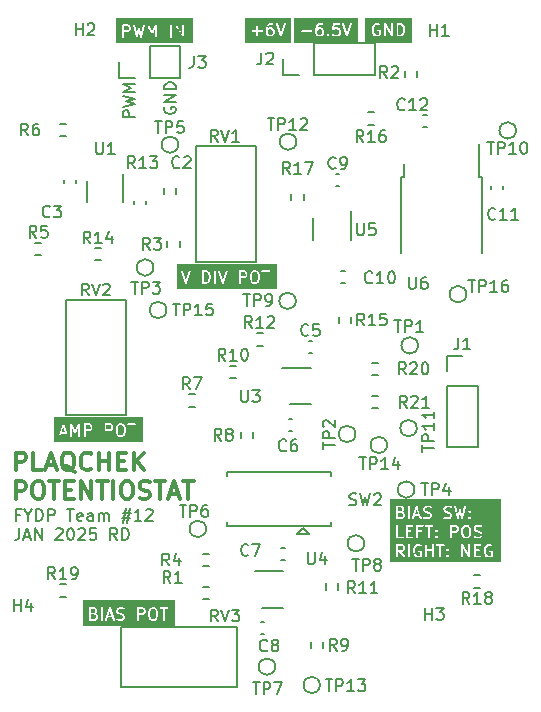
<source format=gbr>
%TF.GenerationSoftware,KiCad,Pcbnew,7.0.2-0*%
%TF.CreationDate,2025-01-08T13:43:56-05:00*%
%TF.ProjectId,plaqchek_potentiostat,706c6171-6368-4656-9b5f-706f74656e74,rev?*%
%TF.SameCoordinates,Original*%
%TF.FileFunction,Legend,Top*%
%TF.FilePolarity,Positive*%
%FSLAX46Y46*%
G04 Gerber Fmt 4.6, Leading zero omitted, Abs format (unit mm)*
G04 Created by KiCad (PCBNEW 7.0.2-0) date 2025-01-08 13:43:56*
%MOMM*%
%LPD*%
G01*
G04 APERTURE LIST*
%ADD10C,0.153000*%
%ADD11C,0.300000*%
G04 APERTURE END LIST*
D10*
G36*
X178658969Y-131988109D02*
G01*
X178689033Y-132018174D01*
X178723023Y-132086153D01*
X178723023Y-132192893D01*
X178689032Y-132260874D01*
X178658969Y-132290937D01*
X178590988Y-132324928D01*
X178470144Y-132324928D01*
X178451734Y-132323020D01*
X178447958Y-132324928D01*
X178304595Y-132324928D01*
X178304595Y-131954119D01*
X178590988Y-131954119D01*
X178658969Y-131988109D01*
G37*
G36*
X184230399Y-130368110D02*
G01*
X184301875Y-130439586D01*
X184342071Y-130600369D01*
X184342071Y-130914866D01*
X184301875Y-131075650D01*
X184230398Y-131147128D01*
X184162417Y-131181119D01*
X184008059Y-131181119D01*
X183940077Y-131147128D01*
X183868600Y-131075650D01*
X183828405Y-130914866D01*
X183828405Y-130600370D01*
X183868601Y-130439585D01*
X183940077Y-130368109D01*
X184008058Y-130334119D01*
X184162417Y-130334119D01*
X184230399Y-130368110D01*
G37*
G36*
X183230398Y-130368109D02*
G01*
X183260462Y-130398174D01*
X183294452Y-130466153D01*
X183294452Y-130572892D01*
X183260461Y-130640874D01*
X183230399Y-130670936D01*
X183162417Y-130704928D01*
X182876024Y-130704928D01*
X182876024Y-130334119D01*
X183162417Y-130334119D01*
X183230398Y-130368109D01*
G37*
G36*
X180026718Y-129275404D02*
G01*
X179762805Y-129275404D01*
X179894761Y-128879534D01*
X180026718Y-129275404D01*
G37*
G36*
X178662961Y-129228291D02*
G01*
X178689033Y-129254364D01*
X178723023Y-129322343D01*
X178723023Y-129429082D01*
X178689032Y-129497064D01*
X178658969Y-129527128D01*
X178590988Y-129561119D01*
X178304595Y-129561119D01*
X178304595Y-129190309D01*
X178549013Y-129190309D01*
X178662961Y-129228291D01*
G37*
G36*
X178611350Y-128748109D02*
G01*
X178641414Y-128778174D01*
X178675404Y-128846152D01*
X178675404Y-128905273D01*
X178641412Y-128973256D01*
X178611351Y-129003317D01*
X178544680Y-129036653D01*
X178541745Y-129036547D01*
X178540459Y-129037309D01*
X178304595Y-129037309D01*
X178304595Y-128714119D01*
X178543369Y-128714119D01*
X178611350Y-128748109D01*
G37*
G36*
X187021047Y-133372357D02*
G01*
X177617643Y-133372357D01*
X177617643Y-132412775D01*
X178149177Y-132412775D01*
X178151595Y-132418069D01*
X178151595Y-132888619D01*
X178161022Y-132920724D01*
X178194974Y-132950144D01*
X178239442Y-132956537D01*
X178280307Y-132937875D01*
X178304595Y-132900082D01*
X178304595Y-132477928D01*
X178426360Y-132477928D01*
X178743160Y-132930501D01*
X178769294Y-132951396D01*
X178813980Y-132956028D01*
X178854075Y-132935764D01*
X178876851Y-132897041D01*
X178876518Y-132888619D01*
X179151595Y-132888619D01*
X179161022Y-132920724D01*
X179194974Y-132950144D01*
X179239442Y-132956537D01*
X179280307Y-132937875D01*
X179304595Y-132900082D01*
X179304595Y-132445809D01*
X179577002Y-132445809D01*
X179580166Y-132458464D01*
X179580166Y-132460047D01*
X179582827Y-132469112D01*
X179626764Y-132644857D01*
X179625816Y-132653643D01*
X179632105Y-132666221D01*
X179632737Y-132668748D01*
X179637010Y-132676032D01*
X179679189Y-132760389D01*
X179681926Y-132772971D01*
X179696845Y-132787891D01*
X179711189Y-132803311D01*
X179712635Y-132803680D01*
X179790134Y-132881180D01*
X179801640Y-132895471D01*
X179816470Y-132900414D01*
X179830194Y-132907908D01*
X179837403Y-132907392D01*
X179956708Y-132947160D01*
X179967536Y-132954119D01*
X179988606Y-132954119D01*
X180009681Y-132954881D01*
X180010967Y-132954119D01*
X180075644Y-132954119D01*
X180088118Y-132957297D01*
X180108115Y-132950630D01*
X180128342Y-132944692D01*
X180129320Y-132943562D01*
X180248375Y-132903877D01*
X180266305Y-132899977D01*
X180277360Y-132888920D01*
X180290197Y-132880000D01*
X180292960Y-132873321D01*
X180320046Y-132846233D01*
X180327925Y-132842636D01*
X180335624Y-132830656D01*
X180337585Y-132828695D01*
X180341544Y-132821443D01*
X180352213Y-132804843D01*
X180352213Y-132801905D01*
X180353621Y-132799327D01*
X180352213Y-132779640D01*
X180352213Y-132454518D01*
X180354631Y-132437700D01*
X180347572Y-132422244D01*
X180342786Y-132405942D01*
X180338387Y-132402130D01*
X180335969Y-132396835D01*
X180321674Y-132387648D01*
X180308834Y-132376522D01*
X180303072Y-132375693D01*
X180298176Y-132372547D01*
X180281185Y-132372547D01*
X180264366Y-132370129D01*
X180259071Y-132372547D01*
X180074237Y-132372547D01*
X180042132Y-132381974D01*
X180012712Y-132415926D01*
X180006319Y-132460394D01*
X180024981Y-132501259D01*
X180062774Y-132525547D01*
X180199213Y-132525547D01*
X180199213Y-132750693D01*
X180186770Y-132763135D01*
X180072822Y-132801119D01*
X180002413Y-132801119D01*
X179888465Y-132763136D01*
X179814775Y-132689444D01*
X179776464Y-132612823D01*
X179733166Y-132439629D01*
X179733166Y-132365156D01*
X180625367Y-132365156D01*
X180627785Y-132370450D01*
X180627785Y-132888619D01*
X180637212Y-132920724D01*
X180671164Y-132950144D01*
X180715632Y-132956537D01*
X180756497Y-132937875D01*
X180780785Y-132900082D01*
X180780785Y-132430309D01*
X181199213Y-132430309D01*
X181199213Y-132888619D01*
X181208640Y-132920724D01*
X181242592Y-132950144D01*
X181287060Y-132956537D01*
X181327925Y-132937875D01*
X181352213Y-132900082D01*
X181352213Y-132359280D01*
X181354631Y-132342462D01*
X181352213Y-132337167D01*
X181352213Y-131888966D01*
X181530129Y-131888966D01*
X181548791Y-131929831D01*
X181586584Y-131954119D01*
X181818261Y-131954119D01*
X181818261Y-132888619D01*
X181827688Y-132920724D01*
X181861640Y-132950144D01*
X181906108Y-132956537D01*
X181946973Y-132937875D01*
X181971261Y-132900082D01*
X181971261Y-132824312D01*
X182386663Y-132824312D01*
X182390274Y-132840913D01*
X182391487Y-132857864D01*
X182394976Y-132862524D01*
X182396213Y-132868210D01*
X182408227Y-132880224D01*
X182418411Y-132893827D01*
X182423863Y-132895860D01*
X182445908Y-132917906D01*
X182446736Y-132920724D01*
X182457496Y-132930048D01*
X182466029Y-132941446D01*
X182474142Y-132944472D01*
X182480688Y-132950144D01*
X182489261Y-132951376D01*
X182496861Y-132955526D01*
X182502665Y-132955111D01*
X182508121Y-132957146D01*
X182516584Y-132955304D01*
X182525156Y-132956537D01*
X182533033Y-132952939D01*
X182541672Y-132952322D01*
X182546332Y-132948833D01*
X182552019Y-132947596D01*
X182558141Y-132941473D01*
X182566021Y-132937875D01*
X182570703Y-132930588D01*
X182577636Y-132925399D01*
X182579670Y-132919945D01*
X182611656Y-132887958D01*
X182625254Y-132877780D01*
X182631191Y-132861862D01*
X182639335Y-132846948D01*
X182638920Y-132841144D01*
X182640955Y-132835689D01*
X182637342Y-132819082D01*
X182636131Y-132802137D01*
X182632643Y-132797477D01*
X182631406Y-132791791D01*
X182619391Y-132779776D01*
X182609208Y-132766173D01*
X182603754Y-132764138D01*
X182581709Y-132742094D01*
X182580882Y-132739275D01*
X182570120Y-132729949D01*
X182561588Y-132718553D01*
X182553476Y-132715527D01*
X182546930Y-132709855D01*
X182538357Y-132708622D01*
X182530758Y-132704473D01*
X182524952Y-132704888D01*
X182519496Y-132702853D01*
X182511032Y-132704694D01*
X182502462Y-132703462D01*
X182494584Y-132707059D01*
X182485947Y-132707677D01*
X182481287Y-132711165D01*
X182475598Y-132712403D01*
X182469474Y-132718526D01*
X182461597Y-132722124D01*
X182456914Y-132729410D01*
X182449983Y-132734599D01*
X182447948Y-132740053D01*
X182415966Y-132772036D01*
X182402363Y-132782220D01*
X182396424Y-132798140D01*
X182388282Y-132813053D01*
X182388697Y-132818858D01*
X182386663Y-132824312D01*
X181971261Y-132824312D01*
X181971261Y-132300502D01*
X182386663Y-132300502D01*
X182390274Y-132317104D01*
X182391487Y-132334053D01*
X182394975Y-132338713D01*
X182396213Y-132344400D01*
X182408226Y-132356413D01*
X182418410Y-132370017D01*
X182423863Y-132372051D01*
X182445908Y-132394096D01*
X182446736Y-132396914D01*
X182457496Y-132406238D01*
X182466029Y-132417636D01*
X182474142Y-132420662D01*
X182480688Y-132426334D01*
X182489261Y-132427566D01*
X182496861Y-132431716D01*
X182502665Y-132431301D01*
X182508121Y-132433336D01*
X182516584Y-132431494D01*
X182525156Y-132432727D01*
X182533033Y-132429129D01*
X182541672Y-132428512D01*
X182546332Y-132425023D01*
X182552019Y-132423786D01*
X182558141Y-132417663D01*
X182566021Y-132414065D01*
X182570703Y-132406778D01*
X182577636Y-132401589D01*
X182579670Y-132396135D01*
X182611653Y-132364151D01*
X182625255Y-132353970D01*
X182631193Y-132338049D01*
X182639335Y-132323138D01*
X182638920Y-132317333D01*
X182640955Y-132311878D01*
X182637342Y-132295273D01*
X182636131Y-132278327D01*
X182632642Y-132273666D01*
X182631405Y-132267980D01*
X182619392Y-132255967D01*
X182609208Y-132242363D01*
X182603753Y-132240328D01*
X182581709Y-132218284D01*
X182580882Y-132215466D01*
X182570121Y-132206141D01*
X182561589Y-132194744D01*
X182553475Y-132191717D01*
X182546930Y-132186046D01*
X182538358Y-132184813D01*
X182530757Y-132180663D01*
X182524950Y-132181078D01*
X182519497Y-132179044D01*
X182511033Y-132180885D01*
X182502462Y-132179653D01*
X182494585Y-132183250D01*
X182485946Y-132183868D01*
X182481285Y-132187356D01*
X182475599Y-132188594D01*
X182469476Y-132194716D01*
X182461597Y-132198315D01*
X182456914Y-132205601D01*
X182449982Y-132210791D01*
X182447947Y-132216245D01*
X182415967Y-132248225D01*
X182402363Y-132258410D01*
X182396425Y-132274328D01*
X182388282Y-132289242D01*
X182388697Y-132295048D01*
X182386663Y-132300502D01*
X181971261Y-132300502D01*
X181971261Y-131954119D01*
X182191475Y-131954119D01*
X182223580Y-131944692D01*
X182253000Y-131910740D01*
X182255109Y-131896070D01*
X183674339Y-131896070D01*
X183675404Y-131897933D01*
X183675404Y-132888619D01*
X183684831Y-132920724D01*
X183718783Y-132950144D01*
X183763251Y-132956537D01*
X183804116Y-132937875D01*
X183828404Y-132900082D01*
X183828404Y-132165684D01*
X184252458Y-132907780D01*
X184256259Y-132920724D01*
X184271731Y-132934130D01*
X184286482Y-132948322D01*
X184288588Y-132948737D01*
X184290211Y-132950144D01*
X184310471Y-132953056D01*
X184330557Y-132957021D01*
X184332554Y-132956231D01*
X184334679Y-132956537D01*
X184353306Y-132948030D01*
X184372338Y-132940509D01*
X184373590Y-132938767D01*
X184375544Y-132937875D01*
X184386612Y-132920651D01*
X184398560Y-132904032D01*
X184398671Y-132901887D01*
X184399832Y-132900082D01*
X184399832Y-132888966D01*
X184720605Y-132888966D01*
X184727663Y-132904421D01*
X184732450Y-132920724D01*
X184736848Y-132924535D01*
X184739267Y-132929831D01*
X184753561Y-132939017D01*
X184766402Y-132950144D01*
X184772163Y-132950972D01*
X184777060Y-132954119D01*
X184794051Y-132954119D01*
X184810870Y-132956537D01*
X184816165Y-132954119D01*
X185286713Y-132954119D01*
X185318818Y-132944692D01*
X185348238Y-132910740D01*
X185354631Y-132866272D01*
X185335969Y-132825407D01*
X185298176Y-132801119D01*
X184876023Y-132801119D01*
X184876023Y-132445809D01*
X185577002Y-132445809D01*
X185580166Y-132458464D01*
X185580166Y-132460047D01*
X185582827Y-132469112D01*
X185626764Y-132644857D01*
X185625816Y-132653643D01*
X185632105Y-132666221D01*
X185632737Y-132668748D01*
X185637010Y-132676032D01*
X185679189Y-132760389D01*
X185681926Y-132772971D01*
X185696845Y-132787891D01*
X185711189Y-132803311D01*
X185712635Y-132803680D01*
X185790134Y-132881180D01*
X185801640Y-132895471D01*
X185816470Y-132900414D01*
X185830194Y-132907908D01*
X185837403Y-132907392D01*
X185956708Y-132947160D01*
X185967536Y-132954119D01*
X185988606Y-132954119D01*
X186009681Y-132954881D01*
X186010967Y-132954119D01*
X186075644Y-132954119D01*
X186088118Y-132957297D01*
X186108115Y-132950630D01*
X186128342Y-132944692D01*
X186129320Y-132943562D01*
X186248375Y-132903877D01*
X186266305Y-132899977D01*
X186277360Y-132888920D01*
X186290197Y-132880000D01*
X186292960Y-132873321D01*
X186320046Y-132846233D01*
X186327925Y-132842636D01*
X186335624Y-132830656D01*
X186337585Y-132828695D01*
X186341544Y-132821443D01*
X186352213Y-132804843D01*
X186352213Y-132801905D01*
X186353621Y-132799327D01*
X186352213Y-132779640D01*
X186352213Y-132454518D01*
X186354631Y-132437700D01*
X186347572Y-132422244D01*
X186342786Y-132405942D01*
X186338387Y-132402130D01*
X186335969Y-132396835D01*
X186321674Y-132387648D01*
X186308834Y-132376522D01*
X186303072Y-132375693D01*
X186298176Y-132372547D01*
X186281185Y-132372547D01*
X186264366Y-132370129D01*
X186259071Y-132372547D01*
X186074237Y-132372547D01*
X186042132Y-132381974D01*
X186012712Y-132415926D01*
X186006319Y-132460394D01*
X186024981Y-132501259D01*
X186062774Y-132525547D01*
X186199213Y-132525547D01*
X186199213Y-132750693D01*
X186186770Y-132763135D01*
X186072822Y-132801119D01*
X186002413Y-132801119D01*
X185888465Y-132763136D01*
X185814775Y-132689444D01*
X185776464Y-132612823D01*
X185733166Y-132439629D01*
X185733166Y-132315608D01*
X185776464Y-132142413D01*
X185814776Y-132065790D01*
X185888465Y-131992101D01*
X186002413Y-131954119D01*
X186114797Y-131954119D01*
X186203721Y-131998581D01*
X186236652Y-132004507D01*
X186278150Y-131987296D01*
X186303755Y-131950382D01*
X186305338Y-131905485D01*
X186282397Y-131866860D01*
X186170754Y-131811038D01*
X186155319Y-131801119D01*
X186139685Y-131801119D01*
X186124298Y-131798350D01*
X186117622Y-131801119D01*
X185999591Y-131801119D01*
X185987117Y-131797941D01*
X185967111Y-131804609D01*
X185946894Y-131810546D01*
X185945915Y-131811674D01*
X185826856Y-131851361D01*
X185808932Y-131855261D01*
X185797878Y-131866314D01*
X185785039Y-131875238D01*
X185782275Y-131881917D01*
X185704593Y-131959599D01*
X185693526Y-131966173D01*
X185684103Y-131985017D01*
X185673996Y-132003528D01*
X185674102Y-132005019D01*
X185641955Y-132069314D01*
X185635517Y-132075368D01*
X185632105Y-132089013D01*
X185630942Y-132091341D01*
X185629447Y-132099646D01*
X185585503Y-132275421D01*
X185580166Y-132283727D01*
X185580166Y-132296771D01*
X185579782Y-132298308D01*
X185580166Y-132307754D01*
X185580166Y-132436456D01*
X185577002Y-132445809D01*
X184876023Y-132445809D01*
X184876023Y-132430309D01*
X185143856Y-132430309D01*
X185175961Y-132420882D01*
X185205381Y-132386930D01*
X185211774Y-132342462D01*
X185193112Y-132301597D01*
X185155319Y-132277309D01*
X184876023Y-132277309D01*
X184876023Y-131954119D01*
X185286713Y-131954119D01*
X185318818Y-131944692D01*
X185348238Y-131910740D01*
X185354631Y-131866272D01*
X185335969Y-131825407D01*
X185298176Y-131801119D01*
X184804995Y-131801119D01*
X184788176Y-131798701D01*
X184772720Y-131805759D01*
X184756418Y-131810546D01*
X184752606Y-131814944D01*
X184747311Y-131817363D01*
X184738124Y-131831657D01*
X184726998Y-131844498D01*
X184726169Y-131850259D01*
X184723023Y-131855156D01*
X184723022Y-131872147D01*
X184720605Y-131888966D01*
X184723023Y-131894260D01*
X184723022Y-132348337D01*
X184720605Y-132365156D01*
X184723023Y-132370450D01*
X184723022Y-132872147D01*
X184720605Y-132888966D01*
X184399832Y-132888966D01*
X184399832Y-132879613D01*
X184400897Y-132859168D01*
X184399832Y-132857304D01*
X184399832Y-131866619D01*
X184390405Y-131834514D01*
X184356453Y-131805094D01*
X184311985Y-131798701D01*
X184271120Y-131817363D01*
X184246832Y-131855156D01*
X184246832Y-132589553D01*
X183822777Y-131847457D01*
X183818977Y-131834514D01*
X183803504Y-131821107D01*
X183788754Y-131806916D01*
X183786647Y-131806500D01*
X183785025Y-131805094D01*
X183764764Y-131802181D01*
X183744679Y-131798217D01*
X183742681Y-131799006D01*
X183740557Y-131798701D01*
X183721929Y-131807207D01*
X183702898Y-131814729D01*
X183701646Y-131816470D01*
X183699692Y-131817363D01*
X183688619Y-131834591D01*
X183676676Y-131851207D01*
X183676564Y-131853350D01*
X183675404Y-131855156D01*
X183675404Y-131875625D01*
X183674339Y-131896070D01*
X182255109Y-131896070D01*
X182259393Y-131866272D01*
X182240731Y-131825407D01*
X182202938Y-131801119D01*
X181900233Y-131801119D01*
X181883414Y-131798701D01*
X181878119Y-131801119D01*
X181598047Y-131801119D01*
X181565942Y-131810546D01*
X181536522Y-131844498D01*
X181530129Y-131888966D01*
X181352213Y-131888966D01*
X181352213Y-131866619D01*
X181342786Y-131834514D01*
X181308834Y-131805094D01*
X181264366Y-131798701D01*
X181223501Y-131817363D01*
X181199213Y-131855156D01*
X181199213Y-132277309D01*
X180780785Y-132277309D01*
X180780785Y-131866619D01*
X180771358Y-131834514D01*
X180737406Y-131805094D01*
X180692938Y-131798701D01*
X180652073Y-131817363D01*
X180627785Y-131855156D01*
X180627785Y-132348337D01*
X180625367Y-132365156D01*
X179733166Y-132365156D01*
X179733166Y-132315608D01*
X179776464Y-132142413D01*
X179814776Y-132065790D01*
X179888465Y-131992101D01*
X180002413Y-131954119D01*
X180114797Y-131954119D01*
X180203721Y-131998581D01*
X180236652Y-132004507D01*
X180278150Y-131987296D01*
X180303755Y-131950382D01*
X180305338Y-131905485D01*
X180282397Y-131866860D01*
X180170754Y-131811038D01*
X180155319Y-131801119D01*
X180139685Y-131801119D01*
X180124298Y-131798350D01*
X180117622Y-131801119D01*
X179999591Y-131801119D01*
X179987117Y-131797941D01*
X179967111Y-131804609D01*
X179946894Y-131810546D01*
X179945915Y-131811674D01*
X179826856Y-131851361D01*
X179808932Y-131855261D01*
X179797878Y-131866314D01*
X179785039Y-131875238D01*
X179782275Y-131881917D01*
X179704593Y-131959599D01*
X179693526Y-131966173D01*
X179684103Y-131985017D01*
X179673996Y-132003528D01*
X179674102Y-132005019D01*
X179641955Y-132069314D01*
X179635517Y-132075368D01*
X179632105Y-132089013D01*
X179630942Y-132091341D01*
X179629447Y-132099646D01*
X179585503Y-132275421D01*
X179580166Y-132283727D01*
X179580166Y-132296771D01*
X179579782Y-132298308D01*
X179580166Y-132307754D01*
X179580166Y-132436456D01*
X179577002Y-132445809D01*
X179304595Y-132445809D01*
X179304595Y-131866619D01*
X179295168Y-131834514D01*
X179261216Y-131805094D01*
X179216748Y-131798701D01*
X179175883Y-131817363D01*
X179151595Y-131855156D01*
X179151595Y-132888619D01*
X178876518Y-132888619D01*
X178875076Y-132852152D01*
X178613789Y-132478884D01*
X178623167Y-132479897D01*
X178637147Y-132472906D01*
X178652152Y-132468501D01*
X178656886Y-132463037D01*
X178729915Y-132426522D01*
X178742495Y-132423786D01*
X178757401Y-132408879D01*
X178772835Y-132394524D01*
X178773205Y-132393076D01*
X178799215Y-132367065D01*
X178810282Y-132360493D01*
X178819704Y-132341647D01*
X178829811Y-132323138D01*
X178829704Y-132321648D01*
X178866103Y-132248850D01*
X178876023Y-132233415D01*
X178876023Y-132217781D01*
X178878792Y-132202394D01*
X178876023Y-132195717D01*
X178876023Y-132072212D01*
X178877992Y-132053974D01*
X178871001Y-132039992D01*
X178866596Y-132024990D01*
X178861133Y-132020256D01*
X178824617Y-131947224D01*
X178821881Y-131934647D01*
X178806985Y-131919751D01*
X178792619Y-131904307D01*
X178791170Y-131903936D01*
X178765161Y-131877927D01*
X178758588Y-131866860D01*
X178739743Y-131857437D01*
X178721233Y-131847330D01*
X178719741Y-131847436D01*
X178646945Y-131811038D01*
X178631510Y-131801119D01*
X178615876Y-131801119D01*
X178600489Y-131798350D01*
X178593813Y-131801119D01*
X178233567Y-131801119D01*
X178216748Y-131798701D01*
X178201292Y-131805759D01*
X178184990Y-131810546D01*
X178181178Y-131814944D01*
X178175883Y-131817363D01*
X178166696Y-131831657D01*
X178155570Y-131844498D01*
X178154741Y-131850259D01*
X178151595Y-131855156D01*
X178151595Y-131872147D01*
X178149177Y-131888966D01*
X178151595Y-131894260D01*
X178151595Y-132395956D01*
X178149177Y-132412775D01*
X177617643Y-132412775D01*
X177617643Y-131268966D01*
X178149177Y-131268966D01*
X178156235Y-131284421D01*
X178161022Y-131300724D01*
X178165420Y-131304535D01*
X178167839Y-131309831D01*
X178182133Y-131319017D01*
X178194974Y-131330144D01*
X178200735Y-131330972D01*
X178205632Y-131334119D01*
X178222623Y-131334119D01*
X178239442Y-131336537D01*
X178244737Y-131334119D01*
X178715285Y-131334119D01*
X178747390Y-131324692D01*
X178776810Y-131290740D01*
X178779940Y-131268966D01*
X178958701Y-131268966D01*
X178965759Y-131284421D01*
X178970546Y-131300724D01*
X178974944Y-131304535D01*
X178977363Y-131309831D01*
X178991657Y-131319017D01*
X179004498Y-131330144D01*
X179010259Y-131330972D01*
X179015156Y-131334119D01*
X179032147Y-131334119D01*
X179048966Y-131336537D01*
X179054261Y-131334119D01*
X179524809Y-131334119D01*
X179556914Y-131324692D01*
X179586334Y-131290740D01*
X179592727Y-131246272D01*
X179574065Y-131205407D01*
X179536272Y-131181119D01*
X179114119Y-131181119D01*
X179114119Y-130810309D01*
X179381952Y-130810309D01*
X179414057Y-130800882D01*
X179443477Y-130766930D01*
X179446607Y-130745156D01*
X179863463Y-130745156D01*
X179865881Y-130750450D01*
X179865881Y-131268619D01*
X179875308Y-131300724D01*
X179909260Y-131330144D01*
X179953728Y-131336537D01*
X179994593Y-131317875D01*
X180018881Y-131280082D01*
X180018881Y-130810309D01*
X180286714Y-130810309D01*
X180318819Y-130800882D01*
X180348239Y-130766930D01*
X180354632Y-130722462D01*
X180335970Y-130681597D01*
X180298177Y-130657309D01*
X180018881Y-130657309D01*
X180018881Y-130334119D01*
X180429571Y-130334119D01*
X180461676Y-130324692D01*
X180491096Y-130290740D01*
X180494226Y-130268966D01*
X180577749Y-130268966D01*
X180596411Y-130309831D01*
X180634204Y-130334119D01*
X180865881Y-130334119D01*
X180865881Y-131268619D01*
X180875308Y-131300724D01*
X180909260Y-131330144D01*
X180953728Y-131336537D01*
X180994593Y-131317875D01*
X181018881Y-131280082D01*
X181018881Y-131204312D01*
X181434283Y-131204312D01*
X181437894Y-131220913D01*
X181439107Y-131237864D01*
X181442596Y-131242524D01*
X181443833Y-131248210D01*
X181455847Y-131260224D01*
X181466031Y-131273827D01*
X181471483Y-131275860D01*
X181493528Y-131297906D01*
X181494356Y-131300724D01*
X181505116Y-131310048D01*
X181513649Y-131321446D01*
X181521762Y-131324472D01*
X181528308Y-131330144D01*
X181536881Y-131331376D01*
X181544481Y-131335526D01*
X181550285Y-131335111D01*
X181555741Y-131337146D01*
X181564204Y-131335304D01*
X181572776Y-131336537D01*
X181580653Y-131332939D01*
X181589292Y-131332322D01*
X181593952Y-131328833D01*
X181599639Y-131327596D01*
X181605761Y-131321473D01*
X181613641Y-131317875D01*
X181618323Y-131310588D01*
X181625256Y-131305399D01*
X181627290Y-131299945D01*
X181659276Y-131267958D01*
X181672874Y-131257780D01*
X181678811Y-131241862D01*
X181686955Y-131226948D01*
X181686540Y-131221144D01*
X181688575Y-131215689D01*
X181684962Y-131199082D01*
X181683751Y-131182137D01*
X181680263Y-131177477D01*
X181679026Y-131171791D01*
X181667011Y-131159776D01*
X181656828Y-131146173D01*
X181651374Y-131144138D01*
X181629329Y-131122094D01*
X181628502Y-131119275D01*
X181617740Y-131109949D01*
X181609208Y-131098553D01*
X181601096Y-131095527D01*
X181594550Y-131089855D01*
X181585977Y-131088622D01*
X181578378Y-131084473D01*
X181572572Y-131084888D01*
X181567116Y-131082853D01*
X181558652Y-131084694D01*
X181550082Y-131083462D01*
X181542204Y-131087059D01*
X181533567Y-131087677D01*
X181528907Y-131091165D01*
X181523218Y-131092403D01*
X181517094Y-131098526D01*
X181509217Y-131102124D01*
X181504534Y-131109410D01*
X181497603Y-131114599D01*
X181495568Y-131120053D01*
X181463586Y-131152036D01*
X181449983Y-131162220D01*
X181444044Y-131178140D01*
X181435902Y-131193053D01*
X181436317Y-131198858D01*
X181434283Y-131204312D01*
X181018881Y-131204312D01*
X181018881Y-130680502D01*
X181434283Y-130680502D01*
X181437894Y-130697104D01*
X181439107Y-130714053D01*
X181442595Y-130718713D01*
X181443833Y-130724400D01*
X181455846Y-130736413D01*
X181466030Y-130750017D01*
X181471483Y-130752051D01*
X181493528Y-130774096D01*
X181494356Y-130776914D01*
X181505116Y-130786238D01*
X181513649Y-130797636D01*
X181521762Y-130800662D01*
X181528308Y-130806334D01*
X181536881Y-130807566D01*
X181544481Y-130811716D01*
X181550285Y-130811301D01*
X181555741Y-130813336D01*
X181564204Y-130811494D01*
X181572776Y-130812727D01*
X181580653Y-130809129D01*
X181589292Y-130808512D01*
X181593952Y-130805023D01*
X181599639Y-130803786D01*
X181605761Y-130797663D01*
X181613641Y-130794065D01*
X181614470Y-130792775D01*
X182720606Y-130792775D01*
X182723024Y-130798069D01*
X182723024Y-131268619D01*
X182732451Y-131300724D01*
X182766403Y-131330144D01*
X182810871Y-131336537D01*
X182851736Y-131317875D01*
X182876024Y-131280082D01*
X182876024Y-130921047D01*
X183672241Y-130921047D01*
X183675405Y-130933702D01*
X183675405Y-130935285D01*
X183678066Y-130944350D01*
X183725016Y-131132146D01*
X183729546Y-131152971D01*
X183738501Y-131161926D01*
X183744908Y-131172846D01*
X183754056Y-131177482D01*
X183833886Y-131257312D01*
X183840459Y-131268378D01*
X183859296Y-131277796D01*
X183877814Y-131287908D01*
X183879305Y-131287801D01*
X183952101Y-131324199D01*
X183967537Y-131334119D01*
X183983171Y-131334119D01*
X183998558Y-131336888D01*
X184005234Y-131334119D01*
X184176358Y-131334119D01*
X184194596Y-131336088D01*
X184208576Y-131329097D01*
X184223581Y-131324692D01*
X184228315Y-131319228D01*
X184301344Y-131282713D01*
X184313924Y-131279977D01*
X184328826Y-131265074D01*
X184344264Y-131250715D01*
X184344634Y-131249266D01*
X184424202Y-131169697D01*
X184439720Y-131155107D01*
X184442791Y-131142822D01*
X184448860Y-131131708D01*
X184448128Y-131121474D01*
X184489733Y-130955052D01*
X184495071Y-130946748D01*
X184495071Y-130933703D01*
X184495455Y-130932168D01*
X184495071Y-130922721D01*
X184495071Y-130603542D01*
X184498235Y-130594190D01*
X184495071Y-130581534D01*
X184495071Y-130579952D01*
X184492409Y-130570887D01*
X184463850Y-130456653D01*
X184720255Y-130456653D01*
X184723024Y-130463329D01*
X184723024Y-130539214D01*
X184721055Y-130557453D01*
X184728045Y-130571433D01*
X184732451Y-130586438D01*
X184737914Y-130591172D01*
X184774429Y-130664201D01*
X184777166Y-130676781D01*
X184792072Y-130691687D01*
X184806428Y-130707121D01*
X184807875Y-130707491D01*
X184833886Y-130733501D01*
X184840459Y-130744568D01*
X184859304Y-130753990D01*
X184877814Y-130764097D01*
X184879303Y-130763990D01*
X184943600Y-130796138D01*
X184949654Y-130802577D01*
X184963300Y-130805988D01*
X184965627Y-130807152D01*
X184973931Y-130808646D01*
X185153776Y-130853607D01*
X185230398Y-130891918D01*
X185260462Y-130921983D01*
X185294452Y-130989962D01*
X185294452Y-131049082D01*
X185260461Y-131117064D01*
X185230398Y-131147128D01*
X185162417Y-131181119D01*
X184954795Y-131181119D01*
X184813280Y-131133947D01*
X184779841Y-131132738D01*
X184741195Y-131155644D01*
X184721068Y-131195809D01*
X184725849Y-131240478D01*
X184754022Y-131275471D01*
X184909090Y-131327160D01*
X184919918Y-131334119D01*
X184940988Y-131334119D01*
X184962063Y-131334881D01*
X184963349Y-131334119D01*
X185176358Y-131334119D01*
X185194596Y-131336088D01*
X185208576Y-131329097D01*
X185223581Y-131324692D01*
X185228315Y-131319228D01*
X185301344Y-131282713D01*
X185313925Y-131279977D01*
X185328836Y-131265065D01*
X185344264Y-131250715D01*
X185344634Y-131249266D01*
X185370643Y-131223256D01*
X185381711Y-131216683D01*
X185391135Y-131197834D01*
X185401241Y-131179327D01*
X185401134Y-131177836D01*
X185437532Y-131105040D01*
X185447452Y-131089605D01*
X185447452Y-131073971D01*
X185450221Y-131058584D01*
X185447452Y-131051907D01*
X185447452Y-130976021D01*
X185449421Y-130957783D01*
X185442430Y-130943801D01*
X185438025Y-130928799D01*
X185432562Y-130924065D01*
X185396046Y-130851033D01*
X185393310Y-130838456D01*
X185378414Y-130823560D01*
X185364048Y-130808116D01*
X185362599Y-130807745D01*
X185336590Y-130781736D01*
X185330017Y-130770669D01*
X185311172Y-130761246D01*
X185292662Y-130751139D01*
X185291170Y-130751245D01*
X185226875Y-130719098D01*
X185220822Y-130712660D01*
X185207175Y-130709248D01*
X185204849Y-130708085D01*
X185196543Y-130706590D01*
X185016699Y-130661629D01*
X184940077Y-130623317D01*
X184910015Y-130593256D01*
X184876024Y-130525273D01*
X184876024Y-130466154D01*
X184910014Y-130398172D01*
X184940079Y-130368108D01*
X185008058Y-130334119D01*
X185215680Y-130334119D01*
X185357196Y-130381291D01*
X185390634Y-130382500D01*
X185429281Y-130359594D01*
X185449408Y-130319429D01*
X185444626Y-130274760D01*
X185416453Y-130239767D01*
X185261385Y-130188077D01*
X185250558Y-130181119D01*
X185229488Y-130181119D01*
X185208412Y-130180357D01*
X185207126Y-130181119D01*
X184994117Y-130181119D01*
X184975879Y-130179150D01*
X184961897Y-130186140D01*
X184946895Y-130190546D01*
X184942161Y-130196008D01*
X184869129Y-130232524D01*
X184856552Y-130235261D01*
X184841656Y-130250156D01*
X184826212Y-130264523D01*
X184825841Y-130265971D01*
X184799832Y-130291980D01*
X184788765Y-130298554D01*
X184779342Y-130317398D01*
X184769235Y-130335909D01*
X184769341Y-130337400D01*
X184732943Y-130410196D01*
X184723024Y-130425632D01*
X184723024Y-130441265D01*
X184720255Y-130456653D01*
X184463850Y-130456653D01*
X184445454Y-130383067D01*
X184440929Y-130362266D01*
X184431977Y-130353314D01*
X184425568Y-130342390D01*
X184416414Y-130337751D01*
X184336590Y-130257927D01*
X184330017Y-130246860D01*
X184311172Y-130237437D01*
X184292662Y-130227330D01*
X184291170Y-130227436D01*
X184218374Y-130191038D01*
X184202939Y-130181119D01*
X184187305Y-130181119D01*
X184171918Y-130178350D01*
X184165242Y-130181119D01*
X183994117Y-130181119D01*
X183975879Y-130179150D01*
X183961897Y-130186140D01*
X183946895Y-130190546D01*
X183942161Y-130196008D01*
X183869129Y-130232524D01*
X183856552Y-130235261D01*
X183841656Y-130250156D01*
X183826212Y-130264523D01*
X183825841Y-130265971D01*
X183746275Y-130345537D01*
X183730756Y-130360130D01*
X183727685Y-130372413D01*
X183721616Y-130383528D01*
X183722347Y-130393762D01*
X183680742Y-130560183D01*
X183675405Y-130568489D01*
X183675405Y-130581534D01*
X183675021Y-130583070D01*
X183675405Y-130592516D01*
X183675405Y-130911694D01*
X183672241Y-130921047D01*
X182876024Y-130921047D01*
X182876024Y-130857928D01*
X183176358Y-130857928D01*
X183194596Y-130859897D01*
X183208576Y-130852906D01*
X183223581Y-130848501D01*
X183228315Y-130843037D01*
X183301344Y-130806522D01*
X183313924Y-130803786D01*
X183328830Y-130788879D01*
X183344264Y-130774524D01*
X183344634Y-130773076D01*
X183370644Y-130747065D01*
X183381711Y-130740493D01*
X183391133Y-130721647D01*
X183401240Y-130703138D01*
X183401133Y-130701648D01*
X183437532Y-130628850D01*
X183447452Y-130613415D01*
X183447452Y-130597781D01*
X183450221Y-130582394D01*
X183447452Y-130575717D01*
X183447452Y-130452212D01*
X183449421Y-130433974D01*
X183442430Y-130419992D01*
X183438025Y-130404990D01*
X183432562Y-130400256D01*
X183396046Y-130327224D01*
X183393310Y-130314647D01*
X183378414Y-130299751D01*
X183364048Y-130284307D01*
X183362599Y-130283936D01*
X183336590Y-130257927D01*
X183330017Y-130246860D01*
X183311172Y-130237437D01*
X183292662Y-130227330D01*
X183291170Y-130227436D01*
X183218374Y-130191038D01*
X183202939Y-130181119D01*
X183187305Y-130181119D01*
X183171918Y-130178350D01*
X183165242Y-130181119D01*
X182804996Y-130181119D01*
X182788177Y-130178701D01*
X182772721Y-130185759D01*
X182756419Y-130190546D01*
X182752607Y-130194944D01*
X182747312Y-130197363D01*
X182738125Y-130211657D01*
X182726999Y-130224498D01*
X182726170Y-130230259D01*
X182723024Y-130235156D01*
X182723024Y-130252147D01*
X182720606Y-130268966D01*
X182723024Y-130274260D01*
X182723024Y-130775956D01*
X182720606Y-130792775D01*
X181614470Y-130792775D01*
X181618323Y-130786778D01*
X181625256Y-130781589D01*
X181627290Y-130776135D01*
X181659273Y-130744151D01*
X181672875Y-130733970D01*
X181678813Y-130718049D01*
X181686955Y-130703138D01*
X181686540Y-130697333D01*
X181688575Y-130691878D01*
X181684962Y-130675273D01*
X181683751Y-130658327D01*
X181680262Y-130653666D01*
X181679025Y-130647980D01*
X181667012Y-130635967D01*
X181656828Y-130622363D01*
X181651373Y-130620328D01*
X181629329Y-130598284D01*
X181628502Y-130595466D01*
X181617741Y-130586141D01*
X181609209Y-130574744D01*
X181601095Y-130571717D01*
X181594550Y-130566046D01*
X181585978Y-130564813D01*
X181578377Y-130560663D01*
X181572570Y-130561078D01*
X181567117Y-130559044D01*
X181558653Y-130560885D01*
X181550082Y-130559653D01*
X181542205Y-130563250D01*
X181533566Y-130563868D01*
X181528905Y-130567356D01*
X181523219Y-130568594D01*
X181517096Y-130574716D01*
X181509217Y-130578315D01*
X181504534Y-130585601D01*
X181497602Y-130590791D01*
X181495567Y-130596245D01*
X181463587Y-130628225D01*
X181449983Y-130638410D01*
X181444045Y-130654328D01*
X181435902Y-130669242D01*
X181436317Y-130675048D01*
X181434283Y-130680502D01*
X181018881Y-130680502D01*
X181018881Y-130334119D01*
X181239095Y-130334119D01*
X181271200Y-130324692D01*
X181300620Y-130290740D01*
X181307013Y-130246272D01*
X181288351Y-130205407D01*
X181250558Y-130181119D01*
X180947853Y-130181119D01*
X180931034Y-130178701D01*
X180925739Y-130181119D01*
X180645667Y-130181119D01*
X180613562Y-130190546D01*
X180584142Y-130224498D01*
X180577749Y-130268966D01*
X180494226Y-130268966D01*
X180497489Y-130246272D01*
X180478827Y-130205407D01*
X180441034Y-130181119D01*
X179947853Y-130181119D01*
X179931034Y-130178701D01*
X179915578Y-130185759D01*
X179899276Y-130190546D01*
X179895464Y-130194944D01*
X179890169Y-130197363D01*
X179880982Y-130211657D01*
X179869856Y-130224498D01*
X179869027Y-130230259D01*
X179865881Y-130235156D01*
X179865881Y-130252147D01*
X179863463Y-130268966D01*
X179865881Y-130274260D01*
X179865881Y-130728337D01*
X179863463Y-130745156D01*
X179446607Y-130745156D01*
X179449870Y-130722462D01*
X179431208Y-130681597D01*
X179393415Y-130657309D01*
X179114119Y-130657309D01*
X179114119Y-130334119D01*
X179524809Y-130334119D01*
X179556914Y-130324692D01*
X179586334Y-130290740D01*
X179592727Y-130246272D01*
X179574065Y-130205407D01*
X179536272Y-130181119D01*
X179043091Y-130181119D01*
X179026272Y-130178701D01*
X179010816Y-130185759D01*
X178994514Y-130190546D01*
X178990702Y-130194944D01*
X178985407Y-130197363D01*
X178976220Y-130211657D01*
X178965094Y-130224498D01*
X178964265Y-130230259D01*
X178961119Y-130235156D01*
X178961119Y-130252147D01*
X178958701Y-130268966D01*
X178961119Y-130274260D01*
X178961119Y-130728337D01*
X178958701Y-130745156D01*
X178961119Y-130750450D01*
X178961119Y-131252147D01*
X178958701Y-131268966D01*
X178779940Y-131268966D01*
X178783203Y-131246272D01*
X178764541Y-131205407D01*
X178726748Y-131181119D01*
X178304595Y-131181119D01*
X178304595Y-130246619D01*
X178295168Y-130214514D01*
X178261216Y-130185094D01*
X178216748Y-130178701D01*
X178175883Y-130197363D01*
X178151595Y-130235156D01*
X178151595Y-131252147D01*
X178149177Y-131268966D01*
X177617643Y-131268966D01*
X177617643Y-129648966D01*
X178149177Y-129648966D01*
X178156235Y-129664421D01*
X178161022Y-129680724D01*
X178165420Y-129684535D01*
X178167839Y-129689831D01*
X178182133Y-129699017D01*
X178194974Y-129710144D01*
X178200735Y-129710972D01*
X178205632Y-129714119D01*
X178222623Y-129714119D01*
X178239442Y-129716537D01*
X178244737Y-129714119D01*
X178604929Y-129714119D01*
X178623167Y-129716088D01*
X178637147Y-129709097D01*
X178652152Y-129704692D01*
X178656886Y-129699228D01*
X178729915Y-129662713D01*
X178742496Y-129659977D01*
X178753853Y-129648619D01*
X179151595Y-129648619D01*
X179161022Y-129680724D01*
X179194974Y-129710144D01*
X179239442Y-129716537D01*
X179280307Y-129697875D01*
X179304595Y-129660082D01*
X179304595Y-129657302D01*
X179484166Y-129657302D01*
X179507072Y-129695948D01*
X179547237Y-129716075D01*
X179591906Y-129711294D01*
X179626899Y-129683121D01*
X179711805Y-129428404D01*
X180077718Y-129428404D01*
X180158998Y-129672245D01*
X180178094Y-129699722D01*
X180219607Y-129716896D01*
X180263815Y-129708899D01*
X180296681Y-129678272D01*
X180307772Y-129634737D01*
X180211152Y-129344878D01*
X180211774Y-129340557D01*
X180204139Y-129323839D01*
X180041744Y-128836653D01*
X180434540Y-128836653D01*
X180437309Y-128843329D01*
X180437309Y-128919214D01*
X180435340Y-128937453D01*
X180442330Y-128951433D01*
X180446736Y-128966438D01*
X180452199Y-128971172D01*
X180488714Y-129044201D01*
X180491451Y-129056781D01*
X180506357Y-129071687D01*
X180520713Y-129087121D01*
X180522160Y-129087491D01*
X180548171Y-129113501D01*
X180554744Y-129124568D01*
X180573589Y-129133990D01*
X180592099Y-129144097D01*
X180593588Y-129143990D01*
X180657885Y-129176138D01*
X180663939Y-129182577D01*
X180677585Y-129185988D01*
X180679912Y-129187152D01*
X180688216Y-129188646D01*
X180868061Y-129233607D01*
X180944683Y-129271918D01*
X180974747Y-129301983D01*
X181008737Y-129369962D01*
X181008737Y-129429083D01*
X180974746Y-129497064D01*
X180944683Y-129527128D01*
X180876702Y-129561119D01*
X180669080Y-129561119D01*
X180527565Y-129513947D01*
X180494126Y-129512738D01*
X180455480Y-129535644D01*
X180435353Y-129575809D01*
X180440134Y-129620478D01*
X180468307Y-129655471D01*
X180623375Y-129707160D01*
X180634203Y-129714119D01*
X180655273Y-129714119D01*
X180676348Y-129714881D01*
X180677634Y-129714119D01*
X180890643Y-129714119D01*
X180908881Y-129716088D01*
X180922861Y-129709097D01*
X180937866Y-129704692D01*
X180942600Y-129699228D01*
X181015629Y-129662713D01*
X181028210Y-129659977D01*
X181043121Y-129645065D01*
X181058549Y-129630715D01*
X181058919Y-129629266D01*
X181084928Y-129603256D01*
X181095996Y-129596683D01*
X181105420Y-129577834D01*
X181115526Y-129559327D01*
X181115419Y-129557836D01*
X181151817Y-129485040D01*
X181161737Y-129469605D01*
X181161737Y-129453971D01*
X181164506Y-129438584D01*
X181161737Y-129431907D01*
X181161737Y-129356021D01*
X181163706Y-129337783D01*
X181156715Y-129323801D01*
X181152310Y-129308799D01*
X181146847Y-129304065D01*
X181110331Y-129231033D01*
X181107595Y-129218456D01*
X181092699Y-129203560D01*
X181078333Y-129188116D01*
X181076884Y-129187745D01*
X181050875Y-129161736D01*
X181044302Y-129150669D01*
X181025457Y-129141246D01*
X181006947Y-129131139D01*
X181005455Y-129131245D01*
X180941160Y-129099098D01*
X180935107Y-129092660D01*
X180921460Y-129089248D01*
X180919134Y-129088085D01*
X180910828Y-129086590D01*
X180730985Y-129041629D01*
X180654362Y-129003318D01*
X180624300Y-128973256D01*
X180590309Y-128905273D01*
X180590309Y-128846154D01*
X180595059Y-128836653D01*
X182148826Y-128836653D01*
X182151595Y-128843329D01*
X182151595Y-128919214D01*
X182149626Y-128937453D01*
X182156616Y-128951433D01*
X182161022Y-128966438D01*
X182166485Y-128971172D01*
X182203000Y-129044201D01*
X182205737Y-129056781D01*
X182220643Y-129071687D01*
X182234999Y-129087121D01*
X182236446Y-129087491D01*
X182262457Y-129113501D01*
X182269030Y-129124568D01*
X182287875Y-129133990D01*
X182306385Y-129144097D01*
X182307874Y-129143990D01*
X182372171Y-129176138D01*
X182378225Y-129182577D01*
X182391871Y-129185988D01*
X182394198Y-129187152D01*
X182402502Y-129188646D01*
X182582347Y-129233607D01*
X182658969Y-129271918D01*
X182689033Y-129301983D01*
X182723023Y-129369962D01*
X182723023Y-129429083D01*
X182689032Y-129497064D01*
X182658969Y-129527128D01*
X182590988Y-129561119D01*
X182383366Y-129561119D01*
X182241851Y-129513947D01*
X182208412Y-129512738D01*
X182169766Y-129535644D01*
X182149639Y-129575809D01*
X182154420Y-129620478D01*
X182182593Y-129655471D01*
X182337661Y-129707160D01*
X182348489Y-129714119D01*
X182369559Y-129714119D01*
X182390634Y-129714881D01*
X182391920Y-129714119D01*
X182604929Y-129714119D01*
X182623167Y-129716088D01*
X182637147Y-129709097D01*
X182652152Y-129704692D01*
X182656886Y-129699228D01*
X182729915Y-129662713D01*
X182742496Y-129659977D01*
X182757407Y-129645065D01*
X182772835Y-129630715D01*
X182773205Y-129629266D01*
X182799214Y-129603256D01*
X182810282Y-129596683D01*
X182819706Y-129577834D01*
X182829812Y-129559327D01*
X182829705Y-129557836D01*
X182866103Y-129485040D01*
X182876023Y-129469605D01*
X182876023Y-129453971D01*
X182878792Y-129438584D01*
X182876023Y-129431907D01*
X182876023Y-129356021D01*
X182877992Y-129337783D01*
X182871001Y-129323801D01*
X182866596Y-129308799D01*
X182861133Y-129304065D01*
X182824617Y-129231033D01*
X182821881Y-129218456D01*
X182806985Y-129203560D01*
X182792619Y-129188116D01*
X182791170Y-129187745D01*
X182765161Y-129161736D01*
X182758588Y-129150669D01*
X182739743Y-129141246D01*
X182721233Y-129131139D01*
X182719741Y-129131245D01*
X182655446Y-129099098D01*
X182649393Y-129092660D01*
X182635746Y-129089248D01*
X182633420Y-129088085D01*
X182625114Y-129086590D01*
X182445271Y-129041629D01*
X182368648Y-129003318D01*
X182338586Y-128973255D01*
X182304595Y-128905273D01*
X182304595Y-128846154D01*
X182338585Y-128778172D01*
X182368650Y-128748108D01*
X182436629Y-128714119D01*
X182644251Y-128714119D01*
X182785767Y-128761291D01*
X182819205Y-128762500D01*
X182857852Y-128739594D01*
X182877979Y-128699429D01*
X182873197Y-128654760D01*
X182856069Y-128633486D01*
X183053234Y-128633486D01*
X183294676Y-129647542D01*
X183295037Y-129661986D01*
X183305998Y-129678139D01*
X183315687Y-129695087D01*
X183318487Y-129696545D01*
X183320262Y-129699161D01*
X183338218Y-129706824D01*
X183355530Y-129715843D01*
X183358676Y-129715556D01*
X183361582Y-129716796D01*
X183380832Y-129713535D01*
X183400269Y-129711763D01*
X183402759Y-129709821D01*
X183405875Y-129709294D01*
X183420306Y-129696143D01*
X183435701Y-129684143D01*
X183436747Y-129681161D01*
X183439081Y-129679035D01*
X183444108Y-129660180D01*
X183450575Y-129641752D01*
X183449842Y-129638677D01*
X183561427Y-129220233D01*
X183675922Y-129649588D01*
X183676671Y-129664016D01*
X183688058Y-129679865D01*
X183698202Y-129696551D01*
X183701041Y-129697934D01*
X183702885Y-129700500D01*
X183721030Y-129707674D01*
X183738588Y-129716230D01*
X183741727Y-129715858D01*
X183744663Y-129717019D01*
X183763810Y-129713244D01*
X183783202Y-129710949D01*
X183785639Y-129708941D01*
X183788740Y-129708330D01*
X183802809Y-129694799D01*
X183817879Y-129682388D01*
X183818844Y-129679378D01*
X183821121Y-129677190D01*
X183825641Y-129658205D01*
X183831609Y-129639613D01*
X183830794Y-129636559D01*
X183843234Y-129584312D01*
X184243806Y-129584312D01*
X184247417Y-129600913D01*
X184248630Y-129617864D01*
X184252119Y-129622524D01*
X184253356Y-129628210D01*
X184265370Y-129640224D01*
X184275554Y-129653827D01*
X184281006Y-129655860D01*
X184303051Y-129677906D01*
X184303879Y-129680724D01*
X184314639Y-129690048D01*
X184323172Y-129701446D01*
X184331285Y-129704472D01*
X184337831Y-129710144D01*
X184346404Y-129711376D01*
X184354004Y-129715526D01*
X184359808Y-129715111D01*
X184365264Y-129717146D01*
X184373727Y-129715304D01*
X184382299Y-129716537D01*
X184390176Y-129712939D01*
X184398815Y-129712322D01*
X184403475Y-129708833D01*
X184409162Y-129707596D01*
X184415284Y-129701473D01*
X184423164Y-129697875D01*
X184427846Y-129690588D01*
X184434779Y-129685399D01*
X184436813Y-129679945D01*
X184468799Y-129647958D01*
X184482397Y-129637780D01*
X184488334Y-129621862D01*
X184496478Y-129606948D01*
X184496063Y-129601144D01*
X184498098Y-129595689D01*
X184494485Y-129579082D01*
X184493274Y-129562137D01*
X184489786Y-129557477D01*
X184488549Y-129551791D01*
X184476534Y-129539776D01*
X184466351Y-129526173D01*
X184460897Y-129524138D01*
X184438852Y-129502094D01*
X184438025Y-129499275D01*
X184427263Y-129489949D01*
X184418731Y-129478553D01*
X184410619Y-129475527D01*
X184404073Y-129469855D01*
X184395500Y-129468622D01*
X184387901Y-129464473D01*
X184382095Y-129464888D01*
X184376639Y-129462853D01*
X184368175Y-129464694D01*
X184359605Y-129463462D01*
X184351727Y-129467059D01*
X184343090Y-129467677D01*
X184338430Y-129471165D01*
X184332741Y-129472403D01*
X184326617Y-129478526D01*
X184318740Y-129482124D01*
X184314057Y-129489410D01*
X184307126Y-129494599D01*
X184305091Y-129500053D01*
X184273109Y-129532036D01*
X184259506Y-129542220D01*
X184253567Y-129558140D01*
X184245425Y-129573053D01*
X184245840Y-129578858D01*
X184243806Y-129584312D01*
X183843234Y-129584312D01*
X183967951Y-129060502D01*
X184243806Y-129060502D01*
X184247417Y-129077104D01*
X184248630Y-129094053D01*
X184252118Y-129098713D01*
X184253356Y-129104400D01*
X184265369Y-129116413D01*
X184275553Y-129130017D01*
X184281006Y-129132051D01*
X184303051Y-129154096D01*
X184303879Y-129156914D01*
X184314639Y-129166238D01*
X184323172Y-129177636D01*
X184331285Y-129180662D01*
X184337831Y-129186334D01*
X184346404Y-129187566D01*
X184354004Y-129191716D01*
X184359808Y-129191301D01*
X184365264Y-129193336D01*
X184373727Y-129191494D01*
X184382299Y-129192727D01*
X184390176Y-129189129D01*
X184398815Y-129188512D01*
X184403475Y-129185023D01*
X184409162Y-129183786D01*
X184415284Y-129177663D01*
X184423164Y-129174065D01*
X184427846Y-129166778D01*
X184434779Y-129161589D01*
X184436813Y-129156135D01*
X184468796Y-129124151D01*
X184482398Y-129113970D01*
X184488336Y-129098049D01*
X184496478Y-129083138D01*
X184496063Y-129077333D01*
X184498098Y-129071878D01*
X184494485Y-129055273D01*
X184493274Y-129038327D01*
X184489785Y-129033666D01*
X184488548Y-129027980D01*
X184476535Y-129015967D01*
X184466351Y-129002363D01*
X184460896Y-129000328D01*
X184438852Y-128978284D01*
X184438025Y-128975466D01*
X184427264Y-128966141D01*
X184418732Y-128954744D01*
X184410618Y-128951717D01*
X184404073Y-128946046D01*
X184395501Y-128944813D01*
X184387900Y-128940663D01*
X184382093Y-128941078D01*
X184376640Y-128939044D01*
X184368176Y-128940885D01*
X184359605Y-128939653D01*
X184351728Y-128943250D01*
X184343089Y-128943868D01*
X184338428Y-128947356D01*
X184332742Y-128948594D01*
X184326619Y-128954716D01*
X184318740Y-128958315D01*
X184314057Y-128965601D01*
X184307125Y-128970791D01*
X184305090Y-128976245D01*
X184273110Y-129008225D01*
X184259506Y-129018410D01*
X184253568Y-129034328D01*
X184245425Y-129049242D01*
X184245840Y-129055048D01*
X184243806Y-129060502D01*
X183967951Y-129060502D01*
X184066967Y-128644637D01*
X184065233Y-128611222D01*
X184039019Y-128574738D01*
X183997241Y-128558219D01*
X183953164Y-128566908D01*
X183920783Y-128598048D01*
X183747705Y-129324973D01*
X183637678Y-128912369D01*
X183637343Y-128898965D01*
X183625802Y-128881956D01*
X183615130Y-128864401D01*
X183613277Y-128863498D01*
X183612118Y-128861790D01*
X183593212Y-128853721D01*
X183574744Y-128844723D01*
X183572694Y-128844965D01*
X183570798Y-128844156D01*
X183550532Y-128847588D01*
X183530130Y-128850003D01*
X183528538Y-128851313D01*
X183526505Y-128851658D01*
X183511312Y-128865502D01*
X183495453Y-128878565D01*
X183494822Y-128880528D01*
X183493299Y-128881917D01*
X183488006Y-128901765D01*
X183481723Y-128921340D01*
X183482254Y-128923333D01*
X183375151Y-129324972D01*
X183204729Y-128609199D01*
X183188122Y-128580151D01*
X183148279Y-128559395D01*
X183103540Y-128563475D01*
X183068108Y-128591095D01*
X183053234Y-128633486D01*
X182856069Y-128633486D01*
X182845024Y-128619767D01*
X182689956Y-128568077D01*
X182679129Y-128561119D01*
X182658059Y-128561119D01*
X182636983Y-128560357D01*
X182635697Y-128561119D01*
X182422688Y-128561119D01*
X182404450Y-128559150D01*
X182390468Y-128566140D01*
X182375466Y-128570546D01*
X182370732Y-128576008D01*
X182297700Y-128612524D01*
X182285123Y-128615261D01*
X182270227Y-128630156D01*
X182254783Y-128644523D01*
X182254412Y-128645971D01*
X182228403Y-128671980D01*
X182217336Y-128678554D01*
X182207913Y-128697398D01*
X182197806Y-128715909D01*
X182197912Y-128717400D01*
X182161514Y-128790196D01*
X182151595Y-128805632D01*
X182151595Y-128821265D01*
X182148826Y-128836653D01*
X180595059Y-128836653D01*
X180624299Y-128778172D01*
X180654364Y-128748108D01*
X180722343Y-128714119D01*
X180929965Y-128714119D01*
X181071481Y-128761291D01*
X181104919Y-128762500D01*
X181143566Y-128739594D01*
X181163693Y-128699429D01*
X181158911Y-128654760D01*
X181130738Y-128619767D01*
X180975670Y-128568077D01*
X180964843Y-128561119D01*
X180943773Y-128561119D01*
X180922697Y-128560357D01*
X180921411Y-128561119D01*
X180708402Y-128561119D01*
X180690164Y-128559150D01*
X180676182Y-128566140D01*
X180661180Y-128570546D01*
X180656446Y-128576008D01*
X180583414Y-128612524D01*
X180570837Y-128615261D01*
X180555941Y-128630156D01*
X180540497Y-128644523D01*
X180540126Y-128645971D01*
X180514117Y-128671980D01*
X180503050Y-128678554D01*
X180493627Y-128697398D01*
X180483520Y-128715909D01*
X180483626Y-128717400D01*
X180447228Y-128790196D01*
X180437309Y-128805632D01*
X180437309Y-128821265D01*
X180434540Y-128836653D01*
X180041744Y-128836653D01*
X179971711Y-128626555D01*
X179972023Y-128617937D01*
X179964746Y-128605659D01*
X179963857Y-128602992D01*
X179959156Y-128596229D01*
X179949117Y-128579290D01*
X179946457Y-128577957D01*
X179944761Y-128575516D01*
X179926556Y-128567984D01*
X179908952Y-128559163D01*
X179905997Y-128559479D01*
X179903248Y-128558342D01*
X179883859Y-128561849D01*
X179864283Y-128563945D01*
X179861967Y-128565809D01*
X179859040Y-128566339D01*
X179844626Y-128579770D01*
X179829290Y-128592118D01*
X179828349Y-128594938D01*
X179826174Y-128596966D01*
X179821310Y-128616057D01*
X179588898Y-129313292D01*
X179584141Y-129318783D01*
X179581920Y-129334225D01*
X179485375Y-129623863D01*
X179484166Y-129657302D01*
X179304595Y-129657302D01*
X179304595Y-128626619D01*
X179295168Y-128594514D01*
X179261216Y-128565094D01*
X179216748Y-128558701D01*
X179175883Y-128577363D01*
X179151595Y-128615156D01*
X179151595Y-129648619D01*
X178753853Y-129648619D01*
X178757407Y-129645065D01*
X178772835Y-129630715D01*
X178773205Y-129629266D01*
X178799214Y-129603256D01*
X178810282Y-129596683D01*
X178819706Y-129577834D01*
X178829812Y-129559327D01*
X178829705Y-129557836D01*
X178866103Y-129485040D01*
X178876023Y-129469605D01*
X178876023Y-129453971D01*
X178878792Y-129438584D01*
X178876023Y-129431907D01*
X178876023Y-129308402D01*
X178877992Y-129290164D01*
X178871001Y-129276182D01*
X178866596Y-129261180D01*
X178861133Y-129256446D01*
X178824617Y-129183414D01*
X178821881Y-129170837D01*
X178806985Y-129155941D01*
X178792619Y-129140497D01*
X178791170Y-129140126D01*
X178761290Y-129110246D01*
X178749786Y-129095957D01*
X178738761Y-129092282D01*
X178751596Y-129079446D01*
X178762663Y-129072874D01*
X178772085Y-129054028D01*
X178782192Y-129035519D01*
X178782085Y-129034029D01*
X178818484Y-128961231D01*
X178828404Y-128945796D01*
X178828404Y-128930162D01*
X178831173Y-128914775D01*
X178828404Y-128908098D01*
X178828404Y-128832212D01*
X178830373Y-128813974D01*
X178823382Y-128799992D01*
X178818977Y-128784990D01*
X178813514Y-128780256D01*
X178776998Y-128707224D01*
X178774262Y-128694647D01*
X178759366Y-128679751D01*
X178745000Y-128664307D01*
X178743551Y-128663936D01*
X178717542Y-128637927D01*
X178710969Y-128626860D01*
X178692124Y-128617437D01*
X178673614Y-128607330D01*
X178672122Y-128607436D01*
X178599326Y-128571038D01*
X178583891Y-128561119D01*
X178568257Y-128561119D01*
X178552870Y-128558350D01*
X178546194Y-128561119D01*
X178233567Y-128561119D01*
X178216748Y-128558701D01*
X178201292Y-128565759D01*
X178184990Y-128570546D01*
X178181178Y-128574944D01*
X178175883Y-128577363D01*
X178166696Y-128591657D01*
X178155570Y-128604498D01*
X178154741Y-128610259D01*
X178151595Y-128615156D01*
X178151595Y-128632147D01*
X178149177Y-128648966D01*
X178151595Y-128654260D01*
X178151595Y-129108337D01*
X178149177Y-129125156D01*
X178151595Y-129130450D01*
X178151595Y-129632147D01*
X178149177Y-129648966D01*
X177617643Y-129648966D01*
X177617643Y-128005143D01*
X187021047Y-128005143D01*
X187021047Y-133372357D01*
G37*
G36*
X150110528Y-122305404D02*
G01*
X149846615Y-122305404D01*
X149978571Y-121909534D01*
X150110528Y-122305404D01*
G37*
G36*
X154980875Y-121778110D02*
G01*
X155052351Y-121849586D01*
X155092547Y-122010369D01*
X155092547Y-122324867D01*
X155052351Y-122485650D01*
X154980874Y-122557128D01*
X154912893Y-122591119D01*
X154758535Y-122591119D01*
X154690553Y-122557128D01*
X154619076Y-122485650D01*
X154578881Y-122324867D01*
X154578881Y-122010370D01*
X154619077Y-121849585D01*
X154690554Y-121778109D01*
X154758534Y-121744119D01*
X154912893Y-121744119D01*
X154980875Y-121778110D01*
G37*
G36*
X152218969Y-121778109D02*
G01*
X152249033Y-121808174D01*
X152283023Y-121876153D01*
X152283023Y-121982893D01*
X152249032Y-122050874D01*
X152218970Y-122080937D01*
X152150988Y-122114928D01*
X151864595Y-122114928D01*
X151864595Y-121744119D01*
X152150988Y-121744119D01*
X152218969Y-121778109D01*
G37*
G36*
X153980874Y-121778109D02*
G01*
X154010938Y-121808174D01*
X154044928Y-121876153D01*
X154044928Y-121982892D01*
X154010937Y-122050874D01*
X153980874Y-122080937D01*
X153912893Y-122114928D01*
X153626500Y-122114928D01*
X153626500Y-121744119D01*
X153912893Y-121744119D01*
X153980874Y-121778109D01*
G37*
G36*
X156676286Y-123162357D02*
G01*
X149177643Y-123162357D01*
X149177643Y-122687302D01*
X149567976Y-122687302D01*
X149590882Y-122725948D01*
X149631047Y-122746075D01*
X149675716Y-122741294D01*
X149710709Y-122713121D01*
X149795615Y-122458404D01*
X150161528Y-122458404D01*
X150242808Y-122702245D01*
X150261904Y-122729722D01*
X150303417Y-122746896D01*
X150347625Y-122738899D01*
X150380491Y-122708272D01*
X150391582Y-122664737D01*
X150294962Y-122374878D01*
X150295584Y-122370557D01*
X150287949Y-122353839D01*
X150063207Y-121679614D01*
X150566416Y-121679614D01*
X150568738Y-121684589D01*
X150568738Y-122678619D01*
X150578165Y-122710724D01*
X150612117Y-122740144D01*
X150656585Y-122746537D01*
X150697450Y-122727875D01*
X150721738Y-122690082D01*
X150721738Y-122012447D01*
X150908973Y-122413666D01*
X150917888Y-122433619D01*
X150928017Y-122440247D01*
X150936019Y-122449329D01*
X150946425Y-122452292D01*
X150955480Y-122458217D01*
X150967583Y-122458316D01*
X150979227Y-122461632D01*
X150989584Y-122458497D01*
X151000403Y-122458587D01*
X151010640Y-122452126D01*
X151022227Y-122448620D01*
X151029245Y-122440384D01*
X151038395Y-122434610D01*
X151043513Y-122423642D01*
X151051366Y-122414428D01*
X151052817Y-122403703D01*
X151235404Y-122012447D01*
X151235404Y-122678619D01*
X151244831Y-122710724D01*
X151278783Y-122740144D01*
X151323251Y-122746537D01*
X151364116Y-122727875D01*
X151388404Y-122690082D01*
X151388404Y-122202775D01*
X151709177Y-122202775D01*
X151711595Y-122208069D01*
X151711595Y-122678619D01*
X151721022Y-122710724D01*
X151754974Y-122740144D01*
X151799442Y-122746537D01*
X151840307Y-122727875D01*
X151864595Y-122690082D01*
X151864595Y-122267928D01*
X152164929Y-122267928D01*
X152183167Y-122269897D01*
X152197147Y-122262906D01*
X152212152Y-122258501D01*
X152216886Y-122253037D01*
X152289915Y-122216522D01*
X152302495Y-122213786D01*
X152313505Y-122202775D01*
X153471082Y-122202775D01*
X153473500Y-122208069D01*
X153473500Y-122678619D01*
X153482927Y-122710724D01*
X153516879Y-122740144D01*
X153561347Y-122746537D01*
X153602212Y-122727875D01*
X153626500Y-122690082D01*
X153626500Y-122331047D01*
X154422717Y-122331047D01*
X154425881Y-122343702D01*
X154425881Y-122345285D01*
X154428542Y-122354350D01*
X154475492Y-122542146D01*
X154480022Y-122562971D01*
X154488977Y-122571926D01*
X154495384Y-122582846D01*
X154504532Y-122587482D01*
X154584362Y-122667312D01*
X154590935Y-122678378D01*
X154609772Y-122687796D01*
X154628290Y-122697908D01*
X154629781Y-122697801D01*
X154702577Y-122734199D01*
X154718013Y-122744119D01*
X154733647Y-122744119D01*
X154749034Y-122746888D01*
X154755710Y-122744119D01*
X154926834Y-122744119D01*
X154945072Y-122746088D01*
X154959052Y-122739097D01*
X154974057Y-122734692D01*
X154978791Y-122729228D01*
X155051820Y-122692713D01*
X155064400Y-122689977D01*
X155079302Y-122675074D01*
X155094740Y-122660715D01*
X155095110Y-122659266D01*
X155174678Y-122579697D01*
X155190196Y-122565107D01*
X155193267Y-122552822D01*
X155199336Y-122541708D01*
X155198604Y-122531474D01*
X155240209Y-122365052D01*
X155245547Y-122356748D01*
X155245547Y-122343703D01*
X155245931Y-122342168D01*
X155245547Y-122332721D01*
X155245547Y-122013542D01*
X155248711Y-122004190D01*
X155245547Y-121991534D01*
X155245547Y-121989952D01*
X155242885Y-121980887D01*
X155195930Y-121793067D01*
X155191405Y-121772266D01*
X155182453Y-121763314D01*
X155176044Y-121752390D01*
X155166890Y-121747751D01*
X155098105Y-121678966D01*
X155375844Y-121678966D01*
X155394506Y-121719831D01*
X155432299Y-121744119D01*
X155663976Y-121744119D01*
X155663976Y-122678619D01*
X155673403Y-122710724D01*
X155707355Y-122740144D01*
X155751823Y-122746537D01*
X155792688Y-122727875D01*
X155816976Y-122690082D01*
X155816976Y-121744119D01*
X156037190Y-121744119D01*
X156069295Y-121734692D01*
X156098715Y-121700740D01*
X156105108Y-121656272D01*
X156086446Y-121615407D01*
X156048653Y-121591119D01*
X155745948Y-121591119D01*
X155729129Y-121588701D01*
X155723834Y-121591119D01*
X155443762Y-121591119D01*
X155411657Y-121600546D01*
X155382237Y-121634498D01*
X155375844Y-121678966D01*
X155098105Y-121678966D01*
X155087066Y-121667927D01*
X155080493Y-121656860D01*
X155061648Y-121647437D01*
X155043138Y-121637330D01*
X155041646Y-121637436D01*
X154968850Y-121601038D01*
X154953415Y-121591119D01*
X154937781Y-121591119D01*
X154922394Y-121588350D01*
X154915718Y-121591119D01*
X154744593Y-121591119D01*
X154726355Y-121589150D01*
X154712373Y-121596140D01*
X154697371Y-121600546D01*
X154692637Y-121606008D01*
X154619605Y-121642524D01*
X154607028Y-121645261D01*
X154592132Y-121660156D01*
X154576688Y-121674523D01*
X154576317Y-121675971D01*
X154496751Y-121755537D01*
X154481232Y-121770130D01*
X154478161Y-121782413D01*
X154472092Y-121793528D01*
X154472823Y-121803762D01*
X154431218Y-121970183D01*
X154425881Y-121978489D01*
X154425881Y-121991533D01*
X154425497Y-121993070D01*
X154425881Y-122002516D01*
X154425881Y-122321694D01*
X154422717Y-122331047D01*
X153626500Y-122331047D01*
X153626500Y-122267928D01*
X153926834Y-122267928D01*
X153945072Y-122269897D01*
X153959052Y-122262906D01*
X153974057Y-122258501D01*
X153978791Y-122253037D01*
X154051820Y-122216522D01*
X154064400Y-122213786D01*
X154079306Y-122198879D01*
X154094740Y-122184524D01*
X154095110Y-122183076D01*
X154121120Y-122157065D01*
X154132187Y-122150493D01*
X154141609Y-122131647D01*
X154151716Y-122113138D01*
X154151609Y-122111648D01*
X154188008Y-122038850D01*
X154197928Y-122023415D01*
X154197928Y-122007781D01*
X154200697Y-121992394D01*
X154197928Y-121985717D01*
X154197928Y-121862212D01*
X154199897Y-121843974D01*
X154192906Y-121829992D01*
X154188501Y-121814990D01*
X154183038Y-121810256D01*
X154146522Y-121737224D01*
X154143786Y-121724647D01*
X154128890Y-121709751D01*
X154114524Y-121694307D01*
X154113075Y-121693936D01*
X154087066Y-121667927D01*
X154080493Y-121656860D01*
X154061648Y-121647437D01*
X154043138Y-121637330D01*
X154041646Y-121637436D01*
X153968850Y-121601038D01*
X153953415Y-121591119D01*
X153937781Y-121591119D01*
X153922394Y-121588350D01*
X153915718Y-121591119D01*
X153555472Y-121591119D01*
X153538653Y-121588701D01*
X153523197Y-121595759D01*
X153506895Y-121600546D01*
X153503083Y-121604944D01*
X153497788Y-121607363D01*
X153488601Y-121621657D01*
X153477475Y-121634498D01*
X153476646Y-121640259D01*
X153473500Y-121645156D01*
X153473500Y-121662147D01*
X153471082Y-121678966D01*
X153473500Y-121684260D01*
X153473500Y-122185956D01*
X153471082Y-122202775D01*
X152313505Y-122202775D01*
X152317401Y-122198879D01*
X152332835Y-122184524D01*
X152333205Y-122183076D01*
X152359215Y-122157065D01*
X152370282Y-122150493D01*
X152379704Y-122131647D01*
X152389811Y-122113138D01*
X152389704Y-122111648D01*
X152426103Y-122038850D01*
X152436023Y-122023415D01*
X152436023Y-122007781D01*
X152438792Y-121992394D01*
X152436023Y-121985717D01*
X152436023Y-121862212D01*
X152437992Y-121843974D01*
X152431001Y-121829992D01*
X152426596Y-121814990D01*
X152421133Y-121810256D01*
X152384617Y-121737224D01*
X152381881Y-121724647D01*
X152366985Y-121709751D01*
X152352619Y-121694307D01*
X152351170Y-121693936D01*
X152325161Y-121667927D01*
X152318588Y-121656860D01*
X152299743Y-121647437D01*
X152281233Y-121637330D01*
X152279741Y-121637436D01*
X152206945Y-121601038D01*
X152191510Y-121591119D01*
X152175876Y-121591119D01*
X152160489Y-121588350D01*
X152153813Y-121591119D01*
X151793567Y-121591119D01*
X151776748Y-121588701D01*
X151761292Y-121595759D01*
X151744990Y-121600546D01*
X151741178Y-121604944D01*
X151735883Y-121607363D01*
X151726696Y-121621657D01*
X151715570Y-121634498D01*
X151714741Y-121640259D01*
X151711595Y-121645156D01*
X151711595Y-121662147D01*
X151709177Y-121678966D01*
X151711595Y-121684260D01*
X151711595Y-122185956D01*
X151709177Y-122202775D01*
X151388404Y-122202775D01*
X151388404Y-121673408D01*
X151390913Y-121656922D01*
X151383852Y-121641117D01*
X151378977Y-121624514D01*
X151374828Y-121620919D01*
X151372588Y-121615904D01*
X151358102Y-121606425D01*
X151345025Y-121595094D01*
X151339590Y-121594312D01*
X151334995Y-121591306D01*
X151317685Y-121591163D01*
X151300557Y-121588701D01*
X151295563Y-121590981D01*
X151290072Y-121590936D01*
X151275432Y-121600174D01*
X151259692Y-121607363D01*
X151256724Y-121611981D01*
X151252080Y-121614912D01*
X151244759Y-121630597D01*
X151235404Y-121645156D01*
X151235404Y-121650646D01*
X150978570Y-122201003D01*
X150717009Y-121640515D01*
X150712311Y-121624514D01*
X150699230Y-121613179D01*
X150687790Y-121600194D01*
X150682509Y-121598690D01*
X150678359Y-121595094D01*
X150661226Y-121592630D01*
X150644582Y-121587892D01*
X150639325Y-121589482D01*
X150633891Y-121588701D01*
X150618147Y-121595890D01*
X150601582Y-121600903D01*
X150598020Y-121605082D01*
X150593026Y-121607363D01*
X150583668Y-121621923D01*
X150572443Y-121635096D01*
X150571706Y-121640537D01*
X150568738Y-121645156D01*
X150568738Y-121662462D01*
X150566416Y-121679614D01*
X150063207Y-121679614D01*
X150055521Y-121656555D01*
X150055833Y-121647937D01*
X150048556Y-121635659D01*
X150047667Y-121632992D01*
X150042966Y-121626229D01*
X150032927Y-121609290D01*
X150030267Y-121607957D01*
X150028571Y-121605516D01*
X150010366Y-121597984D01*
X149992762Y-121589163D01*
X149989807Y-121589479D01*
X149987058Y-121588342D01*
X149967669Y-121591849D01*
X149948093Y-121593945D01*
X149945777Y-121595809D01*
X149942850Y-121596339D01*
X149928436Y-121609770D01*
X149913100Y-121622118D01*
X149912159Y-121624938D01*
X149909984Y-121626966D01*
X149905120Y-121646057D01*
X149672708Y-122343292D01*
X149667951Y-122348783D01*
X149665730Y-122364225D01*
X149569185Y-122653863D01*
X149567976Y-122687302D01*
X149177643Y-122687302D01*
X149177643Y-121035143D01*
X156676286Y-121035143D01*
X156676286Y-123162357D01*
G37*
G36*
X155468969Y-87988109D02*
G01*
X155499033Y-88018174D01*
X155533023Y-88086153D01*
X155533023Y-88192893D01*
X155499032Y-88260875D01*
X155468970Y-88290936D01*
X155400988Y-88324928D01*
X155114595Y-88324928D01*
X155114595Y-87954119D01*
X155400988Y-87954119D01*
X155468969Y-87988109D01*
G37*
G36*
X160926285Y-89372357D02*
G01*
X154427643Y-89372357D01*
X154427643Y-88412775D01*
X154959177Y-88412775D01*
X154961595Y-88418069D01*
X154961595Y-88888619D01*
X154971022Y-88920724D01*
X155004974Y-88950144D01*
X155049442Y-88956537D01*
X155090307Y-88937875D01*
X155114595Y-88900082D01*
X155114595Y-88477928D01*
X155414929Y-88477928D01*
X155433167Y-88479897D01*
X155447147Y-88472906D01*
X155462152Y-88468501D01*
X155466886Y-88463037D01*
X155539915Y-88426522D01*
X155552495Y-88423786D01*
X155567401Y-88408879D01*
X155582835Y-88394524D01*
X155583205Y-88393076D01*
X155609215Y-88367065D01*
X155620282Y-88360493D01*
X155629704Y-88341647D01*
X155639811Y-88323138D01*
X155639704Y-88321648D01*
X155676103Y-88248850D01*
X155686023Y-88233415D01*
X155686023Y-88217781D01*
X155688792Y-88202394D01*
X155686023Y-88195717D01*
X155686023Y-88072212D01*
X155687992Y-88053974D01*
X155681001Y-88039992D01*
X155676596Y-88024990D01*
X155671133Y-88020256D01*
X155634617Y-87947224D01*
X155631881Y-87934647D01*
X155616985Y-87919751D01*
X155602619Y-87904307D01*
X155601170Y-87903936D01*
X155575161Y-87877927D01*
X155572523Y-87873486D01*
X155863234Y-87873486D01*
X156104676Y-88887542D01*
X156105037Y-88901986D01*
X156115998Y-88918139D01*
X156125687Y-88935087D01*
X156128487Y-88936545D01*
X156130262Y-88939161D01*
X156148218Y-88946824D01*
X156165530Y-88955843D01*
X156168676Y-88955556D01*
X156171582Y-88956796D01*
X156190832Y-88953535D01*
X156210269Y-88951763D01*
X156212759Y-88949821D01*
X156215875Y-88949294D01*
X156230306Y-88936143D01*
X156245701Y-88924143D01*
X156246747Y-88921161D01*
X156249081Y-88919035D01*
X156254108Y-88900180D01*
X156260575Y-88881752D01*
X156259842Y-88878677D01*
X156371427Y-88460233D01*
X156485922Y-88889588D01*
X156486671Y-88904016D01*
X156498058Y-88919865D01*
X156508202Y-88936551D01*
X156511041Y-88937934D01*
X156512885Y-88940500D01*
X156531030Y-88947674D01*
X156548588Y-88956230D01*
X156551727Y-88955858D01*
X156554663Y-88957019D01*
X156573810Y-88953244D01*
X156593202Y-88950949D01*
X156595639Y-88948941D01*
X156598740Y-88948330D01*
X156612809Y-88934799D01*
X156627879Y-88922388D01*
X156628844Y-88919378D01*
X156631121Y-88917190D01*
X156635641Y-88898205D01*
X156641609Y-88879613D01*
X156640794Y-88876559D01*
X156875782Y-87889614D01*
X157102130Y-87889614D01*
X157104452Y-87894589D01*
X157104452Y-88888619D01*
X157113879Y-88920724D01*
X157147831Y-88950144D01*
X157192299Y-88956537D01*
X157233164Y-88937875D01*
X157257452Y-88900082D01*
X157257452Y-88222447D01*
X157444687Y-88623666D01*
X157453602Y-88643619D01*
X157463731Y-88650247D01*
X157471733Y-88659329D01*
X157482139Y-88662292D01*
X157491194Y-88668217D01*
X157503297Y-88668316D01*
X157514941Y-88671632D01*
X157525298Y-88668497D01*
X157536117Y-88668587D01*
X157546354Y-88662126D01*
X157557941Y-88658620D01*
X157564959Y-88650384D01*
X157574109Y-88644610D01*
X157579227Y-88633642D01*
X157587080Y-88624428D01*
X157588531Y-88613703D01*
X157771118Y-88222447D01*
X157771118Y-88888619D01*
X157780545Y-88920724D01*
X157814497Y-88950144D01*
X157858965Y-88956537D01*
X157899830Y-88937875D01*
X157924118Y-88900082D01*
X157924118Y-88888619D01*
X159009214Y-88888619D01*
X159018641Y-88920724D01*
X159052593Y-88950144D01*
X159097061Y-88956537D01*
X159137926Y-88937875D01*
X159162214Y-88900082D01*
X159162214Y-87896070D01*
X159484339Y-87896070D01*
X159485404Y-87897933D01*
X159485404Y-88888619D01*
X159494831Y-88920724D01*
X159528783Y-88950144D01*
X159573251Y-88956537D01*
X159614116Y-88937875D01*
X159638404Y-88900082D01*
X159638404Y-88165684D01*
X160062458Y-88907780D01*
X160066259Y-88920724D01*
X160081731Y-88934130D01*
X160096482Y-88948322D01*
X160098588Y-88948737D01*
X160100211Y-88950144D01*
X160120471Y-88953056D01*
X160140557Y-88957021D01*
X160142554Y-88956231D01*
X160144679Y-88956537D01*
X160163306Y-88948030D01*
X160182338Y-88940509D01*
X160183590Y-88938767D01*
X160185544Y-88937875D01*
X160196612Y-88920651D01*
X160208560Y-88904032D01*
X160208671Y-88901887D01*
X160209832Y-88900082D01*
X160209832Y-88879613D01*
X160210897Y-88859168D01*
X160209832Y-88857304D01*
X160209832Y-87866619D01*
X160200405Y-87834514D01*
X160166453Y-87805094D01*
X160121985Y-87798701D01*
X160081120Y-87817363D01*
X160056832Y-87855156D01*
X160056832Y-88589553D01*
X159632777Y-87847457D01*
X159628977Y-87834514D01*
X159613504Y-87821107D01*
X159598754Y-87806916D01*
X159596647Y-87806500D01*
X159595025Y-87805094D01*
X159574764Y-87802181D01*
X159554679Y-87798217D01*
X159552681Y-87799006D01*
X159550557Y-87798701D01*
X159531929Y-87807207D01*
X159512898Y-87814729D01*
X159511646Y-87816470D01*
X159509692Y-87817363D01*
X159498619Y-87834591D01*
X159486676Y-87851207D01*
X159486564Y-87853350D01*
X159485404Y-87855156D01*
X159485404Y-87875625D01*
X159484339Y-87896070D01*
X159162214Y-87896070D01*
X159162214Y-87866619D01*
X159152787Y-87834514D01*
X159118835Y-87805094D01*
X159074367Y-87798701D01*
X159033502Y-87817363D01*
X159009214Y-87855156D01*
X159009214Y-88888619D01*
X157924118Y-88888619D01*
X157924118Y-87883408D01*
X157926627Y-87866922D01*
X157919566Y-87851117D01*
X157914691Y-87834514D01*
X157910542Y-87830919D01*
X157908302Y-87825904D01*
X157893816Y-87816425D01*
X157880739Y-87805094D01*
X157875304Y-87804312D01*
X157870709Y-87801306D01*
X157853399Y-87801163D01*
X157836271Y-87798701D01*
X157831277Y-87800981D01*
X157825786Y-87800936D01*
X157811146Y-87810174D01*
X157795406Y-87817363D01*
X157792438Y-87821981D01*
X157787794Y-87824912D01*
X157780473Y-87840597D01*
X157771118Y-87855156D01*
X157771118Y-87860646D01*
X157514284Y-88411003D01*
X157252723Y-87850515D01*
X157248025Y-87834514D01*
X157234944Y-87823179D01*
X157223504Y-87810194D01*
X157218223Y-87808690D01*
X157214073Y-87805094D01*
X157196940Y-87802630D01*
X157180296Y-87797892D01*
X157175039Y-87799482D01*
X157169605Y-87798701D01*
X157153861Y-87805890D01*
X157137296Y-87810903D01*
X157133734Y-87815082D01*
X157128740Y-87817363D01*
X157119382Y-87831923D01*
X157108157Y-87845096D01*
X157107420Y-87850537D01*
X157104452Y-87855156D01*
X157104452Y-87872462D01*
X157102130Y-87889614D01*
X156875782Y-87889614D01*
X156876967Y-87884637D01*
X156875233Y-87851222D01*
X156849019Y-87814738D01*
X156807241Y-87798219D01*
X156763164Y-87806908D01*
X156730783Y-87838048D01*
X156557705Y-88564973D01*
X156447678Y-88152369D01*
X156447343Y-88138965D01*
X156435802Y-88121956D01*
X156425130Y-88104401D01*
X156423277Y-88103498D01*
X156422118Y-88101790D01*
X156403212Y-88093721D01*
X156384744Y-88084723D01*
X156382694Y-88084965D01*
X156380798Y-88084156D01*
X156360532Y-88087588D01*
X156340130Y-88090003D01*
X156338538Y-88091313D01*
X156336505Y-88091658D01*
X156321312Y-88105502D01*
X156305453Y-88118565D01*
X156304822Y-88120528D01*
X156303299Y-88121917D01*
X156298006Y-88141765D01*
X156291723Y-88161340D01*
X156292254Y-88163333D01*
X156185151Y-88564972D01*
X156014729Y-87849199D01*
X155998122Y-87820151D01*
X155958279Y-87799395D01*
X155913540Y-87803475D01*
X155878108Y-87831095D01*
X155863234Y-87873486D01*
X155572523Y-87873486D01*
X155568588Y-87866860D01*
X155549743Y-87857437D01*
X155531233Y-87847330D01*
X155529741Y-87847436D01*
X155456945Y-87811038D01*
X155441510Y-87801119D01*
X155425876Y-87801119D01*
X155410489Y-87798350D01*
X155403813Y-87801119D01*
X155043567Y-87801119D01*
X155026748Y-87798701D01*
X155011292Y-87805759D01*
X154994990Y-87810546D01*
X154991178Y-87814944D01*
X154985883Y-87817363D01*
X154976696Y-87831657D01*
X154965570Y-87844498D01*
X154964741Y-87850259D01*
X154961595Y-87855156D01*
X154961595Y-87872147D01*
X154959177Y-87888966D01*
X154961595Y-87894260D01*
X154961595Y-88395956D01*
X154959177Y-88412775D01*
X154427643Y-88412775D01*
X154427643Y-87245143D01*
X160926285Y-87245143D01*
X160926285Y-89372357D01*
G37*
X158544362Y-94830053D02*
X158496743Y-94925291D01*
X158496743Y-94925291D02*
X158496743Y-95068148D01*
X158496743Y-95068148D02*
X158544362Y-95211005D01*
X158544362Y-95211005D02*
X158639600Y-95306243D01*
X158639600Y-95306243D02*
X158734838Y-95353862D01*
X158734838Y-95353862D02*
X158925314Y-95401481D01*
X158925314Y-95401481D02*
X159068171Y-95401481D01*
X159068171Y-95401481D02*
X159258647Y-95353862D01*
X159258647Y-95353862D02*
X159353885Y-95306243D01*
X159353885Y-95306243D02*
X159449124Y-95211005D01*
X159449124Y-95211005D02*
X159496743Y-95068148D01*
X159496743Y-95068148D02*
X159496743Y-94972910D01*
X159496743Y-94972910D02*
X159449124Y-94830053D01*
X159449124Y-94830053D02*
X159401504Y-94782434D01*
X159401504Y-94782434D02*
X159068171Y-94782434D01*
X159068171Y-94782434D02*
X159068171Y-94972910D01*
X159496743Y-94353862D02*
X158496743Y-94353862D01*
X158496743Y-94353862D02*
X159496743Y-93782434D01*
X159496743Y-93782434D02*
X158496743Y-93782434D01*
X159496743Y-93306243D02*
X158496743Y-93306243D01*
X158496743Y-93306243D02*
X158496743Y-93068148D01*
X158496743Y-93068148D02*
X158544362Y-92925291D01*
X158544362Y-92925291D02*
X158639600Y-92830053D01*
X158639600Y-92830053D02*
X158734838Y-92782434D01*
X158734838Y-92782434D02*
X158925314Y-92734815D01*
X158925314Y-92734815D02*
X159068171Y-92734815D01*
X159068171Y-92734815D02*
X159258647Y-92782434D01*
X159258647Y-92782434D02*
X159353885Y-92830053D01*
X159353885Y-92830053D02*
X159449124Y-92925291D01*
X159449124Y-92925291D02*
X159496743Y-93068148D01*
X159496743Y-93068148D02*
X159496743Y-93306243D01*
G36*
X167635636Y-88254061D02*
G01*
X167665700Y-88284126D01*
X167699690Y-88352105D01*
X167699690Y-88554083D01*
X167665699Y-88622064D01*
X167635636Y-88652128D01*
X167567655Y-88686119D01*
X167413297Y-88686119D01*
X167345315Y-88652128D01*
X167315253Y-88622065D01*
X167281262Y-88554083D01*
X167281262Y-88352105D01*
X167315252Y-88284124D01*
X167345317Y-88254060D01*
X167413296Y-88220071D01*
X167567655Y-88220071D01*
X167635636Y-88254061D01*
G37*
G36*
X169287417Y-89363607D02*
G01*
X165312584Y-89363607D01*
X165312584Y-88393013D01*
X165935368Y-88393013D01*
X165954030Y-88433878D01*
X165991823Y-88458166D01*
X166318738Y-88458166D01*
X166318738Y-88773619D01*
X166328165Y-88805724D01*
X166362117Y-88835144D01*
X166406585Y-88841537D01*
X166447450Y-88822875D01*
X166471738Y-88785082D01*
X166471738Y-88458166D01*
X166787191Y-88458166D01*
X166819296Y-88448739D01*
X166848716Y-88414787D01*
X166855109Y-88370319D01*
X166842453Y-88342605D01*
X167125493Y-88342605D01*
X167128262Y-88349281D01*
X167128262Y-88568023D01*
X167126293Y-88586262D01*
X167133283Y-88600242D01*
X167137689Y-88615247D01*
X167143152Y-88619981D01*
X167179666Y-88693009D01*
X167182403Y-88705589D01*
X167197310Y-88720496D01*
X167211666Y-88735930D01*
X167213113Y-88736300D01*
X167239122Y-88762309D01*
X167245697Y-88773378D01*
X167264551Y-88782805D01*
X167283051Y-88792907D01*
X167284541Y-88792800D01*
X167357339Y-88829199D01*
X167372775Y-88839119D01*
X167388409Y-88839119D01*
X167403796Y-88841888D01*
X167410472Y-88839119D01*
X167581596Y-88839119D01*
X167599834Y-88841088D01*
X167613814Y-88834097D01*
X167628819Y-88829692D01*
X167633553Y-88824228D01*
X167706582Y-88787713D01*
X167719163Y-88784977D01*
X167734074Y-88770065D01*
X167749502Y-88755715D01*
X167749872Y-88754266D01*
X167775881Y-88728256D01*
X167786949Y-88721683D01*
X167796373Y-88702834D01*
X167806479Y-88684327D01*
X167806372Y-88682836D01*
X167842770Y-88610040D01*
X167852690Y-88594605D01*
X167852690Y-88578971D01*
X167855459Y-88563584D01*
X167852690Y-88556907D01*
X167852690Y-88338164D01*
X167854659Y-88319926D01*
X167847668Y-88305944D01*
X167843263Y-88290942D01*
X167837800Y-88286208D01*
X167801284Y-88213176D01*
X167798548Y-88200599D01*
X167783652Y-88185703D01*
X167769286Y-88170259D01*
X167767837Y-88169888D01*
X167741828Y-88143879D01*
X167735255Y-88132812D01*
X167716410Y-88123389D01*
X167697900Y-88113282D01*
X167696408Y-88113388D01*
X167623612Y-88076990D01*
X167608177Y-88067071D01*
X167592543Y-88067071D01*
X167577156Y-88064302D01*
X167570480Y-88067071D01*
X167399355Y-88067071D01*
X167381117Y-88065102D01*
X167367135Y-88072092D01*
X167352133Y-88076498D01*
X167347399Y-88081960D01*
X167305713Y-88102803D01*
X167323383Y-88032123D01*
X167407070Y-87906592D01*
X167440555Y-87873108D01*
X167508534Y-87839119D01*
X167691952Y-87839119D01*
X167724057Y-87829692D01*
X167753477Y-87795740D01*
X167757824Y-87765500D01*
X167982227Y-87765500D01*
X168318287Y-88773681D01*
X168317976Y-88782302D01*
X168325254Y-88794581D01*
X168326142Y-88797245D01*
X168330837Y-88804000D01*
X168340882Y-88820948D01*
X168343541Y-88822280D01*
X168345238Y-88824722D01*
X168363442Y-88832253D01*
X168381047Y-88841075D01*
X168384001Y-88840758D01*
X168386751Y-88841896D01*
X168406131Y-88838390D01*
X168425716Y-88836294D01*
X168428033Y-88834428D01*
X168430959Y-88833899D01*
X168445364Y-88820475D01*
X168460709Y-88808121D01*
X168461649Y-88805299D01*
X168463825Y-88803272D01*
X168468687Y-88784185D01*
X168804624Y-87776375D01*
X168805833Y-87742937D01*
X168782927Y-87704290D01*
X168742762Y-87684163D01*
X168698093Y-87688945D01*
X168663100Y-87717118D01*
X168395238Y-88520703D01*
X168131001Y-87727992D01*
X168111905Y-87700516D01*
X168070392Y-87683342D01*
X168026184Y-87691339D01*
X167993318Y-87721966D01*
X167982227Y-87765500D01*
X167757824Y-87765500D01*
X167759870Y-87751272D01*
X167741208Y-87710407D01*
X167703415Y-87686119D01*
X167494593Y-87686119D01*
X167476355Y-87684150D01*
X167462373Y-87691140D01*
X167447371Y-87695546D01*
X167442637Y-87701008D01*
X167369605Y-87737524D01*
X167357028Y-87740261D01*
X167342132Y-87755156D01*
X167326688Y-87769523D01*
X167326317Y-87770971D01*
X167303755Y-87793533D01*
X167296428Y-87796732D01*
X167288169Y-87809119D01*
X167285747Y-87811542D01*
X167282090Y-87818237D01*
X167193591Y-87950985D01*
X167183613Y-87960368D01*
X167178698Y-87980024D01*
X167172663Y-87999374D01*
X167173291Y-88001654D01*
X167133599Y-88160421D01*
X167128262Y-88168727D01*
X167128262Y-88181772D01*
X167127878Y-88183308D01*
X167128262Y-88192754D01*
X167128262Y-88327217D01*
X167125493Y-88342605D01*
X166842453Y-88342605D01*
X166836447Y-88329454D01*
X166798654Y-88305166D01*
X166471738Y-88305166D01*
X166471738Y-87989714D01*
X166462311Y-87957609D01*
X166428359Y-87928189D01*
X166383891Y-87921796D01*
X166343026Y-87940458D01*
X166318738Y-87978251D01*
X166318738Y-88305166D01*
X166003286Y-88305166D01*
X165971181Y-88314593D01*
X165941761Y-88348545D01*
X165935368Y-88393013D01*
X165312584Y-88393013D01*
X165312584Y-87236393D01*
X169287417Y-87236393D01*
X169287417Y-89363607D01*
G37*
D11*
X145927142Y-125566428D02*
X145927142Y-124066428D01*
X145927142Y-124066428D02*
X146498571Y-124066428D01*
X146498571Y-124066428D02*
X146641428Y-124137857D01*
X146641428Y-124137857D02*
X146712857Y-124209285D01*
X146712857Y-124209285D02*
X146784285Y-124352142D01*
X146784285Y-124352142D02*
X146784285Y-124566428D01*
X146784285Y-124566428D02*
X146712857Y-124709285D01*
X146712857Y-124709285D02*
X146641428Y-124780714D01*
X146641428Y-124780714D02*
X146498571Y-124852142D01*
X146498571Y-124852142D02*
X145927142Y-124852142D01*
X148141428Y-125566428D02*
X147427142Y-125566428D01*
X147427142Y-125566428D02*
X147427142Y-124066428D01*
X148570000Y-125137857D02*
X149284286Y-125137857D01*
X148427143Y-125566428D02*
X148927143Y-124066428D01*
X148927143Y-124066428D02*
X149427143Y-125566428D01*
X150927142Y-125709285D02*
X150784285Y-125637857D01*
X150784285Y-125637857D02*
X150641428Y-125495000D01*
X150641428Y-125495000D02*
X150427142Y-125280714D01*
X150427142Y-125280714D02*
X150284285Y-125209285D01*
X150284285Y-125209285D02*
X150141428Y-125209285D01*
X150212857Y-125566428D02*
X150070000Y-125495000D01*
X150070000Y-125495000D02*
X149927142Y-125352142D01*
X149927142Y-125352142D02*
X149855714Y-125066428D01*
X149855714Y-125066428D02*
X149855714Y-124566428D01*
X149855714Y-124566428D02*
X149927142Y-124280714D01*
X149927142Y-124280714D02*
X150070000Y-124137857D01*
X150070000Y-124137857D02*
X150212857Y-124066428D01*
X150212857Y-124066428D02*
X150498571Y-124066428D01*
X150498571Y-124066428D02*
X150641428Y-124137857D01*
X150641428Y-124137857D02*
X150784285Y-124280714D01*
X150784285Y-124280714D02*
X150855714Y-124566428D01*
X150855714Y-124566428D02*
X150855714Y-125066428D01*
X150855714Y-125066428D02*
X150784285Y-125352142D01*
X150784285Y-125352142D02*
X150641428Y-125495000D01*
X150641428Y-125495000D02*
X150498571Y-125566428D01*
X150498571Y-125566428D02*
X150212857Y-125566428D01*
X152355714Y-125423571D02*
X152284286Y-125495000D01*
X152284286Y-125495000D02*
X152070000Y-125566428D01*
X152070000Y-125566428D02*
X151927143Y-125566428D01*
X151927143Y-125566428D02*
X151712857Y-125495000D01*
X151712857Y-125495000D02*
X151570000Y-125352142D01*
X151570000Y-125352142D02*
X151498571Y-125209285D01*
X151498571Y-125209285D02*
X151427143Y-124923571D01*
X151427143Y-124923571D02*
X151427143Y-124709285D01*
X151427143Y-124709285D02*
X151498571Y-124423571D01*
X151498571Y-124423571D02*
X151570000Y-124280714D01*
X151570000Y-124280714D02*
X151712857Y-124137857D01*
X151712857Y-124137857D02*
X151927143Y-124066428D01*
X151927143Y-124066428D02*
X152070000Y-124066428D01*
X152070000Y-124066428D02*
X152284286Y-124137857D01*
X152284286Y-124137857D02*
X152355714Y-124209285D01*
X152998571Y-125566428D02*
X152998571Y-124066428D01*
X152998571Y-124780714D02*
X153855714Y-124780714D01*
X153855714Y-125566428D02*
X153855714Y-124066428D01*
X154570000Y-124780714D02*
X155070000Y-124780714D01*
X155284286Y-125566428D02*
X154570000Y-125566428D01*
X154570000Y-125566428D02*
X154570000Y-124066428D01*
X154570000Y-124066428D02*
X155284286Y-124066428D01*
X155927143Y-125566428D02*
X155927143Y-124066428D01*
X156784286Y-125566428D02*
X156141429Y-124709285D01*
X156784286Y-124066428D02*
X155927143Y-124923571D01*
X145927142Y-127996428D02*
X145927142Y-126496428D01*
X145927142Y-126496428D02*
X146498571Y-126496428D01*
X146498571Y-126496428D02*
X146641428Y-126567857D01*
X146641428Y-126567857D02*
X146712857Y-126639285D01*
X146712857Y-126639285D02*
X146784285Y-126782142D01*
X146784285Y-126782142D02*
X146784285Y-126996428D01*
X146784285Y-126996428D02*
X146712857Y-127139285D01*
X146712857Y-127139285D02*
X146641428Y-127210714D01*
X146641428Y-127210714D02*
X146498571Y-127282142D01*
X146498571Y-127282142D02*
X145927142Y-127282142D01*
X147712857Y-126496428D02*
X147998571Y-126496428D01*
X147998571Y-126496428D02*
X148141428Y-126567857D01*
X148141428Y-126567857D02*
X148284285Y-126710714D01*
X148284285Y-126710714D02*
X148355714Y-126996428D01*
X148355714Y-126996428D02*
X148355714Y-127496428D01*
X148355714Y-127496428D02*
X148284285Y-127782142D01*
X148284285Y-127782142D02*
X148141428Y-127925000D01*
X148141428Y-127925000D02*
X147998571Y-127996428D01*
X147998571Y-127996428D02*
X147712857Y-127996428D01*
X147712857Y-127996428D02*
X147570000Y-127925000D01*
X147570000Y-127925000D02*
X147427142Y-127782142D01*
X147427142Y-127782142D02*
X147355714Y-127496428D01*
X147355714Y-127496428D02*
X147355714Y-126996428D01*
X147355714Y-126996428D02*
X147427142Y-126710714D01*
X147427142Y-126710714D02*
X147570000Y-126567857D01*
X147570000Y-126567857D02*
X147712857Y-126496428D01*
X148784286Y-126496428D02*
X149641429Y-126496428D01*
X149212857Y-127996428D02*
X149212857Y-126496428D01*
X150141428Y-127210714D02*
X150641428Y-127210714D01*
X150855714Y-127996428D02*
X150141428Y-127996428D01*
X150141428Y-127996428D02*
X150141428Y-126496428D01*
X150141428Y-126496428D02*
X150855714Y-126496428D01*
X151498571Y-127996428D02*
X151498571Y-126496428D01*
X151498571Y-126496428D02*
X152355714Y-127996428D01*
X152355714Y-127996428D02*
X152355714Y-126496428D01*
X152855715Y-126496428D02*
X153712858Y-126496428D01*
X153284286Y-127996428D02*
X153284286Y-126496428D01*
X154212857Y-127996428D02*
X154212857Y-126496428D01*
X155212858Y-126496428D02*
X155498572Y-126496428D01*
X155498572Y-126496428D02*
X155641429Y-126567857D01*
X155641429Y-126567857D02*
X155784286Y-126710714D01*
X155784286Y-126710714D02*
X155855715Y-126996428D01*
X155855715Y-126996428D02*
X155855715Y-127496428D01*
X155855715Y-127496428D02*
X155784286Y-127782142D01*
X155784286Y-127782142D02*
X155641429Y-127925000D01*
X155641429Y-127925000D02*
X155498572Y-127996428D01*
X155498572Y-127996428D02*
X155212858Y-127996428D01*
X155212858Y-127996428D02*
X155070001Y-127925000D01*
X155070001Y-127925000D02*
X154927143Y-127782142D01*
X154927143Y-127782142D02*
X154855715Y-127496428D01*
X154855715Y-127496428D02*
X154855715Y-126996428D01*
X154855715Y-126996428D02*
X154927143Y-126710714D01*
X154927143Y-126710714D02*
X155070001Y-126567857D01*
X155070001Y-126567857D02*
X155212858Y-126496428D01*
X156427144Y-127925000D02*
X156641430Y-127996428D01*
X156641430Y-127996428D02*
X156998572Y-127996428D01*
X156998572Y-127996428D02*
X157141430Y-127925000D01*
X157141430Y-127925000D02*
X157212858Y-127853571D01*
X157212858Y-127853571D02*
X157284287Y-127710714D01*
X157284287Y-127710714D02*
X157284287Y-127567857D01*
X157284287Y-127567857D02*
X157212858Y-127425000D01*
X157212858Y-127425000D02*
X157141430Y-127353571D01*
X157141430Y-127353571D02*
X156998572Y-127282142D01*
X156998572Y-127282142D02*
X156712858Y-127210714D01*
X156712858Y-127210714D02*
X156570001Y-127139285D01*
X156570001Y-127139285D02*
X156498572Y-127067857D01*
X156498572Y-127067857D02*
X156427144Y-126925000D01*
X156427144Y-126925000D02*
X156427144Y-126782142D01*
X156427144Y-126782142D02*
X156498572Y-126639285D01*
X156498572Y-126639285D02*
X156570001Y-126567857D01*
X156570001Y-126567857D02*
X156712858Y-126496428D01*
X156712858Y-126496428D02*
X157070001Y-126496428D01*
X157070001Y-126496428D02*
X157284287Y-126567857D01*
X157712858Y-126496428D02*
X158570001Y-126496428D01*
X158141429Y-127996428D02*
X158141429Y-126496428D01*
X158998572Y-127567857D02*
X159712858Y-127567857D01*
X158855715Y-127996428D02*
X159355715Y-126496428D01*
X159355715Y-126496428D02*
X159855715Y-127996428D01*
X160141429Y-126496428D02*
X160998572Y-126496428D01*
X160570000Y-127996428D02*
X160570000Y-126496428D01*
D10*
G36*
X171821350Y-88254061D02*
G01*
X171851414Y-88284126D01*
X171885404Y-88352104D01*
X171885404Y-88554083D01*
X171851413Y-88622064D01*
X171821350Y-88652128D01*
X171753369Y-88686119D01*
X171599011Y-88686119D01*
X171531029Y-88652128D01*
X171500967Y-88622065D01*
X171466976Y-88554083D01*
X171466976Y-88352105D01*
X171500966Y-88284124D01*
X171531031Y-88254060D01*
X171599010Y-88220071D01*
X171753369Y-88220071D01*
X171821350Y-88254061D01*
G37*
G36*
X174901702Y-89363607D02*
G01*
X169498298Y-89363607D01*
X169498298Y-88393013D01*
X170121082Y-88393013D01*
X170139744Y-88433878D01*
X170177537Y-88458166D01*
X170972905Y-88458166D01*
X171005010Y-88448739D01*
X171034430Y-88414787D01*
X171040823Y-88370319D01*
X171028167Y-88342605D01*
X171311207Y-88342605D01*
X171313976Y-88349281D01*
X171313976Y-88568023D01*
X171312007Y-88586262D01*
X171318997Y-88600242D01*
X171323403Y-88615247D01*
X171328866Y-88619981D01*
X171365380Y-88693009D01*
X171368117Y-88705589D01*
X171383024Y-88720496D01*
X171397380Y-88735930D01*
X171398827Y-88736300D01*
X171424836Y-88762309D01*
X171431411Y-88773378D01*
X171450265Y-88782805D01*
X171468765Y-88792907D01*
X171470255Y-88792800D01*
X171543053Y-88829199D01*
X171558489Y-88839119D01*
X171574123Y-88839119D01*
X171589510Y-88841888D01*
X171596186Y-88839119D01*
X171767310Y-88839119D01*
X171785548Y-88841088D01*
X171799528Y-88834097D01*
X171814533Y-88829692D01*
X171819267Y-88824228D01*
X171892296Y-88787713D01*
X171904877Y-88784977D01*
X171919788Y-88770065D01*
X171935216Y-88755715D01*
X171935586Y-88754266D01*
X171961595Y-88728256D01*
X171972663Y-88721683D01*
X171978848Y-88709312D01*
X172263330Y-88709312D01*
X172266941Y-88725913D01*
X172268154Y-88742864D01*
X172271643Y-88747524D01*
X172272880Y-88753210D01*
X172284894Y-88765224D01*
X172295078Y-88778827D01*
X172300530Y-88780860D01*
X172322575Y-88802906D01*
X172323403Y-88805724D01*
X172334163Y-88815048D01*
X172342696Y-88826446D01*
X172350809Y-88829472D01*
X172357355Y-88835144D01*
X172365928Y-88836376D01*
X172373528Y-88840526D01*
X172379332Y-88840111D01*
X172384788Y-88842146D01*
X172393251Y-88840304D01*
X172401823Y-88841537D01*
X172409700Y-88837939D01*
X172418339Y-88837322D01*
X172422999Y-88833833D01*
X172428686Y-88832596D01*
X172434808Y-88826473D01*
X172442688Y-88822875D01*
X172447370Y-88815588D01*
X172454303Y-88810399D01*
X172456337Y-88804945D01*
X172488323Y-88772958D01*
X172501921Y-88762780D01*
X172507858Y-88746862D01*
X172516002Y-88731948D01*
X172515587Y-88726144D01*
X172517622Y-88720689D01*
X172514009Y-88704082D01*
X172512798Y-88687137D01*
X172509310Y-88682477D01*
X172508073Y-88676791D01*
X172496058Y-88664776D01*
X172493749Y-88661691D01*
X172739520Y-88661691D01*
X172749069Y-88705589D01*
X172805788Y-88762309D01*
X172812363Y-88773378D01*
X172831217Y-88782805D01*
X172849717Y-88792907D01*
X172851207Y-88792800D01*
X172924005Y-88829199D01*
X172939441Y-88839119D01*
X172955075Y-88839119D01*
X172970462Y-88841888D01*
X172977138Y-88839119D01*
X173195881Y-88839119D01*
X173214119Y-88841088D01*
X173228099Y-88834097D01*
X173243104Y-88829692D01*
X173247838Y-88824228D01*
X173320867Y-88787713D01*
X173333448Y-88784977D01*
X173348359Y-88770065D01*
X173363787Y-88755715D01*
X173364157Y-88754266D01*
X173390166Y-88728256D01*
X173401234Y-88721683D01*
X173410658Y-88702834D01*
X173420764Y-88684327D01*
X173420657Y-88682836D01*
X173457055Y-88610040D01*
X173466975Y-88594605D01*
X173466975Y-88578971D01*
X173469744Y-88563584D01*
X173466975Y-88556907D01*
X173466975Y-88338164D01*
X173468944Y-88319926D01*
X173461953Y-88305944D01*
X173457548Y-88290942D01*
X173452085Y-88286208D01*
X173415569Y-88213176D01*
X173412833Y-88200599D01*
X173397937Y-88185703D01*
X173383571Y-88170259D01*
X173382122Y-88169888D01*
X173356113Y-88143879D01*
X173349540Y-88132812D01*
X173330695Y-88123389D01*
X173312185Y-88113282D01*
X173310693Y-88113388D01*
X173237897Y-88076990D01*
X173222462Y-88067071D01*
X173206828Y-88067071D01*
X173191441Y-88064302D01*
X173184765Y-88067071D01*
X172966021Y-88067071D01*
X172947783Y-88065102D01*
X172933801Y-88072092D01*
X172918799Y-88076498D01*
X172914065Y-88081960D01*
X172911484Y-88083251D01*
X172935898Y-87839119D01*
X173353856Y-87839119D01*
X173385961Y-87829692D01*
X173415381Y-87795740D01*
X173419728Y-87765500D01*
X173596512Y-87765500D01*
X173932572Y-88773681D01*
X173932261Y-88782302D01*
X173939539Y-88794581D01*
X173940427Y-88797245D01*
X173945122Y-88804000D01*
X173955167Y-88820948D01*
X173957826Y-88822280D01*
X173959523Y-88824722D01*
X173977727Y-88832253D01*
X173995332Y-88841075D01*
X173998286Y-88840758D01*
X174001036Y-88841896D01*
X174020416Y-88838390D01*
X174040001Y-88836294D01*
X174042318Y-88834428D01*
X174045244Y-88833899D01*
X174059649Y-88820475D01*
X174074994Y-88808121D01*
X174075934Y-88805299D01*
X174078110Y-88803272D01*
X174082972Y-88784185D01*
X174418909Y-87776375D01*
X174420118Y-87742937D01*
X174397212Y-87704290D01*
X174357047Y-87684163D01*
X174312378Y-87688945D01*
X174277385Y-87717118D01*
X174009523Y-88520703D01*
X173745286Y-87727992D01*
X173726190Y-87700516D01*
X173684677Y-87683342D01*
X173640469Y-87691339D01*
X173607603Y-87721966D01*
X173596512Y-87765500D01*
X173419728Y-87765500D01*
X173421774Y-87751272D01*
X173403112Y-87710407D01*
X173365319Y-87686119D01*
X172875985Y-87686119D01*
X172863228Y-87682964D01*
X172843538Y-87689680D01*
X172823561Y-87695546D01*
X172822394Y-87696892D01*
X172820709Y-87697467D01*
X172807770Y-87713769D01*
X172794141Y-87729498D01*
X172793887Y-87731260D01*
X172792781Y-87732655D01*
X172790710Y-87753359D01*
X172787748Y-87773966D01*
X172788487Y-87775586D01*
X172744470Y-88215760D01*
X172741139Y-88221861D01*
X172742273Y-88237725D01*
X172741832Y-88242142D01*
X172743054Y-88248639D01*
X172744344Y-88266672D01*
X172747152Y-88270423D01*
X172748018Y-88275026D01*
X172760432Y-88288162D01*
X172771267Y-88302636D01*
X172775656Y-88304273D01*
X172778874Y-88307678D01*
X172796417Y-88312016D01*
X172813359Y-88318336D01*
X172817938Y-88317339D01*
X172822485Y-88318464D01*
X172839591Y-88312629D01*
X172857257Y-88308786D01*
X172860569Y-88305473D01*
X172865004Y-88303961D01*
X172876243Y-88289799D01*
X172911983Y-88254060D01*
X172979962Y-88220071D01*
X173181940Y-88220071D01*
X173249921Y-88254061D01*
X173279985Y-88284126D01*
X173313975Y-88352104D01*
X173313975Y-88554083D01*
X173279984Y-88622064D01*
X173249921Y-88652128D01*
X173181940Y-88686119D01*
X172979963Y-88686119D01*
X172911981Y-88652128D01*
X172865363Y-88605509D01*
X172835996Y-88589473D01*
X172791185Y-88592677D01*
X172755221Y-88619599D01*
X172739520Y-88661691D01*
X172493749Y-88661691D01*
X172485875Y-88651173D01*
X172480421Y-88649138D01*
X172458376Y-88627094D01*
X172457549Y-88624275D01*
X172446787Y-88614949D01*
X172438255Y-88603553D01*
X172430143Y-88600527D01*
X172423597Y-88594855D01*
X172415024Y-88593622D01*
X172407425Y-88589473D01*
X172401619Y-88589888D01*
X172396163Y-88587853D01*
X172387699Y-88589694D01*
X172379129Y-88588462D01*
X172371251Y-88592059D01*
X172362614Y-88592677D01*
X172357954Y-88596165D01*
X172352265Y-88597403D01*
X172346141Y-88603526D01*
X172338264Y-88607124D01*
X172333581Y-88614410D01*
X172326650Y-88619599D01*
X172324615Y-88625053D01*
X172292633Y-88657036D01*
X172279030Y-88667220D01*
X172273091Y-88683140D01*
X172264949Y-88698053D01*
X172265364Y-88703858D01*
X172263330Y-88709312D01*
X171978848Y-88709312D01*
X171982087Y-88702834D01*
X171992193Y-88684327D01*
X171992086Y-88682836D01*
X172028484Y-88610040D01*
X172038404Y-88594605D01*
X172038404Y-88578971D01*
X172041173Y-88563584D01*
X172038404Y-88556907D01*
X172038404Y-88338164D01*
X172040373Y-88319926D01*
X172033382Y-88305944D01*
X172028977Y-88290942D01*
X172023514Y-88286208D01*
X171986998Y-88213176D01*
X171984262Y-88200599D01*
X171969366Y-88185703D01*
X171955000Y-88170259D01*
X171953551Y-88169888D01*
X171927542Y-88143879D01*
X171920969Y-88132812D01*
X171902124Y-88123389D01*
X171883614Y-88113282D01*
X171882122Y-88113388D01*
X171809326Y-88076990D01*
X171793891Y-88067071D01*
X171778257Y-88067071D01*
X171762870Y-88064302D01*
X171756194Y-88067071D01*
X171585069Y-88067071D01*
X171566831Y-88065102D01*
X171552849Y-88072092D01*
X171537847Y-88076498D01*
X171533113Y-88081960D01*
X171491427Y-88102803D01*
X171509097Y-88032123D01*
X171592784Y-87906592D01*
X171626269Y-87873108D01*
X171694248Y-87839119D01*
X171877666Y-87839119D01*
X171909771Y-87829692D01*
X171939191Y-87795740D01*
X171945584Y-87751272D01*
X171926922Y-87710407D01*
X171889129Y-87686119D01*
X171680307Y-87686119D01*
X171662069Y-87684150D01*
X171648087Y-87691140D01*
X171633085Y-87695546D01*
X171628351Y-87701008D01*
X171555319Y-87737524D01*
X171542742Y-87740261D01*
X171527846Y-87755156D01*
X171512402Y-87769523D01*
X171512031Y-87770971D01*
X171489469Y-87793533D01*
X171482142Y-87796732D01*
X171473883Y-87809119D01*
X171471461Y-87811542D01*
X171467804Y-87818237D01*
X171379305Y-87950985D01*
X171369327Y-87960368D01*
X171364412Y-87980024D01*
X171358377Y-87999374D01*
X171359005Y-88001654D01*
X171319313Y-88160421D01*
X171313976Y-88168727D01*
X171313976Y-88181772D01*
X171313592Y-88183308D01*
X171313976Y-88192754D01*
X171313976Y-88327217D01*
X171311207Y-88342605D01*
X171028167Y-88342605D01*
X171022161Y-88329454D01*
X170984368Y-88305166D01*
X170189000Y-88305166D01*
X170156895Y-88314593D01*
X170127475Y-88348545D01*
X170121082Y-88393013D01*
X169498298Y-88393013D01*
X169498298Y-87236393D01*
X174901702Y-87236393D01*
X174901702Y-89363607D01*
G37*
X155998386Y-95679466D02*
X154998386Y-95679466D01*
X154998386Y-95679466D02*
X154998386Y-95298514D01*
X154998386Y-95298514D02*
X155046005Y-95203276D01*
X155046005Y-95203276D02*
X155093624Y-95155657D01*
X155093624Y-95155657D02*
X155188862Y-95108038D01*
X155188862Y-95108038D02*
X155331719Y-95108038D01*
X155331719Y-95108038D02*
X155426957Y-95155657D01*
X155426957Y-95155657D02*
X155474576Y-95203276D01*
X155474576Y-95203276D02*
X155522195Y-95298514D01*
X155522195Y-95298514D02*
X155522195Y-95679466D01*
X154998386Y-94774704D02*
X155998386Y-94536609D01*
X155998386Y-94536609D02*
X155284100Y-94346133D01*
X155284100Y-94346133D02*
X155998386Y-94155657D01*
X155998386Y-94155657D02*
X154998386Y-93917562D01*
X155998386Y-93536609D02*
X154998386Y-93536609D01*
X154998386Y-93536609D02*
X155712671Y-93203276D01*
X155712671Y-93203276D02*
X154998386Y-92869943D01*
X154998386Y-92869943D02*
X155998386Y-92869943D01*
G36*
X154046718Y-137865404D02*
G01*
X153782805Y-137865404D01*
X153914761Y-137469534D01*
X154046718Y-137865404D01*
G37*
G36*
X157726589Y-137338110D02*
G01*
X157798065Y-137409586D01*
X157838261Y-137570369D01*
X157838261Y-137884867D01*
X157798065Y-138045650D01*
X157726588Y-138117128D01*
X157658607Y-138151119D01*
X157504249Y-138151119D01*
X157436267Y-138117128D01*
X157364790Y-138045650D01*
X157324595Y-137884867D01*
X157324595Y-137570370D01*
X157364791Y-137409585D01*
X157436267Y-137338109D01*
X157504248Y-137304119D01*
X157658607Y-137304119D01*
X157726589Y-137338110D01*
G37*
G36*
X152682961Y-137818291D02*
G01*
X152709033Y-137844364D01*
X152743023Y-137912343D01*
X152743023Y-138019082D01*
X152709032Y-138087064D01*
X152678969Y-138117128D01*
X152610988Y-138151119D01*
X152324595Y-138151119D01*
X152324595Y-137780309D01*
X152569013Y-137780309D01*
X152682961Y-137818291D01*
G37*
G36*
X152631350Y-137338109D02*
G01*
X152661414Y-137368174D01*
X152695404Y-137436153D01*
X152695404Y-137495274D01*
X152661413Y-137563256D01*
X152631350Y-137593318D01*
X152564680Y-137626653D01*
X152561745Y-137626547D01*
X152560459Y-137627309D01*
X152324595Y-137627309D01*
X152324595Y-137304119D01*
X152563369Y-137304119D01*
X152631350Y-137338109D01*
G37*
G36*
X156726588Y-137338109D02*
G01*
X156756652Y-137368174D01*
X156790642Y-137436153D01*
X156790642Y-137542892D01*
X156756650Y-137610875D01*
X156726589Y-137640937D01*
X156658607Y-137674928D01*
X156372214Y-137674928D01*
X156372214Y-137304119D01*
X156658607Y-137304119D01*
X156726588Y-137338109D01*
G37*
G36*
X159422000Y-138722357D02*
G01*
X151637643Y-138722357D01*
X151637643Y-138238966D01*
X152169177Y-138238966D01*
X152176235Y-138254421D01*
X152181022Y-138270724D01*
X152185420Y-138274535D01*
X152187839Y-138279831D01*
X152202133Y-138289017D01*
X152214974Y-138300144D01*
X152220735Y-138300972D01*
X152225632Y-138304119D01*
X152242623Y-138304119D01*
X152259442Y-138306537D01*
X152264737Y-138304119D01*
X152624929Y-138304119D01*
X152643167Y-138306088D01*
X152657147Y-138299097D01*
X152672152Y-138294692D01*
X152676886Y-138289228D01*
X152749915Y-138252713D01*
X152762496Y-138249977D01*
X152773853Y-138238619D01*
X153171595Y-138238619D01*
X153181022Y-138270724D01*
X153214974Y-138300144D01*
X153259442Y-138306537D01*
X153300307Y-138287875D01*
X153324595Y-138250082D01*
X153324595Y-138247302D01*
X153504166Y-138247302D01*
X153527072Y-138285948D01*
X153567237Y-138306075D01*
X153611906Y-138301294D01*
X153646899Y-138273121D01*
X153731805Y-138018404D01*
X154097718Y-138018404D01*
X154178998Y-138262245D01*
X154198094Y-138289722D01*
X154239607Y-138306896D01*
X154283815Y-138298899D01*
X154316681Y-138268272D01*
X154327772Y-138224737D01*
X154231152Y-137934878D01*
X154231774Y-137930557D01*
X154224139Y-137913839D01*
X154061744Y-137426653D01*
X154454540Y-137426653D01*
X154457309Y-137433329D01*
X154457309Y-137509214D01*
X154455340Y-137527453D01*
X154462330Y-137541433D01*
X154466736Y-137556438D01*
X154472199Y-137561172D01*
X154508714Y-137634201D01*
X154511451Y-137646781D01*
X154526357Y-137661687D01*
X154540713Y-137677121D01*
X154542160Y-137677491D01*
X154568171Y-137703501D01*
X154574744Y-137714568D01*
X154593589Y-137723990D01*
X154612099Y-137734097D01*
X154613588Y-137733990D01*
X154677885Y-137766138D01*
X154683939Y-137772577D01*
X154697585Y-137775988D01*
X154699912Y-137777152D01*
X154708216Y-137778646D01*
X154888061Y-137823607D01*
X154964683Y-137861918D01*
X154994747Y-137891983D01*
X155028737Y-137959962D01*
X155028737Y-138019082D01*
X154994746Y-138087064D01*
X154964683Y-138117128D01*
X154896702Y-138151119D01*
X154689080Y-138151119D01*
X154547565Y-138103947D01*
X154514126Y-138102738D01*
X154475480Y-138125644D01*
X154455353Y-138165809D01*
X154460134Y-138210478D01*
X154488307Y-138245471D01*
X154643375Y-138297160D01*
X154654203Y-138304119D01*
X154675273Y-138304119D01*
X154696348Y-138304881D01*
X154697634Y-138304119D01*
X154910643Y-138304119D01*
X154928881Y-138306088D01*
X154942861Y-138299097D01*
X154957866Y-138294692D01*
X154962600Y-138289228D01*
X155035629Y-138252713D01*
X155048210Y-138249977D01*
X155063121Y-138235065D01*
X155078549Y-138220715D01*
X155078919Y-138219266D01*
X155104928Y-138193256D01*
X155115996Y-138186683D01*
X155125420Y-138167834D01*
X155135526Y-138149327D01*
X155135419Y-138147836D01*
X155171817Y-138075040D01*
X155181737Y-138059605D01*
X155181737Y-138043971D01*
X155184506Y-138028584D01*
X155181737Y-138021907D01*
X155181737Y-137946021D01*
X155183706Y-137927783D01*
X155176715Y-137913801D01*
X155172310Y-137898799D01*
X155166847Y-137894065D01*
X155130331Y-137821033D01*
X155127595Y-137808456D01*
X155112699Y-137793560D01*
X155098333Y-137778116D01*
X155096884Y-137777745D01*
X155081914Y-137762775D01*
X156216796Y-137762775D01*
X156219214Y-137768069D01*
X156219214Y-138238619D01*
X156228641Y-138270724D01*
X156262593Y-138300144D01*
X156307061Y-138306537D01*
X156347926Y-138287875D01*
X156372214Y-138250082D01*
X156372214Y-137891047D01*
X157168431Y-137891047D01*
X157171595Y-137903702D01*
X157171595Y-137905285D01*
X157174256Y-137914350D01*
X157221206Y-138102146D01*
X157225736Y-138122971D01*
X157234691Y-138131926D01*
X157241098Y-138142846D01*
X157250246Y-138147482D01*
X157330076Y-138227312D01*
X157336649Y-138238378D01*
X157355486Y-138247796D01*
X157374004Y-138257908D01*
X157375495Y-138257801D01*
X157448291Y-138294199D01*
X157463727Y-138304119D01*
X157479361Y-138304119D01*
X157494748Y-138306888D01*
X157501424Y-138304119D01*
X157672548Y-138304119D01*
X157690786Y-138306088D01*
X157704766Y-138299097D01*
X157719771Y-138294692D01*
X157724505Y-138289228D01*
X157797534Y-138252713D01*
X157810114Y-138249977D01*
X157825016Y-138235074D01*
X157840454Y-138220715D01*
X157840824Y-138219266D01*
X157920392Y-138139697D01*
X157935910Y-138125107D01*
X157938981Y-138112822D01*
X157945050Y-138101708D01*
X157944318Y-138091474D01*
X157985923Y-137925052D01*
X157991261Y-137916748D01*
X157991261Y-137903703D01*
X157991645Y-137902168D01*
X157991261Y-137892721D01*
X157991261Y-137573542D01*
X157994425Y-137564190D01*
X157991261Y-137551534D01*
X157991261Y-137549952D01*
X157988599Y-137540887D01*
X157941644Y-137353067D01*
X157937119Y-137332266D01*
X157928167Y-137323314D01*
X157921758Y-137312390D01*
X157912604Y-137307751D01*
X157843819Y-137238966D01*
X158121558Y-137238966D01*
X158140220Y-137279831D01*
X158178013Y-137304119D01*
X158409690Y-137304119D01*
X158409690Y-138238619D01*
X158419117Y-138270724D01*
X158453069Y-138300144D01*
X158497537Y-138306537D01*
X158538402Y-138287875D01*
X158562690Y-138250082D01*
X158562690Y-137304119D01*
X158782904Y-137304119D01*
X158815009Y-137294692D01*
X158844429Y-137260740D01*
X158850822Y-137216272D01*
X158832160Y-137175407D01*
X158794367Y-137151119D01*
X158491662Y-137151119D01*
X158474843Y-137148701D01*
X158469548Y-137151119D01*
X158189476Y-137151119D01*
X158157371Y-137160546D01*
X158127951Y-137194498D01*
X158121558Y-137238966D01*
X157843819Y-137238966D01*
X157832780Y-137227927D01*
X157826207Y-137216860D01*
X157807362Y-137207437D01*
X157788852Y-137197330D01*
X157787360Y-137197436D01*
X157714564Y-137161038D01*
X157699129Y-137151119D01*
X157683495Y-137151119D01*
X157668108Y-137148350D01*
X157661432Y-137151119D01*
X157490307Y-137151119D01*
X157472069Y-137149150D01*
X157458087Y-137156140D01*
X157443085Y-137160546D01*
X157438351Y-137166008D01*
X157365319Y-137202524D01*
X157352742Y-137205261D01*
X157337846Y-137220156D01*
X157322402Y-137234523D01*
X157322031Y-137235971D01*
X157242465Y-137315537D01*
X157226946Y-137330130D01*
X157223875Y-137342413D01*
X157217806Y-137353528D01*
X157218537Y-137363762D01*
X157176932Y-137530183D01*
X157171595Y-137538489D01*
X157171595Y-137551534D01*
X157171211Y-137553070D01*
X157171595Y-137562516D01*
X157171595Y-137881694D01*
X157168431Y-137891047D01*
X156372214Y-137891047D01*
X156372214Y-137827928D01*
X156672548Y-137827928D01*
X156690786Y-137829897D01*
X156704766Y-137822906D01*
X156719771Y-137818501D01*
X156724505Y-137813037D01*
X156797534Y-137776522D01*
X156810114Y-137773786D01*
X156825020Y-137758879D01*
X156840454Y-137744524D01*
X156840824Y-137743076D01*
X156866834Y-137717065D01*
X156877901Y-137710493D01*
X156887323Y-137691647D01*
X156897430Y-137673138D01*
X156897323Y-137671648D01*
X156933722Y-137598850D01*
X156943642Y-137583415D01*
X156943642Y-137567781D01*
X156946411Y-137552394D01*
X156943642Y-137545717D01*
X156943642Y-137422212D01*
X156945611Y-137403974D01*
X156938620Y-137389992D01*
X156934215Y-137374990D01*
X156928752Y-137370256D01*
X156892236Y-137297224D01*
X156889500Y-137284647D01*
X156874604Y-137269751D01*
X156860238Y-137254307D01*
X156858789Y-137253936D01*
X156832780Y-137227927D01*
X156826207Y-137216860D01*
X156807362Y-137207437D01*
X156788852Y-137197330D01*
X156787360Y-137197436D01*
X156714564Y-137161038D01*
X156699129Y-137151119D01*
X156683495Y-137151119D01*
X156668108Y-137148350D01*
X156661432Y-137151119D01*
X156301186Y-137151119D01*
X156284367Y-137148701D01*
X156268911Y-137155759D01*
X156252609Y-137160546D01*
X156248797Y-137164944D01*
X156243502Y-137167363D01*
X156234315Y-137181657D01*
X156223189Y-137194498D01*
X156222360Y-137200259D01*
X156219214Y-137205156D01*
X156219214Y-137222147D01*
X156216796Y-137238966D01*
X156219214Y-137244260D01*
X156219214Y-137745956D01*
X156216796Y-137762775D01*
X155081914Y-137762775D01*
X155070875Y-137751736D01*
X155064302Y-137740669D01*
X155045457Y-137731246D01*
X155026947Y-137721139D01*
X155025455Y-137721245D01*
X154961160Y-137689098D01*
X154955107Y-137682660D01*
X154941460Y-137679248D01*
X154939134Y-137678085D01*
X154930828Y-137676590D01*
X154750985Y-137631629D01*
X154674362Y-137593318D01*
X154644300Y-137563256D01*
X154610309Y-137495274D01*
X154610309Y-137436154D01*
X154644299Y-137368172D01*
X154674364Y-137338108D01*
X154742343Y-137304119D01*
X154949965Y-137304119D01*
X155091481Y-137351291D01*
X155124919Y-137352500D01*
X155163566Y-137329594D01*
X155183693Y-137289429D01*
X155178911Y-137244760D01*
X155150738Y-137209767D01*
X154995670Y-137158077D01*
X154984843Y-137151119D01*
X154963773Y-137151119D01*
X154942697Y-137150357D01*
X154941411Y-137151119D01*
X154728402Y-137151119D01*
X154710164Y-137149150D01*
X154696182Y-137156140D01*
X154681180Y-137160546D01*
X154676446Y-137166008D01*
X154603414Y-137202524D01*
X154590837Y-137205261D01*
X154575941Y-137220156D01*
X154560497Y-137234523D01*
X154560126Y-137235971D01*
X154534117Y-137261980D01*
X154523050Y-137268554D01*
X154513627Y-137287398D01*
X154503520Y-137305909D01*
X154503626Y-137307400D01*
X154467228Y-137380196D01*
X154457309Y-137395632D01*
X154457309Y-137411265D01*
X154454540Y-137426653D01*
X154061744Y-137426653D01*
X153991711Y-137216555D01*
X153992023Y-137207937D01*
X153984746Y-137195659D01*
X153983857Y-137192992D01*
X153979156Y-137186229D01*
X153969117Y-137169290D01*
X153966457Y-137167957D01*
X153964761Y-137165516D01*
X153946556Y-137157984D01*
X153928952Y-137149163D01*
X153925997Y-137149479D01*
X153923248Y-137148342D01*
X153903859Y-137151849D01*
X153884283Y-137153945D01*
X153881967Y-137155809D01*
X153879040Y-137156339D01*
X153864626Y-137169770D01*
X153849290Y-137182118D01*
X153848349Y-137184938D01*
X153846174Y-137186966D01*
X153841310Y-137206057D01*
X153608898Y-137903292D01*
X153604141Y-137908783D01*
X153601920Y-137924225D01*
X153505375Y-138213863D01*
X153504166Y-138247302D01*
X153324595Y-138247302D01*
X153324595Y-137216619D01*
X153315168Y-137184514D01*
X153281216Y-137155094D01*
X153236748Y-137148701D01*
X153195883Y-137167363D01*
X153171595Y-137205156D01*
X153171595Y-138238619D01*
X152773853Y-138238619D01*
X152777407Y-138235065D01*
X152792835Y-138220715D01*
X152793205Y-138219266D01*
X152819214Y-138193256D01*
X152830282Y-138186683D01*
X152839706Y-138167834D01*
X152849812Y-138149327D01*
X152849705Y-138147836D01*
X152886103Y-138075040D01*
X152896023Y-138059605D01*
X152896023Y-138043971D01*
X152898792Y-138028584D01*
X152896023Y-138021907D01*
X152896023Y-137898402D01*
X152897992Y-137880164D01*
X152891001Y-137866182D01*
X152886596Y-137851180D01*
X152881133Y-137846446D01*
X152844617Y-137773414D01*
X152841881Y-137760837D01*
X152826985Y-137745941D01*
X152812619Y-137730497D01*
X152811170Y-137730126D01*
X152781290Y-137700246D01*
X152769786Y-137685957D01*
X152758761Y-137682282D01*
X152771596Y-137669446D01*
X152782663Y-137662874D01*
X152792085Y-137644028D01*
X152802192Y-137625519D01*
X152802085Y-137624029D01*
X152838484Y-137551231D01*
X152848404Y-137535796D01*
X152848404Y-137520162D01*
X152851173Y-137504775D01*
X152848404Y-137498098D01*
X152848404Y-137422212D01*
X152850373Y-137403974D01*
X152843382Y-137389992D01*
X152838977Y-137374990D01*
X152833514Y-137370256D01*
X152796998Y-137297224D01*
X152794262Y-137284647D01*
X152779366Y-137269751D01*
X152765000Y-137254307D01*
X152763551Y-137253936D01*
X152737542Y-137227927D01*
X152730969Y-137216860D01*
X152712124Y-137207437D01*
X152693614Y-137197330D01*
X152692122Y-137197436D01*
X152619326Y-137161038D01*
X152603891Y-137151119D01*
X152588257Y-137151119D01*
X152572870Y-137148350D01*
X152566194Y-137151119D01*
X152253567Y-137151119D01*
X152236748Y-137148701D01*
X152221292Y-137155759D01*
X152204990Y-137160546D01*
X152201178Y-137164944D01*
X152195883Y-137167363D01*
X152186696Y-137181657D01*
X152175570Y-137194498D01*
X152174741Y-137200259D01*
X152171595Y-137205156D01*
X152171595Y-137222147D01*
X152169177Y-137238966D01*
X152171595Y-137244260D01*
X152171595Y-137698337D01*
X152169177Y-137715156D01*
X152171595Y-137720450D01*
X152171595Y-138222147D01*
X152169177Y-138238966D01*
X151637643Y-138238966D01*
X151637643Y-136595143D01*
X159422000Y-136595143D01*
X159422000Y-138722357D01*
G37*
X146291428Y-129333809D02*
X145958095Y-129333809D01*
X145958095Y-129857619D02*
X145958095Y-128857619D01*
X145958095Y-128857619D02*
X146434285Y-128857619D01*
X147005714Y-129381428D02*
X147005714Y-129857619D01*
X146672381Y-128857619D02*
X147005714Y-129381428D01*
X147005714Y-129381428D02*
X147339047Y-128857619D01*
X147672381Y-129857619D02*
X147672381Y-128857619D01*
X147672381Y-128857619D02*
X147910476Y-128857619D01*
X147910476Y-128857619D02*
X148053333Y-128905238D01*
X148053333Y-128905238D02*
X148148571Y-129000476D01*
X148148571Y-129000476D02*
X148196190Y-129095714D01*
X148196190Y-129095714D02*
X148243809Y-129286190D01*
X148243809Y-129286190D02*
X148243809Y-129429047D01*
X148243809Y-129429047D02*
X148196190Y-129619523D01*
X148196190Y-129619523D02*
X148148571Y-129714761D01*
X148148571Y-129714761D02*
X148053333Y-129810000D01*
X148053333Y-129810000D02*
X147910476Y-129857619D01*
X147910476Y-129857619D02*
X147672381Y-129857619D01*
X148672381Y-129857619D02*
X148672381Y-128857619D01*
X148672381Y-128857619D02*
X149053333Y-128857619D01*
X149053333Y-128857619D02*
X149148571Y-128905238D01*
X149148571Y-128905238D02*
X149196190Y-128952857D01*
X149196190Y-128952857D02*
X149243809Y-129048095D01*
X149243809Y-129048095D02*
X149243809Y-129190952D01*
X149243809Y-129190952D02*
X149196190Y-129286190D01*
X149196190Y-129286190D02*
X149148571Y-129333809D01*
X149148571Y-129333809D02*
X149053333Y-129381428D01*
X149053333Y-129381428D02*
X148672381Y-129381428D01*
X150291429Y-128857619D02*
X150862857Y-128857619D01*
X150577143Y-129857619D02*
X150577143Y-128857619D01*
X151577143Y-129810000D02*
X151481905Y-129857619D01*
X151481905Y-129857619D02*
X151291429Y-129857619D01*
X151291429Y-129857619D02*
X151196191Y-129810000D01*
X151196191Y-129810000D02*
X151148572Y-129714761D01*
X151148572Y-129714761D02*
X151148572Y-129333809D01*
X151148572Y-129333809D02*
X151196191Y-129238571D01*
X151196191Y-129238571D02*
X151291429Y-129190952D01*
X151291429Y-129190952D02*
X151481905Y-129190952D01*
X151481905Y-129190952D02*
X151577143Y-129238571D01*
X151577143Y-129238571D02*
X151624762Y-129333809D01*
X151624762Y-129333809D02*
X151624762Y-129429047D01*
X151624762Y-129429047D02*
X151148572Y-129524285D01*
X152481905Y-129857619D02*
X152481905Y-129333809D01*
X152481905Y-129333809D02*
X152434286Y-129238571D01*
X152434286Y-129238571D02*
X152339048Y-129190952D01*
X152339048Y-129190952D02*
X152148572Y-129190952D01*
X152148572Y-129190952D02*
X152053334Y-129238571D01*
X152481905Y-129810000D02*
X152386667Y-129857619D01*
X152386667Y-129857619D02*
X152148572Y-129857619D01*
X152148572Y-129857619D02*
X152053334Y-129810000D01*
X152053334Y-129810000D02*
X152005715Y-129714761D01*
X152005715Y-129714761D02*
X152005715Y-129619523D01*
X152005715Y-129619523D02*
X152053334Y-129524285D01*
X152053334Y-129524285D02*
X152148572Y-129476666D01*
X152148572Y-129476666D02*
X152386667Y-129476666D01*
X152386667Y-129476666D02*
X152481905Y-129429047D01*
X152958096Y-129857619D02*
X152958096Y-129190952D01*
X152958096Y-129286190D02*
X153005715Y-129238571D01*
X153005715Y-129238571D02*
X153100953Y-129190952D01*
X153100953Y-129190952D02*
X153243810Y-129190952D01*
X153243810Y-129190952D02*
X153339048Y-129238571D01*
X153339048Y-129238571D02*
X153386667Y-129333809D01*
X153386667Y-129333809D02*
X153386667Y-129857619D01*
X153386667Y-129333809D02*
X153434286Y-129238571D01*
X153434286Y-129238571D02*
X153529524Y-129190952D01*
X153529524Y-129190952D02*
X153672381Y-129190952D01*
X153672381Y-129190952D02*
X153767620Y-129238571D01*
X153767620Y-129238571D02*
X153815239Y-129333809D01*
X153815239Y-129333809D02*
X153815239Y-129857619D01*
X155005715Y-129190952D02*
X155720000Y-129190952D01*
X155291429Y-128762380D02*
X155005715Y-130048095D01*
X155624762Y-129619523D02*
X154910477Y-129619523D01*
X155339048Y-130048095D02*
X155624762Y-128762380D01*
X156577143Y-129857619D02*
X156005715Y-129857619D01*
X156291429Y-129857619D02*
X156291429Y-128857619D01*
X156291429Y-128857619D02*
X156196191Y-129000476D01*
X156196191Y-129000476D02*
X156100953Y-129095714D01*
X156100953Y-129095714D02*
X156005715Y-129143333D01*
X156958096Y-128952857D02*
X157005715Y-128905238D01*
X157005715Y-128905238D02*
X157100953Y-128857619D01*
X157100953Y-128857619D02*
X157339048Y-128857619D01*
X157339048Y-128857619D02*
X157434286Y-128905238D01*
X157434286Y-128905238D02*
X157481905Y-128952857D01*
X157481905Y-128952857D02*
X157529524Y-129048095D01*
X157529524Y-129048095D02*
X157529524Y-129143333D01*
X157529524Y-129143333D02*
X157481905Y-129286190D01*
X157481905Y-129286190D02*
X156910477Y-129857619D01*
X156910477Y-129857619D02*
X157529524Y-129857619D01*
X146243809Y-130477619D02*
X146243809Y-131191904D01*
X146243809Y-131191904D02*
X146196190Y-131334761D01*
X146196190Y-131334761D02*
X146100952Y-131430000D01*
X146100952Y-131430000D02*
X145958095Y-131477619D01*
X145958095Y-131477619D02*
X145862857Y-131477619D01*
X146672381Y-131191904D02*
X147148571Y-131191904D01*
X146577143Y-131477619D02*
X146910476Y-130477619D01*
X146910476Y-130477619D02*
X147243809Y-131477619D01*
X147577143Y-131477619D02*
X147577143Y-130477619D01*
X147577143Y-130477619D02*
X148148571Y-131477619D01*
X148148571Y-131477619D02*
X148148571Y-130477619D01*
X149339048Y-130572857D02*
X149386667Y-130525238D01*
X149386667Y-130525238D02*
X149481905Y-130477619D01*
X149481905Y-130477619D02*
X149720000Y-130477619D01*
X149720000Y-130477619D02*
X149815238Y-130525238D01*
X149815238Y-130525238D02*
X149862857Y-130572857D01*
X149862857Y-130572857D02*
X149910476Y-130668095D01*
X149910476Y-130668095D02*
X149910476Y-130763333D01*
X149910476Y-130763333D02*
X149862857Y-130906190D01*
X149862857Y-130906190D02*
X149291429Y-131477619D01*
X149291429Y-131477619D02*
X149910476Y-131477619D01*
X150529524Y-130477619D02*
X150624762Y-130477619D01*
X150624762Y-130477619D02*
X150720000Y-130525238D01*
X150720000Y-130525238D02*
X150767619Y-130572857D01*
X150767619Y-130572857D02*
X150815238Y-130668095D01*
X150815238Y-130668095D02*
X150862857Y-130858571D01*
X150862857Y-130858571D02*
X150862857Y-131096666D01*
X150862857Y-131096666D02*
X150815238Y-131287142D01*
X150815238Y-131287142D02*
X150767619Y-131382380D01*
X150767619Y-131382380D02*
X150720000Y-131430000D01*
X150720000Y-131430000D02*
X150624762Y-131477619D01*
X150624762Y-131477619D02*
X150529524Y-131477619D01*
X150529524Y-131477619D02*
X150434286Y-131430000D01*
X150434286Y-131430000D02*
X150386667Y-131382380D01*
X150386667Y-131382380D02*
X150339048Y-131287142D01*
X150339048Y-131287142D02*
X150291429Y-131096666D01*
X150291429Y-131096666D02*
X150291429Y-130858571D01*
X150291429Y-130858571D02*
X150339048Y-130668095D01*
X150339048Y-130668095D02*
X150386667Y-130572857D01*
X150386667Y-130572857D02*
X150434286Y-130525238D01*
X150434286Y-130525238D02*
X150529524Y-130477619D01*
X151243810Y-130572857D02*
X151291429Y-130525238D01*
X151291429Y-130525238D02*
X151386667Y-130477619D01*
X151386667Y-130477619D02*
X151624762Y-130477619D01*
X151624762Y-130477619D02*
X151720000Y-130525238D01*
X151720000Y-130525238D02*
X151767619Y-130572857D01*
X151767619Y-130572857D02*
X151815238Y-130668095D01*
X151815238Y-130668095D02*
X151815238Y-130763333D01*
X151815238Y-130763333D02*
X151767619Y-130906190D01*
X151767619Y-130906190D02*
X151196191Y-131477619D01*
X151196191Y-131477619D02*
X151815238Y-131477619D01*
X152720000Y-130477619D02*
X152243810Y-130477619D01*
X152243810Y-130477619D02*
X152196191Y-130953809D01*
X152196191Y-130953809D02*
X152243810Y-130906190D01*
X152243810Y-130906190D02*
X152339048Y-130858571D01*
X152339048Y-130858571D02*
X152577143Y-130858571D01*
X152577143Y-130858571D02*
X152672381Y-130906190D01*
X152672381Y-130906190D02*
X152720000Y-130953809D01*
X152720000Y-130953809D02*
X152767619Y-131049047D01*
X152767619Y-131049047D02*
X152767619Y-131287142D01*
X152767619Y-131287142D02*
X152720000Y-131382380D01*
X152720000Y-131382380D02*
X152672381Y-131430000D01*
X152672381Y-131430000D02*
X152577143Y-131477619D01*
X152577143Y-131477619D02*
X152339048Y-131477619D01*
X152339048Y-131477619D02*
X152243810Y-131430000D01*
X152243810Y-131430000D02*
X152196191Y-131382380D01*
X154529524Y-131477619D02*
X154196191Y-131001428D01*
X153958096Y-131477619D02*
X153958096Y-130477619D01*
X153958096Y-130477619D02*
X154339048Y-130477619D01*
X154339048Y-130477619D02*
X154434286Y-130525238D01*
X154434286Y-130525238D02*
X154481905Y-130572857D01*
X154481905Y-130572857D02*
X154529524Y-130668095D01*
X154529524Y-130668095D02*
X154529524Y-130810952D01*
X154529524Y-130810952D02*
X154481905Y-130906190D01*
X154481905Y-130906190D02*
X154434286Y-130953809D01*
X154434286Y-130953809D02*
X154339048Y-131001428D01*
X154339048Y-131001428D02*
X153958096Y-131001428D01*
X154958096Y-131477619D02*
X154958096Y-130477619D01*
X154958096Y-130477619D02*
X155196191Y-130477619D01*
X155196191Y-130477619D02*
X155339048Y-130525238D01*
X155339048Y-130525238D02*
X155434286Y-130620476D01*
X155434286Y-130620476D02*
X155481905Y-130715714D01*
X155481905Y-130715714D02*
X155529524Y-130906190D01*
X155529524Y-130906190D02*
X155529524Y-131049047D01*
X155529524Y-131049047D02*
X155481905Y-131239523D01*
X155481905Y-131239523D02*
X155434286Y-131334761D01*
X155434286Y-131334761D02*
X155339048Y-131430000D01*
X155339048Y-131430000D02*
X155196191Y-131477619D01*
X155196191Y-131477619D02*
X154958096Y-131477619D01*
G36*
X162146772Y-108817102D02*
G01*
X162220462Y-108890792D01*
X162258772Y-108967412D01*
X162302071Y-109140607D01*
X162302071Y-109264628D01*
X162258772Y-109437822D01*
X162220461Y-109514444D01*
X162146771Y-109588135D01*
X162032823Y-109626119D01*
X161883643Y-109626119D01*
X161883643Y-108779119D01*
X162032823Y-108779119D01*
X162146772Y-108817102D01*
G37*
G36*
X166333256Y-108813109D02*
G01*
X166404732Y-108884586D01*
X166444928Y-109045369D01*
X166444928Y-109359867D01*
X166404732Y-109520650D01*
X166333255Y-109592128D01*
X166265274Y-109626119D01*
X166110916Y-109626119D01*
X166042934Y-109592128D01*
X165971457Y-109520650D01*
X165931262Y-109359867D01*
X165931262Y-109045370D01*
X165971458Y-108884585D01*
X166042934Y-108813109D01*
X166110915Y-108779119D01*
X166265274Y-108779119D01*
X166333256Y-108813109D01*
G37*
G36*
X165333255Y-108813109D02*
G01*
X165363319Y-108843174D01*
X165397309Y-108911153D01*
X165397309Y-109017893D01*
X165363317Y-109085875D01*
X165333256Y-109115937D01*
X165265274Y-109149928D01*
X164978881Y-109149928D01*
X164978881Y-108779119D01*
X165265274Y-108779119D01*
X165333255Y-108813109D01*
G37*
G36*
X168028667Y-110197357D02*
G01*
X159577643Y-110197357D01*
X159577643Y-108705500D01*
X159965560Y-108705500D01*
X160301620Y-109713681D01*
X160301309Y-109722302D01*
X160308587Y-109734581D01*
X160309475Y-109737245D01*
X160314170Y-109744000D01*
X160324215Y-109760948D01*
X160326874Y-109762280D01*
X160328571Y-109764722D01*
X160346775Y-109772253D01*
X160364380Y-109781075D01*
X160367334Y-109780758D01*
X160370084Y-109781896D01*
X160389464Y-109778390D01*
X160409049Y-109776294D01*
X160411366Y-109774428D01*
X160414292Y-109773899D01*
X160428697Y-109760475D01*
X160444042Y-109748121D01*
X160444982Y-109745299D01*
X160447158Y-109743272D01*
X160452020Y-109724185D01*
X160455426Y-109713966D01*
X161728225Y-109713966D01*
X161735283Y-109729421D01*
X161740070Y-109745724D01*
X161744468Y-109749535D01*
X161746887Y-109754831D01*
X161761181Y-109764017D01*
X161774022Y-109775144D01*
X161779783Y-109775972D01*
X161784680Y-109779119D01*
X161801671Y-109779119D01*
X161818490Y-109781537D01*
X161823785Y-109779119D01*
X162035645Y-109779119D01*
X162048119Y-109782297D01*
X162068116Y-109775630D01*
X162088343Y-109769692D01*
X162089321Y-109768562D01*
X162208378Y-109728876D01*
X162226305Y-109724977D01*
X162237359Y-109713922D01*
X162237795Y-109713619D01*
X162730643Y-109713619D01*
X162740070Y-109745724D01*
X162774022Y-109775144D01*
X162818490Y-109781537D01*
X162859355Y-109762875D01*
X162883643Y-109725082D01*
X162883643Y-108705500D01*
X163060798Y-108705500D01*
X163396858Y-109713681D01*
X163396547Y-109722302D01*
X163403825Y-109734581D01*
X163404713Y-109737245D01*
X163409408Y-109744000D01*
X163419453Y-109760948D01*
X163422112Y-109762280D01*
X163423809Y-109764722D01*
X163442013Y-109772253D01*
X163459618Y-109781075D01*
X163462572Y-109780758D01*
X163465322Y-109781896D01*
X163484702Y-109778390D01*
X163504287Y-109776294D01*
X163506604Y-109774428D01*
X163509530Y-109773899D01*
X163523935Y-109760475D01*
X163539280Y-109748121D01*
X163540220Y-109745299D01*
X163542396Y-109743272D01*
X163547258Y-109724185D01*
X163709395Y-109237775D01*
X164823463Y-109237775D01*
X164825881Y-109243069D01*
X164825881Y-109713619D01*
X164835308Y-109745724D01*
X164869260Y-109775144D01*
X164913728Y-109781537D01*
X164954593Y-109762875D01*
X164978881Y-109725082D01*
X164978881Y-109366047D01*
X165775098Y-109366047D01*
X165778262Y-109378702D01*
X165778262Y-109380285D01*
X165780923Y-109389350D01*
X165827873Y-109577146D01*
X165832403Y-109597971D01*
X165841358Y-109606926D01*
X165847765Y-109617846D01*
X165856913Y-109622482D01*
X165936743Y-109702312D01*
X165943316Y-109713378D01*
X165962153Y-109722796D01*
X165980671Y-109732908D01*
X165982162Y-109732801D01*
X166054958Y-109769199D01*
X166070394Y-109779119D01*
X166086028Y-109779119D01*
X166101415Y-109781888D01*
X166108091Y-109779119D01*
X166279215Y-109779119D01*
X166297453Y-109781088D01*
X166311433Y-109774097D01*
X166326438Y-109769692D01*
X166331172Y-109764228D01*
X166404201Y-109727713D01*
X166416781Y-109724977D01*
X166431683Y-109710074D01*
X166447121Y-109695715D01*
X166447491Y-109694266D01*
X166527059Y-109614697D01*
X166542577Y-109600107D01*
X166545648Y-109587822D01*
X166551717Y-109576708D01*
X166550985Y-109566474D01*
X166592590Y-109400052D01*
X166597928Y-109391748D01*
X166597928Y-109378703D01*
X166598312Y-109377168D01*
X166597928Y-109367721D01*
X166597928Y-109048542D01*
X166601092Y-109039190D01*
X166597928Y-109026534D01*
X166597928Y-109024952D01*
X166595266Y-109015887D01*
X166548311Y-108828067D01*
X166543786Y-108807266D01*
X166534834Y-108798314D01*
X166528425Y-108787390D01*
X166519271Y-108782751D01*
X166450486Y-108713966D01*
X166728225Y-108713966D01*
X166746887Y-108754831D01*
X166784680Y-108779119D01*
X167016357Y-108779119D01*
X167016357Y-109713619D01*
X167025784Y-109745724D01*
X167059736Y-109775144D01*
X167104204Y-109781537D01*
X167145069Y-109762875D01*
X167169357Y-109725082D01*
X167169357Y-108779119D01*
X167389571Y-108779119D01*
X167421676Y-108769692D01*
X167451096Y-108735740D01*
X167457489Y-108691272D01*
X167438827Y-108650407D01*
X167401034Y-108626119D01*
X167098329Y-108626119D01*
X167081510Y-108623701D01*
X167076215Y-108626119D01*
X166796143Y-108626119D01*
X166764038Y-108635546D01*
X166734618Y-108669498D01*
X166728225Y-108713966D01*
X166450486Y-108713966D01*
X166439447Y-108702927D01*
X166432874Y-108691860D01*
X166414029Y-108682437D01*
X166395519Y-108672330D01*
X166394027Y-108672436D01*
X166321231Y-108636038D01*
X166305796Y-108626119D01*
X166290162Y-108626119D01*
X166274775Y-108623350D01*
X166268099Y-108626119D01*
X166096974Y-108626119D01*
X166078736Y-108624150D01*
X166064754Y-108631140D01*
X166049752Y-108635546D01*
X166045018Y-108641008D01*
X165971986Y-108677524D01*
X165959409Y-108680261D01*
X165944513Y-108695156D01*
X165929069Y-108709523D01*
X165928698Y-108710971D01*
X165849132Y-108790537D01*
X165833613Y-108805130D01*
X165830542Y-108817413D01*
X165824473Y-108828528D01*
X165825204Y-108838762D01*
X165783599Y-109005183D01*
X165778262Y-109013489D01*
X165778262Y-109026533D01*
X165777878Y-109028070D01*
X165778262Y-109037516D01*
X165778262Y-109356694D01*
X165775098Y-109366047D01*
X164978881Y-109366047D01*
X164978881Y-109302928D01*
X165279215Y-109302928D01*
X165297453Y-109304897D01*
X165311433Y-109297906D01*
X165326438Y-109293501D01*
X165331172Y-109288037D01*
X165404201Y-109251522D01*
X165416781Y-109248786D01*
X165431687Y-109233879D01*
X165447121Y-109219524D01*
X165447491Y-109218076D01*
X165473501Y-109192065D01*
X165484568Y-109185493D01*
X165493990Y-109166647D01*
X165504097Y-109148138D01*
X165503990Y-109146648D01*
X165540389Y-109073850D01*
X165550309Y-109058415D01*
X165550309Y-109042781D01*
X165553078Y-109027394D01*
X165550309Y-109020717D01*
X165550309Y-108897212D01*
X165552278Y-108878974D01*
X165545287Y-108864992D01*
X165540882Y-108849990D01*
X165535419Y-108845256D01*
X165498903Y-108772224D01*
X165496167Y-108759647D01*
X165481271Y-108744751D01*
X165466905Y-108729307D01*
X165465456Y-108728936D01*
X165439447Y-108702927D01*
X165432874Y-108691860D01*
X165414029Y-108682437D01*
X165395519Y-108672330D01*
X165394027Y-108672436D01*
X165321231Y-108636038D01*
X165305796Y-108626119D01*
X165290162Y-108626119D01*
X165274775Y-108623350D01*
X165268099Y-108626119D01*
X164907853Y-108626119D01*
X164891034Y-108623701D01*
X164875578Y-108630759D01*
X164859276Y-108635546D01*
X164855464Y-108639944D01*
X164850169Y-108642363D01*
X164840982Y-108656657D01*
X164829856Y-108669498D01*
X164829027Y-108675259D01*
X164825881Y-108680156D01*
X164825881Y-108697147D01*
X164823463Y-108713966D01*
X164825881Y-108719260D01*
X164825881Y-109220956D01*
X164823463Y-109237775D01*
X163709395Y-109237775D01*
X163883195Y-108716375D01*
X163884404Y-108682937D01*
X163861498Y-108644290D01*
X163821333Y-108624163D01*
X163776664Y-108628945D01*
X163741671Y-108657118D01*
X163473809Y-109460703D01*
X163209572Y-108667992D01*
X163190476Y-108640516D01*
X163148963Y-108623342D01*
X163104755Y-108631339D01*
X163071889Y-108661966D01*
X163060798Y-108705500D01*
X162883643Y-108705500D01*
X162883643Y-108691619D01*
X162874216Y-108659514D01*
X162840264Y-108630094D01*
X162795796Y-108623701D01*
X162754931Y-108642363D01*
X162730643Y-108680156D01*
X162730643Y-109713619D01*
X162237795Y-109713619D01*
X162250198Y-109705000D01*
X162252961Y-109698320D01*
X162330643Y-109620637D01*
X162341711Y-109614064D01*
X162351135Y-109595215D01*
X162361241Y-109576708D01*
X162361134Y-109575217D01*
X162393281Y-109510922D01*
X162399720Y-109504869D01*
X162403131Y-109491222D01*
X162404295Y-109488896D01*
X162405789Y-109480591D01*
X162449733Y-109304814D01*
X162455071Y-109296510D01*
X162455071Y-109283465D01*
X162455455Y-109281930D01*
X162455071Y-109272483D01*
X162455071Y-109143780D01*
X162458235Y-109134428D01*
X162455071Y-109121772D01*
X162455071Y-109120190D01*
X162452409Y-109111125D01*
X162408472Y-108935378D01*
X162409421Y-108926593D01*
X162403131Y-108914013D01*
X162402500Y-108911488D01*
X162398226Y-108904203D01*
X162356046Y-108819843D01*
X162353310Y-108807266D01*
X162338414Y-108792370D01*
X162324048Y-108776926D01*
X162322599Y-108776555D01*
X162245100Y-108699056D01*
X162233596Y-108684767D01*
X162218766Y-108679823D01*
X162205043Y-108672330D01*
X162197832Y-108672845D01*
X162078528Y-108633077D01*
X162067701Y-108626119D01*
X162046631Y-108626119D01*
X162025555Y-108625357D01*
X162024269Y-108626119D01*
X161812615Y-108626119D01*
X161795796Y-108623701D01*
X161780340Y-108630759D01*
X161764038Y-108635546D01*
X161760226Y-108639944D01*
X161754931Y-108642363D01*
X161745744Y-108656657D01*
X161734618Y-108669498D01*
X161733789Y-108675259D01*
X161730643Y-108680156D01*
X161730643Y-108697147D01*
X161728225Y-108713966D01*
X161730643Y-108719260D01*
X161730643Y-109697147D01*
X161728225Y-109713966D01*
X160455426Y-109713966D01*
X160787957Y-108716375D01*
X160789166Y-108682937D01*
X160766260Y-108644290D01*
X160726095Y-108624163D01*
X160681426Y-108628945D01*
X160646433Y-108657118D01*
X160378571Y-109460703D01*
X160114334Y-108667992D01*
X160095238Y-108640516D01*
X160053725Y-108623342D01*
X160009517Y-108631339D01*
X159976651Y-108661966D01*
X159965560Y-108705500D01*
X159577643Y-108705500D01*
X159577643Y-108070143D01*
X168028667Y-108070143D01*
X168028667Y-110197357D01*
G37*
G36*
X178601534Y-87877102D02*
G01*
X178675224Y-87950792D01*
X178713534Y-88027412D01*
X178756833Y-88200607D01*
X178756833Y-88324629D01*
X178713534Y-88497823D01*
X178675223Y-88574444D01*
X178601533Y-88648135D01*
X178487585Y-88686119D01*
X178338405Y-88686119D01*
X178338405Y-87839119D01*
X178487585Y-87839119D01*
X178601534Y-87877102D01*
G37*
G36*
X179487417Y-89363607D02*
G01*
X175512584Y-89363607D01*
X175512584Y-88330809D01*
X176087003Y-88330809D01*
X176090167Y-88343464D01*
X176090167Y-88345047D01*
X176092828Y-88354112D01*
X176136765Y-88529857D01*
X176135817Y-88538643D01*
X176142106Y-88551221D01*
X176142738Y-88553748D01*
X176147011Y-88561032D01*
X176189190Y-88645389D01*
X176191927Y-88657971D01*
X176206846Y-88672891D01*
X176221190Y-88688311D01*
X176222636Y-88688680D01*
X176300135Y-88766180D01*
X176311641Y-88780471D01*
X176326471Y-88785414D01*
X176340195Y-88792908D01*
X176347404Y-88792392D01*
X176466709Y-88832160D01*
X176477537Y-88839119D01*
X176498607Y-88839119D01*
X176519682Y-88839881D01*
X176520968Y-88839119D01*
X176585645Y-88839119D01*
X176598119Y-88842297D01*
X176618116Y-88835630D01*
X176638343Y-88829692D01*
X176639321Y-88828562D01*
X176758376Y-88788877D01*
X176776306Y-88784977D01*
X176787361Y-88773920D01*
X176800198Y-88765000D01*
X176802961Y-88758321D01*
X176830047Y-88731233D01*
X176837926Y-88727636D01*
X176845625Y-88715656D01*
X176847586Y-88713695D01*
X176851545Y-88706443D01*
X176862214Y-88689843D01*
X176862214Y-88686905D01*
X176863622Y-88684327D01*
X176862214Y-88664640D01*
X176862214Y-88339518D01*
X176864632Y-88322700D01*
X176857573Y-88307244D01*
X176852787Y-88290942D01*
X176848388Y-88287130D01*
X176845970Y-88281835D01*
X176831675Y-88272648D01*
X176818835Y-88261522D01*
X176813073Y-88260693D01*
X176808177Y-88257547D01*
X176791186Y-88257547D01*
X176774367Y-88255129D01*
X176769072Y-88257547D01*
X176584238Y-88257547D01*
X176552133Y-88266974D01*
X176522713Y-88300926D01*
X176516320Y-88345394D01*
X176534982Y-88386259D01*
X176572775Y-88410547D01*
X176709214Y-88410547D01*
X176709214Y-88635693D01*
X176696771Y-88648135D01*
X176582823Y-88686119D01*
X176512414Y-88686119D01*
X176398466Y-88648136D01*
X176324776Y-88574444D01*
X176286465Y-88497822D01*
X176243167Y-88324629D01*
X176243167Y-88200608D01*
X176286465Y-88027413D01*
X176324777Y-87950790D01*
X176398466Y-87877101D01*
X176512414Y-87839119D01*
X176624798Y-87839119D01*
X176713722Y-87883581D01*
X176746653Y-87889507D01*
X176788151Y-87872296D01*
X176813756Y-87835382D01*
X176815339Y-87790485D01*
X176809747Y-87781070D01*
X177136721Y-87781070D01*
X177137786Y-87782933D01*
X177137786Y-88773619D01*
X177147213Y-88805724D01*
X177181165Y-88835144D01*
X177225633Y-88841537D01*
X177266498Y-88822875D01*
X177290786Y-88785082D01*
X177290786Y-88050684D01*
X177714840Y-88792780D01*
X177718641Y-88805724D01*
X177734113Y-88819130D01*
X177748864Y-88833322D01*
X177750970Y-88833737D01*
X177752593Y-88835144D01*
X177772853Y-88838056D01*
X177792939Y-88842021D01*
X177794936Y-88841231D01*
X177797061Y-88841537D01*
X177815688Y-88833030D01*
X177834720Y-88825509D01*
X177835972Y-88823767D01*
X177837926Y-88822875D01*
X177848994Y-88805651D01*
X177860942Y-88789032D01*
X177861053Y-88786887D01*
X177862214Y-88785082D01*
X177862214Y-88773966D01*
X178182987Y-88773966D01*
X178190045Y-88789421D01*
X178194832Y-88805724D01*
X178199230Y-88809535D01*
X178201649Y-88814831D01*
X178215943Y-88824017D01*
X178228784Y-88835144D01*
X178234545Y-88835972D01*
X178239442Y-88839119D01*
X178256433Y-88839119D01*
X178273252Y-88841537D01*
X178278547Y-88839119D01*
X178490407Y-88839119D01*
X178502881Y-88842297D01*
X178522878Y-88835630D01*
X178543105Y-88829692D01*
X178544083Y-88828562D01*
X178663140Y-88788876D01*
X178681067Y-88784977D01*
X178692121Y-88773922D01*
X178704960Y-88765000D01*
X178707723Y-88758320D01*
X178785405Y-88680637D01*
X178796473Y-88674064D01*
X178805897Y-88655215D01*
X178816003Y-88636708D01*
X178815896Y-88635217D01*
X178848043Y-88570922D01*
X178854482Y-88564869D01*
X178857893Y-88551222D01*
X178859057Y-88548896D01*
X178860551Y-88540591D01*
X178904495Y-88364814D01*
X178909833Y-88356510D01*
X178909833Y-88343465D01*
X178910217Y-88341930D01*
X178909833Y-88332483D01*
X178909833Y-88203780D01*
X178912997Y-88194428D01*
X178909833Y-88181771D01*
X178909833Y-88180190D01*
X178907171Y-88171125D01*
X178863234Y-87995378D01*
X178864183Y-87986593D01*
X178857893Y-87974014D01*
X178857262Y-87971488D01*
X178852988Y-87964203D01*
X178810808Y-87879843D01*
X178808072Y-87867266D01*
X178793176Y-87852370D01*
X178778810Y-87836926D01*
X178777361Y-87836555D01*
X178699862Y-87759056D01*
X178688358Y-87744767D01*
X178673528Y-87739823D01*
X178659805Y-87732330D01*
X178652594Y-87732845D01*
X178533290Y-87693077D01*
X178522463Y-87686119D01*
X178501393Y-87686119D01*
X178480317Y-87685357D01*
X178479031Y-87686119D01*
X178267377Y-87686119D01*
X178250558Y-87683701D01*
X178235102Y-87690759D01*
X178218800Y-87695546D01*
X178214988Y-87699944D01*
X178209693Y-87702363D01*
X178200506Y-87716657D01*
X178189380Y-87729498D01*
X178188551Y-87735259D01*
X178185405Y-87740156D01*
X178185405Y-87757147D01*
X178182987Y-87773966D01*
X178185405Y-87779260D01*
X178185405Y-88757147D01*
X178182987Y-88773966D01*
X177862214Y-88773966D01*
X177862214Y-88764613D01*
X177863279Y-88744168D01*
X177862214Y-88742304D01*
X177862214Y-87751619D01*
X177852787Y-87719514D01*
X177818835Y-87690094D01*
X177774367Y-87683701D01*
X177733502Y-87702363D01*
X177709214Y-87740156D01*
X177709214Y-88474553D01*
X177285159Y-87732457D01*
X177281359Y-87719514D01*
X177265886Y-87706107D01*
X177251136Y-87691916D01*
X177249029Y-87691500D01*
X177247407Y-87690094D01*
X177227146Y-87687181D01*
X177207061Y-87683217D01*
X177205063Y-87684006D01*
X177202939Y-87683701D01*
X177184311Y-87692207D01*
X177165280Y-87699729D01*
X177164028Y-87701470D01*
X177162074Y-87702363D01*
X177151001Y-87719591D01*
X177139058Y-87736207D01*
X177138946Y-87738350D01*
X177137786Y-87740156D01*
X177137786Y-87760625D01*
X177136721Y-87781070D01*
X176809747Y-87781070D01*
X176792398Y-87751860D01*
X176680755Y-87696038D01*
X176665320Y-87686119D01*
X176649686Y-87686119D01*
X176634299Y-87683350D01*
X176627623Y-87686119D01*
X176509592Y-87686119D01*
X176497118Y-87682941D01*
X176477112Y-87689609D01*
X176456895Y-87695546D01*
X176455916Y-87696674D01*
X176336857Y-87736361D01*
X176318933Y-87740261D01*
X176307879Y-87751314D01*
X176295040Y-87760238D01*
X176292276Y-87766917D01*
X176214594Y-87844599D01*
X176203527Y-87851173D01*
X176194104Y-87870017D01*
X176183997Y-87888528D01*
X176184103Y-87890019D01*
X176151956Y-87954314D01*
X176145518Y-87960368D01*
X176142106Y-87974013D01*
X176140943Y-87976341D01*
X176139448Y-87984646D01*
X176095504Y-88160421D01*
X176090167Y-88168727D01*
X176090167Y-88181771D01*
X176089783Y-88183308D01*
X176090167Y-88192754D01*
X176090167Y-88321456D01*
X176087003Y-88330809D01*
X175512584Y-88330809D01*
X175512584Y-87236393D01*
X179487417Y-87236393D01*
X179487417Y-89363607D01*
G37*
%TO.C,RV2*%
X152104761Y-110762619D02*
X151771428Y-110286428D01*
X151533333Y-110762619D02*
X151533333Y-109762619D01*
X151533333Y-109762619D02*
X151914285Y-109762619D01*
X151914285Y-109762619D02*
X152009523Y-109810238D01*
X152009523Y-109810238D02*
X152057142Y-109857857D01*
X152057142Y-109857857D02*
X152104761Y-109953095D01*
X152104761Y-109953095D02*
X152104761Y-110095952D01*
X152104761Y-110095952D02*
X152057142Y-110191190D01*
X152057142Y-110191190D02*
X152009523Y-110238809D01*
X152009523Y-110238809D02*
X151914285Y-110286428D01*
X151914285Y-110286428D02*
X151533333Y-110286428D01*
X152390476Y-109762619D02*
X152723809Y-110762619D01*
X152723809Y-110762619D02*
X153057142Y-109762619D01*
X153342857Y-109857857D02*
X153390476Y-109810238D01*
X153390476Y-109810238D02*
X153485714Y-109762619D01*
X153485714Y-109762619D02*
X153723809Y-109762619D01*
X153723809Y-109762619D02*
X153819047Y-109810238D01*
X153819047Y-109810238D02*
X153866666Y-109857857D01*
X153866666Y-109857857D02*
X153914285Y-109953095D01*
X153914285Y-109953095D02*
X153914285Y-110048333D01*
X153914285Y-110048333D02*
X153866666Y-110191190D01*
X153866666Y-110191190D02*
X153295238Y-110762619D01*
X153295238Y-110762619D02*
X153914285Y-110762619D01*
%TO.C,TP3*%
X155713095Y-109612619D02*
X156284523Y-109612619D01*
X155998809Y-110612619D02*
X155998809Y-109612619D01*
X156617857Y-110612619D02*
X156617857Y-109612619D01*
X156617857Y-109612619D02*
X156998809Y-109612619D01*
X156998809Y-109612619D02*
X157094047Y-109660238D01*
X157094047Y-109660238D02*
X157141666Y-109707857D01*
X157141666Y-109707857D02*
X157189285Y-109803095D01*
X157189285Y-109803095D02*
X157189285Y-109945952D01*
X157189285Y-109945952D02*
X157141666Y-110041190D01*
X157141666Y-110041190D02*
X157094047Y-110088809D01*
X157094047Y-110088809D02*
X156998809Y-110136428D01*
X156998809Y-110136428D02*
X156617857Y-110136428D01*
X157522619Y-109612619D02*
X158141666Y-109612619D01*
X158141666Y-109612619D02*
X157808333Y-109993571D01*
X157808333Y-109993571D02*
X157951190Y-109993571D01*
X157951190Y-109993571D02*
X158046428Y-110041190D01*
X158046428Y-110041190D02*
X158094047Y-110088809D01*
X158094047Y-110088809D02*
X158141666Y-110184047D01*
X158141666Y-110184047D02*
X158141666Y-110422142D01*
X158141666Y-110422142D02*
X158094047Y-110517380D01*
X158094047Y-110517380D02*
X158046428Y-110565000D01*
X158046428Y-110565000D02*
X157951190Y-110612619D01*
X157951190Y-110612619D02*
X157665476Y-110612619D01*
X157665476Y-110612619D02*
X157570238Y-110565000D01*
X157570238Y-110565000D02*
X157522619Y-110517380D01*
%TO.C,RV3*%
X163064761Y-138372619D02*
X162731428Y-137896428D01*
X162493333Y-138372619D02*
X162493333Y-137372619D01*
X162493333Y-137372619D02*
X162874285Y-137372619D01*
X162874285Y-137372619D02*
X162969523Y-137420238D01*
X162969523Y-137420238D02*
X163017142Y-137467857D01*
X163017142Y-137467857D02*
X163064761Y-137563095D01*
X163064761Y-137563095D02*
X163064761Y-137705952D01*
X163064761Y-137705952D02*
X163017142Y-137801190D01*
X163017142Y-137801190D02*
X162969523Y-137848809D01*
X162969523Y-137848809D02*
X162874285Y-137896428D01*
X162874285Y-137896428D02*
X162493333Y-137896428D01*
X163350476Y-137372619D02*
X163683809Y-138372619D01*
X163683809Y-138372619D02*
X164017142Y-137372619D01*
X164255238Y-137372619D02*
X164874285Y-137372619D01*
X164874285Y-137372619D02*
X164540952Y-137753571D01*
X164540952Y-137753571D02*
X164683809Y-137753571D01*
X164683809Y-137753571D02*
X164779047Y-137801190D01*
X164779047Y-137801190D02*
X164826666Y-137848809D01*
X164826666Y-137848809D02*
X164874285Y-137944047D01*
X164874285Y-137944047D02*
X164874285Y-138182142D01*
X164874285Y-138182142D02*
X164826666Y-138277380D01*
X164826666Y-138277380D02*
X164779047Y-138325000D01*
X164779047Y-138325000D02*
X164683809Y-138372619D01*
X164683809Y-138372619D02*
X164398095Y-138372619D01*
X164398095Y-138372619D02*
X164302857Y-138325000D01*
X164302857Y-138325000D02*
X164255238Y-138277380D01*
%TO.C,U6*%
X179238095Y-109212619D02*
X179238095Y-110022142D01*
X179238095Y-110022142D02*
X179285714Y-110117380D01*
X179285714Y-110117380D02*
X179333333Y-110165000D01*
X179333333Y-110165000D02*
X179428571Y-110212619D01*
X179428571Y-110212619D02*
X179619047Y-110212619D01*
X179619047Y-110212619D02*
X179714285Y-110165000D01*
X179714285Y-110165000D02*
X179761904Y-110117380D01*
X179761904Y-110117380D02*
X179809523Y-110022142D01*
X179809523Y-110022142D02*
X179809523Y-109212619D01*
X180714285Y-109212619D02*
X180523809Y-109212619D01*
X180523809Y-109212619D02*
X180428571Y-109260238D01*
X180428571Y-109260238D02*
X180380952Y-109307857D01*
X180380952Y-109307857D02*
X180285714Y-109450714D01*
X180285714Y-109450714D02*
X180238095Y-109641190D01*
X180238095Y-109641190D02*
X180238095Y-110022142D01*
X180238095Y-110022142D02*
X180285714Y-110117380D01*
X180285714Y-110117380D02*
X180333333Y-110165000D01*
X180333333Y-110165000D02*
X180428571Y-110212619D01*
X180428571Y-110212619D02*
X180619047Y-110212619D01*
X180619047Y-110212619D02*
X180714285Y-110165000D01*
X180714285Y-110165000D02*
X180761904Y-110117380D01*
X180761904Y-110117380D02*
X180809523Y-110022142D01*
X180809523Y-110022142D02*
X180809523Y-109784047D01*
X180809523Y-109784047D02*
X180761904Y-109688809D01*
X180761904Y-109688809D02*
X180714285Y-109641190D01*
X180714285Y-109641190D02*
X180619047Y-109593571D01*
X180619047Y-109593571D02*
X180428571Y-109593571D01*
X180428571Y-109593571D02*
X180333333Y-109641190D01*
X180333333Y-109641190D02*
X180285714Y-109688809D01*
X180285714Y-109688809D02*
X180238095Y-109784047D01*
%TO.C,TP7*%
X166018095Y-143522619D02*
X166589523Y-143522619D01*
X166303809Y-144522619D02*
X166303809Y-143522619D01*
X166922857Y-144522619D02*
X166922857Y-143522619D01*
X166922857Y-143522619D02*
X167303809Y-143522619D01*
X167303809Y-143522619D02*
X167399047Y-143570238D01*
X167399047Y-143570238D02*
X167446666Y-143617857D01*
X167446666Y-143617857D02*
X167494285Y-143713095D01*
X167494285Y-143713095D02*
X167494285Y-143855952D01*
X167494285Y-143855952D02*
X167446666Y-143951190D01*
X167446666Y-143951190D02*
X167399047Y-143998809D01*
X167399047Y-143998809D02*
X167303809Y-144046428D01*
X167303809Y-144046428D02*
X166922857Y-144046428D01*
X167827619Y-143522619D02*
X168494285Y-143522619D01*
X168494285Y-143522619D02*
X168065714Y-144522619D01*
%TO.C,R15*%
X175437142Y-113302619D02*
X175103809Y-112826428D01*
X174865714Y-113302619D02*
X174865714Y-112302619D01*
X174865714Y-112302619D02*
X175246666Y-112302619D01*
X175246666Y-112302619D02*
X175341904Y-112350238D01*
X175341904Y-112350238D02*
X175389523Y-112397857D01*
X175389523Y-112397857D02*
X175437142Y-112493095D01*
X175437142Y-112493095D02*
X175437142Y-112635952D01*
X175437142Y-112635952D02*
X175389523Y-112731190D01*
X175389523Y-112731190D02*
X175341904Y-112778809D01*
X175341904Y-112778809D02*
X175246666Y-112826428D01*
X175246666Y-112826428D02*
X174865714Y-112826428D01*
X176389523Y-113302619D02*
X175818095Y-113302619D01*
X176103809Y-113302619D02*
X176103809Y-112302619D01*
X176103809Y-112302619D02*
X176008571Y-112445476D01*
X176008571Y-112445476D02*
X175913333Y-112540714D01*
X175913333Y-112540714D02*
X175818095Y-112588333D01*
X177294285Y-112302619D02*
X176818095Y-112302619D01*
X176818095Y-112302619D02*
X176770476Y-112778809D01*
X176770476Y-112778809D02*
X176818095Y-112731190D01*
X176818095Y-112731190D02*
X176913333Y-112683571D01*
X176913333Y-112683571D02*
X177151428Y-112683571D01*
X177151428Y-112683571D02*
X177246666Y-112731190D01*
X177246666Y-112731190D02*
X177294285Y-112778809D01*
X177294285Y-112778809D02*
X177341904Y-112874047D01*
X177341904Y-112874047D02*
X177341904Y-113112142D01*
X177341904Y-113112142D02*
X177294285Y-113207380D01*
X177294285Y-113207380D02*
X177246666Y-113255000D01*
X177246666Y-113255000D02*
X177151428Y-113302619D01*
X177151428Y-113302619D02*
X176913333Y-113302619D01*
X176913333Y-113302619D02*
X176818095Y-113255000D01*
X176818095Y-113255000D02*
X176770476Y-113207380D01*
%TO.C,SW2*%
X174196667Y-128485000D02*
X174339524Y-128532619D01*
X174339524Y-128532619D02*
X174577619Y-128532619D01*
X174577619Y-128532619D02*
X174672857Y-128485000D01*
X174672857Y-128485000D02*
X174720476Y-128437380D01*
X174720476Y-128437380D02*
X174768095Y-128342142D01*
X174768095Y-128342142D02*
X174768095Y-128246904D01*
X174768095Y-128246904D02*
X174720476Y-128151666D01*
X174720476Y-128151666D02*
X174672857Y-128104047D01*
X174672857Y-128104047D02*
X174577619Y-128056428D01*
X174577619Y-128056428D02*
X174387143Y-128008809D01*
X174387143Y-128008809D02*
X174291905Y-127961190D01*
X174291905Y-127961190D02*
X174244286Y-127913571D01*
X174244286Y-127913571D02*
X174196667Y-127818333D01*
X174196667Y-127818333D02*
X174196667Y-127723095D01*
X174196667Y-127723095D02*
X174244286Y-127627857D01*
X174244286Y-127627857D02*
X174291905Y-127580238D01*
X174291905Y-127580238D02*
X174387143Y-127532619D01*
X174387143Y-127532619D02*
X174625238Y-127532619D01*
X174625238Y-127532619D02*
X174768095Y-127580238D01*
X175101429Y-127532619D02*
X175339524Y-128532619D01*
X175339524Y-128532619D02*
X175530000Y-127818333D01*
X175530000Y-127818333D02*
X175720476Y-128532619D01*
X175720476Y-128532619D02*
X175958572Y-127532619D01*
X176291905Y-127627857D02*
X176339524Y-127580238D01*
X176339524Y-127580238D02*
X176434762Y-127532619D01*
X176434762Y-127532619D02*
X176672857Y-127532619D01*
X176672857Y-127532619D02*
X176768095Y-127580238D01*
X176768095Y-127580238D02*
X176815714Y-127627857D01*
X176815714Y-127627857D02*
X176863333Y-127723095D01*
X176863333Y-127723095D02*
X176863333Y-127818333D01*
X176863333Y-127818333D02*
X176815714Y-127961190D01*
X176815714Y-127961190D02*
X176244286Y-128532619D01*
X176244286Y-128532619D02*
X176863333Y-128532619D01*
%TO.C,TP12*%
X167261905Y-95764619D02*
X167833333Y-95764619D01*
X167547619Y-96764619D02*
X167547619Y-95764619D01*
X168166667Y-96764619D02*
X168166667Y-95764619D01*
X168166667Y-95764619D02*
X168547619Y-95764619D01*
X168547619Y-95764619D02*
X168642857Y-95812238D01*
X168642857Y-95812238D02*
X168690476Y-95859857D01*
X168690476Y-95859857D02*
X168738095Y-95955095D01*
X168738095Y-95955095D02*
X168738095Y-96097952D01*
X168738095Y-96097952D02*
X168690476Y-96193190D01*
X168690476Y-96193190D02*
X168642857Y-96240809D01*
X168642857Y-96240809D02*
X168547619Y-96288428D01*
X168547619Y-96288428D02*
X168166667Y-96288428D01*
X169690476Y-96764619D02*
X169119048Y-96764619D01*
X169404762Y-96764619D02*
X169404762Y-95764619D01*
X169404762Y-95764619D02*
X169309524Y-95907476D01*
X169309524Y-95907476D02*
X169214286Y-96002714D01*
X169214286Y-96002714D02*
X169119048Y-96050333D01*
X170071429Y-95859857D02*
X170119048Y-95812238D01*
X170119048Y-95812238D02*
X170214286Y-95764619D01*
X170214286Y-95764619D02*
X170452381Y-95764619D01*
X170452381Y-95764619D02*
X170547619Y-95812238D01*
X170547619Y-95812238D02*
X170595238Y-95859857D01*
X170595238Y-95859857D02*
X170642857Y-95955095D01*
X170642857Y-95955095D02*
X170642857Y-96050333D01*
X170642857Y-96050333D02*
X170595238Y-96193190D01*
X170595238Y-96193190D02*
X170023810Y-96764619D01*
X170023810Y-96764619D02*
X170642857Y-96764619D01*
%TO.C,TP1*%
X178008095Y-112862619D02*
X178579523Y-112862619D01*
X178293809Y-113862619D02*
X178293809Y-112862619D01*
X178912857Y-113862619D02*
X178912857Y-112862619D01*
X178912857Y-112862619D02*
X179293809Y-112862619D01*
X179293809Y-112862619D02*
X179389047Y-112910238D01*
X179389047Y-112910238D02*
X179436666Y-112957857D01*
X179436666Y-112957857D02*
X179484285Y-113053095D01*
X179484285Y-113053095D02*
X179484285Y-113195952D01*
X179484285Y-113195952D02*
X179436666Y-113291190D01*
X179436666Y-113291190D02*
X179389047Y-113338809D01*
X179389047Y-113338809D02*
X179293809Y-113386428D01*
X179293809Y-113386428D02*
X178912857Y-113386428D01*
X180436666Y-113862619D02*
X179865238Y-113862619D01*
X180150952Y-113862619D02*
X180150952Y-112862619D01*
X180150952Y-112862619D02*
X180055714Y-113005476D01*
X180055714Y-113005476D02*
X179960476Y-113100714D01*
X179960476Y-113100714D02*
X179865238Y-113148333D01*
%TO.C,TP15*%
X159261905Y-111462619D02*
X159833333Y-111462619D01*
X159547619Y-112462619D02*
X159547619Y-111462619D01*
X160166667Y-112462619D02*
X160166667Y-111462619D01*
X160166667Y-111462619D02*
X160547619Y-111462619D01*
X160547619Y-111462619D02*
X160642857Y-111510238D01*
X160642857Y-111510238D02*
X160690476Y-111557857D01*
X160690476Y-111557857D02*
X160738095Y-111653095D01*
X160738095Y-111653095D02*
X160738095Y-111795952D01*
X160738095Y-111795952D02*
X160690476Y-111891190D01*
X160690476Y-111891190D02*
X160642857Y-111938809D01*
X160642857Y-111938809D02*
X160547619Y-111986428D01*
X160547619Y-111986428D02*
X160166667Y-111986428D01*
X161690476Y-112462619D02*
X161119048Y-112462619D01*
X161404762Y-112462619D02*
X161404762Y-111462619D01*
X161404762Y-111462619D02*
X161309524Y-111605476D01*
X161309524Y-111605476D02*
X161214286Y-111700714D01*
X161214286Y-111700714D02*
X161119048Y-111748333D01*
X162595238Y-111462619D02*
X162119048Y-111462619D01*
X162119048Y-111462619D02*
X162071429Y-111938809D01*
X162071429Y-111938809D02*
X162119048Y-111891190D01*
X162119048Y-111891190D02*
X162214286Y-111843571D01*
X162214286Y-111843571D02*
X162452381Y-111843571D01*
X162452381Y-111843571D02*
X162547619Y-111891190D01*
X162547619Y-111891190D02*
X162595238Y-111938809D01*
X162595238Y-111938809D02*
X162642857Y-112034047D01*
X162642857Y-112034047D02*
X162642857Y-112272142D01*
X162642857Y-112272142D02*
X162595238Y-112367380D01*
X162595238Y-112367380D02*
X162547619Y-112415000D01*
X162547619Y-112415000D02*
X162452381Y-112462619D01*
X162452381Y-112462619D02*
X162214286Y-112462619D01*
X162214286Y-112462619D02*
X162119048Y-112415000D01*
X162119048Y-112415000D02*
X162071429Y-112367380D01*
%TO.C,H4*%
X145778095Y-137492619D02*
X145778095Y-136492619D01*
X145778095Y-136968809D02*
X146349523Y-136968809D01*
X146349523Y-137492619D02*
X146349523Y-136492619D01*
X147254285Y-136825952D02*
X147254285Y-137492619D01*
X147016190Y-136445000D02*
X146778095Y-137159285D01*
X146778095Y-137159285D02*
X147397142Y-137159285D01*
%TO.C,R17*%
X169157142Y-100462619D02*
X168823809Y-99986428D01*
X168585714Y-100462619D02*
X168585714Y-99462619D01*
X168585714Y-99462619D02*
X168966666Y-99462619D01*
X168966666Y-99462619D02*
X169061904Y-99510238D01*
X169061904Y-99510238D02*
X169109523Y-99557857D01*
X169109523Y-99557857D02*
X169157142Y-99653095D01*
X169157142Y-99653095D02*
X169157142Y-99795952D01*
X169157142Y-99795952D02*
X169109523Y-99891190D01*
X169109523Y-99891190D02*
X169061904Y-99938809D01*
X169061904Y-99938809D02*
X168966666Y-99986428D01*
X168966666Y-99986428D02*
X168585714Y-99986428D01*
X170109523Y-100462619D02*
X169538095Y-100462619D01*
X169823809Y-100462619D02*
X169823809Y-99462619D01*
X169823809Y-99462619D02*
X169728571Y-99605476D01*
X169728571Y-99605476D02*
X169633333Y-99700714D01*
X169633333Y-99700714D02*
X169538095Y-99748333D01*
X170442857Y-99462619D02*
X171109523Y-99462619D01*
X171109523Y-99462619D02*
X170680952Y-100462619D01*
%TO.C,TP4*%
X180278095Y-126662619D02*
X180849523Y-126662619D01*
X180563809Y-127662619D02*
X180563809Y-126662619D01*
X181182857Y-127662619D02*
X181182857Y-126662619D01*
X181182857Y-126662619D02*
X181563809Y-126662619D01*
X181563809Y-126662619D02*
X181659047Y-126710238D01*
X181659047Y-126710238D02*
X181706666Y-126757857D01*
X181706666Y-126757857D02*
X181754285Y-126853095D01*
X181754285Y-126853095D02*
X181754285Y-126995952D01*
X181754285Y-126995952D02*
X181706666Y-127091190D01*
X181706666Y-127091190D02*
X181659047Y-127138809D01*
X181659047Y-127138809D02*
X181563809Y-127186428D01*
X181563809Y-127186428D02*
X181182857Y-127186428D01*
X182611428Y-126995952D02*
X182611428Y-127662619D01*
X182373333Y-126615000D02*
X182135238Y-127329285D01*
X182135238Y-127329285D02*
X182754285Y-127329285D01*
%TO.C,C2*%
X159803333Y-99897380D02*
X159755714Y-99945000D01*
X159755714Y-99945000D02*
X159612857Y-99992619D01*
X159612857Y-99992619D02*
X159517619Y-99992619D01*
X159517619Y-99992619D02*
X159374762Y-99945000D01*
X159374762Y-99945000D02*
X159279524Y-99849761D01*
X159279524Y-99849761D02*
X159231905Y-99754523D01*
X159231905Y-99754523D02*
X159184286Y-99564047D01*
X159184286Y-99564047D02*
X159184286Y-99421190D01*
X159184286Y-99421190D02*
X159231905Y-99230714D01*
X159231905Y-99230714D02*
X159279524Y-99135476D01*
X159279524Y-99135476D02*
X159374762Y-99040238D01*
X159374762Y-99040238D02*
X159517619Y-98992619D01*
X159517619Y-98992619D02*
X159612857Y-98992619D01*
X159612857Y-98992619D02*
X159755714Y-99040238D01*
X159755714Y-99040238D02*
X159803333Y-99087857D01*
X160184286Y-99087857D02*
X160231905Y-99040238D01*
X160231905Y-99040238D02*
X160327143Y-98992619D01*
X160327143Y-98992619D02*
X160565238Y-98992619D01*
X160565238Y-98992619D02*
X160660476Y-99040238D01*
X160660476Y-99040238D02*
X160708095Y-99087857D01*
X160708095Y-99087857D02*
X160755714Y-99183095D01*
X160755714Y-99183095D02*
X160755714Y-99278333D01*
X160755714Y-99278333D02*
X160708095Y-99421190D01*
X160708095Y-99421190D02*
X160136667Y-99992619D01*
X160136667Y-99992619D02*
X160755714Y-99992619D01*
%TO.C,J3*%
X161016666Y-90487619D02*
X161016666Y-91201904D01*
X161016666Y-91201904D02*
X160969047Y-91344761D01*
X160969047Y-91344761D02*
X160873809Y-91440000D01*
X160873809Y-91440000D02*
X160730952Y-91487619D01*
X160730952Y-91487619D02*
X160635714Y-91487619D01*
X161397619Y-90487619D02*
X162016666Y-90487619D01*
X162016666Y-90487619D02*
X161683333Y-90868571D01*
X161683333Y-90868571D02*
X161826190Y-90868571D01*
X161826190Y-90868571D02*
X161921428Y-90916190D01*
X161921428Y-90916190D02*
X161969047Y-90963809D01*
X161969047Y-90963809D02*
X162016666Y-91059047D01*
X162016666Y-91059047D02*
X162016666Y-91297142D01*
X162016666Y-91297142D02*
X161969047Y-91392380D01*
X161969047Y-91392380D02*
X161921428Y-91440000D01*
X161921428Y-91440000D02*
X161826190Y-91487619D01*
X161826190Y-91487619D02*
X161540476Y-91487619D01*
X161540476Y-91487619D02*
X161445238Y-91440000D01*
X161445238Y-91440000D02*
X161397619Y-91392380D01*
%TO.C,C8*%
X167223333Y-140807380D02*
X167175714Y-140855000D01*
X167175714Y-140855000D02*
X167032857Y-140902619D01*
X167032857Y-140902619D02*
X166937619Y-140902619D01*
X166937619Y-140902619D02*
X166794762Y-140855000D01*
X166794762Y-140855000D02*
X166699524Y-140759761D01*
X166699524Y-140759761D02*
X166651905Y-140664523D01*
X166651905Y-140664523D02*
X166604286Y-140474047D01*
X166604286Y-140474047D02*
X166604286Y-140331190D01*
X166604286Y-140331190D02*
X166651905Y-140140714D01*
X166651905Y-140140714D02*
X166699524Y-140045476D01*
X166699524Y-140045476D02*
X166794762Y-139950238D01*
X166794762Y-139950238D02*
X166937619Y-139902619D01*
X166937619Y-139902619D02*
X167032857Y-139902619D01*
X167032857Y-139902619D02*
X167175714Y-139950238D01*
X167175714Y-139950238D02*
X167223333Y-139997857D01*
X167794762Y-140331190D02*
X167699524Y-140283571D01*
X167699524Y-140283571D02*
X167651905Y-140235952D01*
X167651905Y-140235952D02*
X167604286Y-140140714D01*
X167604286Y-140140714D02*
X167604286Y-140093095D01*
X167604286Y-140093095D02*
X167651905Y-139997857D01*
X167651905Y-139997857D02*
X167699524Y-139950238D01*
X167699524Y-139950238D02*
X167794762Y-139902619D01*
X167794762Y-139902619D02*
X167985238Y-139902619D01*
X167985238Y-139902619D02*
X168080476Y-139950238D01*
X168080476Y-139950238D02*
X168128095Y-139997857D01*
X168128095Y-139997857D02*
X168175714Y-140093095D01*
X168175714Y-140093095D02*
X168175714Y-140140714D01*
X168175714Y-140140714D02*
X168128095Y-140235952D01*
X168128095Y-140235952D02*
X168080476Y-140283571D01*
X168080476Y-140283571D02*
X167985238Y-140331190D01*
X167985238Y-140331190D02*
X167794762Y-140331190D01*
X167794762Y-140331190D02*
X167699524Y-140378809D01*
X167699524Y-140378809D02*
X167651905Y-140426428D01*
X167651905Y-140426428D02*
X167604286Y-140521666D01*
X167604286Y-140521666D02*
X167604286Y-140712142D01*
X167604286Y-140712142D02*
X167651905Y-140807380D01*
X167651905Y-140807380D02*
X167699524Y-140855000D01*
X167699524Y-140855000D02*
X167794762Y-140902619D01*
X167794762Y-140902619D02*
X167985238Y-140902619D01*
X167985238Y-140902619D02*
X168080476Y-140855000D01*
X168080476Y-140855000D02*
X168128095Y-140807380D01*
X168128095Y-140807380D02*
X168175714Y-140712142D01*
X168175714Y-140712142D02*
X168175714Y-140521666D01*
X168175714Y-140521666D02*
X168128095Y-140426428D01*
X168128095Y-140426428D02*
X168080476Y-140378809D01*
X168080476Y-140378809D02*
X167985238Y-140331190D01*
%TO.C,R19*%
X149269642Y-134782619D02*
X148936309Y-134306428D01*
X148698214Y-134782619D02*
X148698214Y-133782619D01*
X148698214Y-133782619D02*
X149079166Y-133782619D01*
X149079166Y-133782619D02*
X149174404Y-133830238D01*
X149174404Y-133830238D02*
X149222023Y-133877857D01*
X149222023Y-133877857D02*
X149269642Y-133973095D01*
X149269642Y-133973095D02*
X149269642Y-134115952D01*
X149269642Y-134115952D02*
X149222023Y-134211190D01*
X149222023Y-134211190D02*
X149174404Y-134258809D01*
X149174404Y-134258809D02*
X149079166Y-134306428D01*
X149079166Y-134306428D02*
X148698214Y-134306428D01*
X150222023Y-134782619D02*
X149650595Y-134782619D01*
X149936309Y-134782619D02*
X149936309Y-133782619D01*
X149936309Y-133782619D02*
X149841071Y-133925476D01*
X149841071Y-133925476D02*
X149745833Y-134020714D01*
X149745833Y-134020714D02*
X149650595Y-134068333D01*
X150698214Y-134782619D02*
X150888690Y-134782619D01*
X150888690Y-134782619D02*
X150983928Y-134735000D01*
X150983928Y-134735000D02*
X151031547Y-134687380D01*
X151031547Y-134687380D02*
X151126785Y-134544523D01*
X151126785Y-134544523D02*
X151174404Y-134354047D01*
X151174404Y-134354047D02*
X151174404Y-133973095D01*
X151174404Y-133973095D02*
X151126785Y-133877857D01*
X151126785Y-133877857D02*
X151079166Y-133830238D01*
X151079166Y-133830238D02*
X150983928Y-133782619D01*
X150983928Y-133782619D02*
X150793452Y-133782619D01*
X150793452Y-133782619D02*
X150698214Y-133830238D01*
X150698214Y-133830238D02*
X150650595Y-133877857D01*
X150650595Y-133877857D02*
X150602976Y-133973095D01*
X150602976Y-133973095D02*
X150602976Y-134211190D01*
X150602976Y-134211190D02*
X150650595Y-134306428D01*
X150650595Y-134306428D02*
X150698214Y-134354047D01*
X150698214Y-134354047D02*
X150793452Y-134401666D01*
X150793452Y-134401666D02*
X150983928Y-134401666D01*
X150983928Y-134401666D02*
X151079166Y-134354047D01*
X151079166Y-134354047D02*
X151126785Y-134306428D01*
X151126785Y-134306428D02*
X151174404Y-134211190D01*
%TO.C,R8*%
X163343333Y-123062619D02*
X163010000Y-122586428D01*
X162771905Y-123062619D02*
X162771905Y-122062619D01*
X162771905Y-122062619D02*
X163152857Y-122062619D01*
X163152857Y-122062619D02*
X163248095Y-122110238D01*
X163248095Y-122110238D02*
X163295714Y-122157857D01*
X163295714Y-122157857D02*
X163343333Y-122253095D01*
X163343333Y-122253095D02*
X163343333Y-122395952D01*
X163343333Y-122395952D02*
X163295714Y-122491190D01*
X163295714Y-122491190D02*
X163248095Y-122538809D01*
X163248095Y-122538809D02*
X163152857Y-122586428D01*
X163152857Y-122586428D02*
X162771905Y-122586428D01*
X163914762Y-122491190D02*
X163819524Y-122443571D01*
X163819524Y-122443571D02*
X163771905Y-122395952D01*
X163771905Y-122395952D02*
X163724286Y-122300714D01*
X163724286Y-122300714D02*
X163724286Y-122253095D01*
X163724286Y-122253095D02*
X163771905Y-122157857D01*
X163771905Y-122157857D02*
X163819524Y-122110238D01*
X163819524Y-122110238D02*
X163914762Y-122062619D01*
X163914762Y-122062619D02*
X164105238Y-122062619D01*
X164105238Y-122062619D02*
X164200476Y-122110238D01*
X164200476Y-122110238D02*
X164248095Y-122157857D01*
X164248095Y-122157857D02*
X164295714Y-122253095D01*
X164295714Y-122253095D02*
X164295714Y-122300714D01*
X164295714Y-122300714D02*
X164248095Y-122395952D01*
X164248095Y-122395952D02*
X164200476Y-122443571D01*
X164200476Y-122443571D02*
X164105238Y-122491190D01*
X164105238Y-122491190D02*
X163914762Y-122491190D01*
X163914762Y-122491190D02*
X163819524Y-122538809D01*
X163819524Y-122538809D02*
X163771905Y-122586428D01*
X163771905Y-122586428D02*
X163724286Y-122681666D01*
X163724286Y-122681666D02*
X163724286Y-122872142D01*
X163724286Y-122872142D02*
X163771905Y-122967380D01*
X163771905Y-122967380D02*
X163819524Y-123015000D01*
X163819524Y-123015000D02*
X163914762Y-123062619D01*
X163914762Y-123062619D02*
X164105238Y-123062619D01*
X164105238Y-123062619D02*
X164200476Y-123015000D01*
X164200476Y-123015000D02*
X164248095Y-122967380D01*
X164248095Y-122967380D02*
X164295714Y-122872142D01*
X164295714Y-122872142D02*
X164295714Y-122681666D01*
X164295714Y-122681666D02*
X164248095Y-122586428D01*
X164248095Y-122586428D02*
X164200476Y-122538809D01*
X164200476Y-122538809D02*
X164105238Y-122491190D01*
%TO.C,H3*%
X180608095Y-138222619D02*
X180608095Y-137222619D01*
X180608095Y-137698809D02*
X181179523Y-137698809D01*
X181179523Y-138222619D02*
X181179523Y-137222619D01*
X181560476Y-137222619D02*
X182179523Y-137222619D01*
X182179523Y-137222619D02*
X181846190Y-137603571D01*
X181846190Y-137603571D02*
X181989047Y-137603571D01*
X181989047Y-137603571D02*
X182084285Y-137651190D01*
X182084285Y-137651190D02*
X182131904Y-137698809D01*
X182131904Y-137698809D02*
X182179523Y-137794047D01*
X182179523Y-137794047D02*
X182179523Y-138032142D01*
X182179523Y-138032142D02*
X182131904Y-138127380D01*
X182131904Y-138127380D02*
X182084285Y-138175000D01*
X182084285Y-138175000D02*
X181989047Y-138222619D01*
X181989047Y-138222619D02*
X181703333Y-138222619D01*
X181703333Y-138222619D02*
X181608095Y-138175000D01*
X181608095Y-138175000D02*
X181560476Y-138127380D01*
%TO.C,TP2*%
X171937619Y-123736904D02*
X171937619Y-123165476D01*
X172937619Y-123451190D02*
X171937619Y-123451190D01*
X172937619Y-122832142D02*
X171937619Y-122832142D01*
X171937619Y-122832142D02*
X171937619Y-122451190D01*
X171937619Y-122451190D02*
X171985238Y-122355952D01*
X171985238Y-122355952D02*
X172032857Y-122308333D01*
X172032857Y-122308333D02*
X172128095Y-122260714D01*
X172128095Y-122260714D02*
X172270952Y-122260714D01*
X172270952Y-122260714D02*
X172366190Y-122308333D01*
X172366190Y-122308333D02*
X172413809Y-122355952D01*
X172413809Y-122355952D02*
X172461428Y-122451190D01*
X172461428Y-122451190D02*
X172461428Y-122832142D01*
X172032857Y-121879761D02*
X171985238Y-121832142D01*
X171985238Y-121832142D02*
X171937619Y-121736904D01*
X171937619Y-121736904D02*
X171937619Y-121498809D01*
X171937619Y-121498809D02*
X171985238Y-121403571D01*
X171985238Y-121403571D02*
X172032857Y-121355952D01*
X172032857Y-121355952D02*
X172128095Y-121308333D01*
X172128095Y-121308333D02*
X172223333Y-121308333D01*
X172223333Y-121308333D02*
X172366190Y-121355952D01*
X172366190Y-121355952D02*
X172937619Y-121927380D01*
X172937619Y-121927380D02*
X172937619Y-121308333D01*
%TO.C,R7*%
X160670833Y-118702619D02*
X160337500Y-118226428D01*
X160099405Y-118702619D02*
X160099405Y-117702619D01*
X160099405Y-117702619D02*
X160480357Y-117702619D01*
X160480357Y-117702619D02*
X160575595Y-117750238D01*
X160575595Y-117750238D02*
X160623214Y-117797857D01*
X160623214Y-117797857D02*
X160670833Y-117893095D01*
X160670833Y-117893095D02*
X160670833Y-118035952D01*
X160670833Y-118035952D02*
X160623214Y-118131190D01*
X160623214Y-118131190D02*
X160575595Y-118178809D01*
X160575595Y-118178809D02*
X160480357Y-118226428D01*
X160480357Y-118226428D02*
X160099405Y-118226428D01*
X161004167Y-117702619D02*
X161670833Y-117702619D01*
X161670833Y-117702619D02*
X161242262Y-118702619D01*
%TO.C,C9*%
X173033333Y-99967380D02*
X172985714Y-100015000D01*
X172985714Y-100015000D02*
X172842857Y-100062619D01*
X172842857Y-100062619D02*
X172747619Y-100062619D01*
X172747619Y-100062619D02*
X172604762Y-100015000D01*
X172604762Y-100015000D02*
X172509524Y-99919761D01*
X172509524Y-99919761D02*
X172461905Y-99824523D01*
X172461905Y-99824523D02*
X172414286Y-99634047D01*
X172414286Y-99634047D02*
X172414286Y-99491190D01*
X172414286Y-99491190D02*
X172461905Y-99300714D01*
X172461905Y-99300714D02*
X172509524Y-99205476D01*
X172509524Y-99205476D02*
X172604762Y-99110238D01*
X172604762Y-99110238D02*
X172747619Y-99062619D01*
X172747619Y-99062619D02*
X172842857Y-99062619D01*
X172842857Y-99062619D02*
X172985714Y-99110238D01*
X172985714Y-99110238D02*
X173033333Y-99157857D01*
X173509524Y-100062619D02*
X173700000Y-100062619D01*
X173700000Y-100062619D02*
X173795238Y-100015000D01*
X173795238Y-100015000D02*
X173842857Y-99967380D01*
X173842857Y-99967380D02*
X173938095Y-99824523D01*
X173938095Y-99824523D02*
X173985714Y-99634047D01*
X173985714Y-99634047D02*
X173985714Y-99253095D01*
X173985714Y-99253095D02*
X173938095Y-99157857D01*
X173938095Y-99157857D02*
X173890476Y-99110238D01*
X173890476Y-99110238D02*
X173795238Y-99062619D01*
X173795238Y-99062619D02*
X173604762Y-99062619D01*
X173604762Y-99062619D02*
X173509524Y-99110238D01*
X173509524Y-99110238D02*
X173461905Y-99157857D01*
X173461905Y-99157857D02*
X173414286Y-99253095D01*
X173414286Y-99253095D02*
X173414286Y-99491190D01*
X173414286Y-99491190D02*
X173461905Y-99586428D01*
X173461905Y-99586428D02*
X173509524Y-99634047D01*
X173509524Y-99634047D02*
X173604762Y-99681666D01*
X173604762Y-99681666D02*
X173795238Y-99681666D01*
X173795238Y-99681666D02*
X173890476Y-99634047D01*
X173890476Y-99634047D02*
X173938095Y-99586428D01*
X173938095Y-99586428D02*
X173985714Y-99491190D01*
%TO.C,R12*%
X165944642Y-113532619D02*
X165611309Y-113056428D01*
X165373214Y-113532619D02*
X165373214Y-112532619D01*
X165373214Y-112532619D02*
X165754166Y-112532619D01*
X165754166Y-112532619D02*
X165849404Y-112580238D01*
X165849404Y-112580238D02*
X165897023Y-112627857D01*
X165897023Y-112627857D02*
X165944642Y-112723095D01*
X165944642Y-112723095D02*
X165944642Y-112865952D01*
X165944642Y-112865952D02*
X165897023Y-112961190D01*
X165897023Y-112961190D02*
X165849404Y-113008809D01*
X165849404Y-113008809D02*
X165754166Y-113056428D01*
X165754166Y-113056428D02*
X165373214Y-113056428D01*
X166897023Y-113532619D02*
X166325595Y-113532619D01*
X166611309Y-113532619D02*
X166611309Y-112532619D01*
X166611309Y-112532619D02*
X166516071Y-112675476D01*
X166516071Y-112675476D02*
X166420833Y-112770714D01*
X166420833Y-112770714D02*
X166325595Y-112818333D01*
X167277976Y-112627857D02*
X167325595Y-112580238D01*
X167325595Y-112580238D02*
X167420833Y-112532619D01*
X167420833Y-112532619D02*
X167658928Y-112532619D01*
X167658928Y-112532619D02*
X167754166Y-112580238D01*
X167754166Y-112580238D02*
X167801785Y-112627857D01*
X167801785Y-112627857D02*
X167849404Y-112723095D01*
X167849404Y-112723095D02*
X167849404Y-112818333D01*
X167849404Y-112818333D02*
X167801785Y-112961190D01*
X167801785Y-112961190D02*
X167230357Y-113532619D01*
X167230357Y-113532619D02*
X167849404Y-113532619D01*
%TO.C,C5*%
X170720833Y-114107380D02*
X170673214Y-114155000D01*
X170673214Y-114155000D02*
X170530357Y-114202619D01*
X170530357Y-114202619D02*
X170435119Y-114202619D01*
X170435119Y-114202619D02*
X170292262Y-114155000D01*
X170292262Y-114155000D02*
X170197024Y-114059761D01*
X170197024Y-114059761D02*
X170149405Y-113964523D01*
X170149405Y-113964523D02*
X170101786Y-113774047D01*
X170101786Y-113774047D02*
X170101786Y-113631190D01*
X170101786Y-113631190D02*
X170149405Y-113440714D01*
X170149405Y-113440714D02*
X170197024Y-113345476D01*
X170197024Y-113345476D02*
X170292262Y-113250238D01*
X170292262Y-113250238D02*
X170435119Y-113202619D01*
X170435119Y-113202619D02*
X170530357Y-113202619D01*
X170530357Y-113202619D02*
X170673214Y-113250238D01*
X170673214Y-113250238D02*
X170720833Y-113297857D01*
X171625595Y-113202619D02*
X171149405Y-113202619D01*
X171149405Y-113202619D02*
X171101786Y-113678809D01*
X171101786Y-113678809D02*
X171149405Y-113631190D01*
X171149405Y-113631190D02*
X171244643Y-113583571D01*
X171244643Y-113583571D02*
X171482738Y-113583571D01*
X171482738Y-113583571D02*
X171577976Y-113631190D01*
X171577976Y-113631190D02*
X171625595Y-113678809D01*
X171625595Y-113678809D02*
X171673214Y-113774047D01*
X171673214Y-113774047D02*
X171673214Y-114012142D01*
X171673214Y-114012142D02*
X171625595Y-114107380D01*
X171625595Y-114107380D02*
X171577976Y-114155000D01*
X171577976Y-114155000D02*
X171482738Y-114202619D01*
X171482738Y-114202619D02*
X171244643Y-114202619D01*
X171244643Y-114202619D02*
X171149405Y-114155000D01*
X171149405Y-114155000D02*
X171101786Y-114107380D01*
%TO.C,R11*%
X174647142Y-135982619D02*
X174313809Y-135506428D01*
X174075714Y-135982619D02*
X174075714Y-134982619D01*
X174075714Y-134982619D02*
X174456666Y-134982619D01*
X174456666Y-134982619D02*
X174551904Y-135030238D01*
X174551904Y-135030238D02*
X174599523Y-135077857D01*
X174599523Y-135077857D02*
X174647142Y-135173095D01*
X174647142Y-135173095D02*
X174647142Y-135315952D01*
X174647142Y-135315952D02*
X174599523Y-135411190D01*
X174599523Y-135411190D02*
X174551904Y-135458809D01*
X174551904Y-135458809D02*
X174456666Y-135506428D01*
X174456666Y-135506428D02*
X174075714Y-135506428D01*
X175599523Y-135982619D02*
X175028095Y-135982619D01*
X175313809Y-135982619D02*
X175313809Y-134982619D01*
X175313809Y-134982619D02*
X175218571Y-135125476D01*
X175218571Y-135125476D02*
X175123333Y-135220714D01*
X175123333Y-135220714D02*
X175028095Y-135268333D01*
X176551904Y-135982619D02*
X175980476Y-135982619D01*
X176266190Y-135982619D02*
X176266190Y-134982619D01*
X176266190Y-134982619D02*
X176170952Y-135125476D01*
X176170952Y-135125476D02*
X176075714Y-135220714D01*
X176075714Y-135220714D02*
X175980476Y-135268333D01*
%TO.C,R4*%
X158933333Y-133622619D02*
X158600000Y-133146428D01*
X158361905Y-133622619D02*
X158361905Y-132622619D01*
X158361905Y-132622619D02*
X158742857Y-132622619D01*
X158742857Y-132622619D02*
X158838095Y-132670238D01*
X158838095Y-132670238D02*
X158885714Y-132717857D01*
X158885714Y-132717857D02*
X158933333Y-132813095D01*
X158933333Y-132813095D02*
X158933333Y-132955952D01*
X158933333Y-132955952D02*
X158885714Y-133051190D01*
X158885714Y-133051190D02*
X158838095Y-133098809D01*
X158838095Y-133098809D02*
X158742857Y-133146428D01*
X158742857Y-133146428D02*
X158361905Y-133146428D01*
X159790476Y-132955952D02*
X159790476Y-133622619D01*
X159552381Y-132575000D02*
X159314286Y-133289285D01*
X159314286Y-133289285D02*
X159933333Y-133289285D01*
%TO.C,R9*%
X173103333Y-140842619D02*
X172770000Y-140366428D01*
X172531905Y-140842619D02*
X172531905Y-139842619D01*
X172531905Y-139842619D02*
X172912857Y-139842619D01*
X172912857Y-139842619D02*
X173008095Y-139890238D01*
X173008095Y-139890238D02*
X173055714Y-139937857D01*
X173055714Y-139937857D02*
X173103333Y-140033095D01*
X173103333Y-140033095D02*
X173103333Y-140175952D01*
X173103333Y-140175952D02*
X173055714Y-140271190D01*
X173055714Y-140271190D02*
X173008095Y-140318809D01*
X173008095Y-140318809D02*
X172912857Y-140366428D01*
X172912857Y-140366428D02*
X172531905Y-140366428D01*
X173579524Y-140842619D02*
X173770000Y-140842619D01*
X173770000Y-140842619D02*
X173865238Y-140795000D01*
X173865238Y-140795000D02*
X173912857Y-140747380D01*
X173912857Y-140747380D02*
X174008095Y-140604523D01*
X174008095Y-140604523D02*
X174055714Y-140414047D01*
X174055714Y-140414047D02*
X174055714Y-140033095D01*
X174055714Y-140033095D02*
X174008095Y-139937857D01*
X174008095Y-139937857D02*
X173960476Y-139890238D01*
X173960476Y-139890238D02*
X173865238Y-139842619D01*
X173865238Y-139842619D02*
X173674762Y-139842619D01*
X173674762Y-139842619D02*
X173579524Y-139890238D01*
X173579524Y-139890238D02*
X173531905Y-139937857D01*
X173531905Y-139937857D02*
X173484286Y-140033095D01*
X173484286Y-140033095D02*
X173484286Y-140271190D01*
X173484286Y-140271190D02*
X173531905Y-140366428D01*
X173531905Y-140366428D02*
X173579524Y-140414047D01*
X173579524Y-140414047D02*
X173674762Y-140461666D01*
X173674762Y-140461666D02*
X173865238Y-140461666D01*
X173865238Y-140461666D02*
X173960476Y-140414047D01*
X173960476Y-140414047D02*
X174008095Y-140366428D01*
X174008095Y-140366428D02*
X174055714Y-140271190D01*
%TO.C,J1*%
X183416666Y-114332619D02*
X183416666Y-115046904D01*
X183416666Y-115046904D02*
X183369047Y-115189761D01*
X183369047Y-115189761D02*
X183273809Y-115285000D01*
X183273809Y-115285000D02*
X183130952Y-115332619D01*
X183130952Y-115332619D02*
X183035714Y-115332619D01*
X184416666Y-115332619D02*
X183845238Y-115332619D01*
X184130952Y-115332619D02*
X184130952Y-114332619D01*
X184130952Y-114332619D02*
X184035714Y-114475476D01*
X184035714Y-114475476D02*
X183940476Y-114570714D01*
X183940476Y-114570714D02*
X183845238Y-114618333D01*
%TO.C,R1*%
X159043333Y-135092619D02*
X158710000Y-134616428D01*
X158471905Y-135092619D02*
X158471905Y-134092619D01*
X158471905Y-134092619D02*
X158852857Y-134092619D01*
X158852857Y-134092619D02*
X158948095Y-134140238D01*
X158948095Y-134140238D02*
X158995714Y-134187857D01*
X158995714Y-134187857D02*
X159043333Y-134283095D01*
X159043333Y-134283095D02*
X159043333Y-134425952D01*
X159043333Y-134425952D02*
X158995714Y-134521190D01*
X158995714Y-134521190D02*
X158948095Y-134568809D01*
X158948095Y-134568809D02*
X158852857Y-134616428D01*
X158852857Y-134616428D02*
X158471905Y-134616428D01*
X159995714Y-135092619D02*
X159424286Y-135092619D01*
X159710000Y-135092619D02*
X159710000Y-134092619D01*
X159710000Y-134092619D02*
X159614762Y-134235476D01*
X159614762Y-134235476D02*
X159519524Y-134330714D01*
X159519524Y-134330714D02*
X159424286Y-134378333D01*
%TO.C,C3*%
X148833333Y-104067380D02*
X148785714Y-104115000D01*
X148785714Y-104115000D02*
X148642857Y-104162619D01*
X148642857Y-104162619D02*
X148547619Y-104162619D01*
X148547619Y-104162619D02*
X148404762Y-104115000D01*
X148404762Y-104115000D02*
X148309524Y-104019761D01*
X148309524Y-104019761D02*
X148261905Y-103924523D01*
X148261905Y-103924523D02*
X148214286Y-103734047D01*
X148214286Y-103734047D02*
X148214286Y-103591190D01*
X148214286Y-103591190D02*
X148261905Y-103400714D01*
X148261905Y-103400714D02*
X148309524Y-103305476D01*
X148309524Y-103305476D02*
X148404762Y-103210238D01*
X148404762Y-103210238D02*
X148547619Y-103162619D01*
X148547619Y-103162619D02*
X148642857Y-103162619D01*
X148642857Y-103162619D02*
X148785714Y-103210238D01*
X148785714Y-103210238D02*
X148833333Y-103257857D01*
X149166667Y-103162619D02*
X149785714Y-103162619D01*
X149785714Y-103162619D02*
X149452381Y-103543571D01*
X149452381Y-103543571D02*
X149595238Y-103543571D01*
X149595238Y-103543571D02*
X149690476Y-103591190D01*
X149690476Y-103591190D02*
X149738095Y-103638809D01*
X149738095Y-103638809D02*
X149785714Y-103734047D01*
X149785714Y-103734047D02*
X149785714Y-103972142D01*
X149785714Y-103972142D02*
X149738095Y-104067380D01*
X149738095Y-104067380D02*
X149690476Y-104115000D01*
X149690476Y-104115000D02*
X149595238Y-104162619D01*
X149595238Y-104162619D02*
X149309524Y-104162619D01*
X149309524Y-104162619D02*
X149214286Y-104115000D01*
X149214286Y-104115000D02*
X149166667Y-104067380D01*
%TO.C,TP14*%
X175041905Y-124482619D02*
X175613333Y-124482619D01*
X175327619Y-125482619D02*
X175327619Y-124482619D01*
X175946667Y-125482619D02*
X175946667Y-124482619D01*
X175946667Y-124482619D02*
X176327619Y-124482619D01*
X176327619Y-124482619D02*
X176422857Y-124530238D01*
X176422857Y-124530238D02*
X176470476Y-124577857D01*
X176470476Y-124577857D02*
X176518095Y-124673095D01*
X176518095Y-124673095D02*
X176518095Y-124815952D01*
X176518095Y-124815952D02*
X176470476Y-124911190D01*
X176470476Y-124911190D02*
X176422857Y-124958809D01*
X176422857Y-124958809D02*
X176327619Y-125006428D01*
X176327619Y-125006428D02*
X175946667Y-125006428D01*
X177470476Y-125482619D02*
X176899048Y-125482619D01*
X177184762Y-125482619D02*
X177184762Y-124482619D01*
X177184762Y-124482619D02*
X177089524Y-124625476D01*
X177089524Y-124625476D02*
X176994286Y-124720714D01*
X176994286Y-124720714D02*
X176899048Y-124768333D01*
X178327619Y-124815952D02*
X178327619Y-125482619D01*
X178089524Y-124435000D02*
X177851429Y-125149285D01*
X177851429Y-125149285D02*
X178470476Y-125149285D01*
%TO.C,R6*%
X146983333Y-97212619D02*
X146650000Y-96736428D01*
X146411905Y-97212619D02*
X146411905Y-96212619D01*
X146411905Y-96212619D02*
X146792857Y-96212619D01*
X146792857Y-96212619D02*
X146888095Y-96260238D01*
X146888095Y-96260238D02*
X146935714Y-96307857D01*
X146935714Y-96307857D02*
X146983333Y-96403095D01*
X146983333Y-96403095D02*
X146983333Y-96545952D01*
X146983333Y-96545952D02*
X146935714Y-96641190D01*
X146935714Y-96641190D02*
X146888095Y-96688809D01*
X146888095Y-96688809D02*
X146792857Y-96736428D01*
X146792857Y-96736428D02*
X146411905Y-96736428D01*
X147840476Y-96212619D02*
X147650000Y-96212619D01*
X147650000Y-96212619D02*
X147554762Y-96260238D01*
X147554762Y-96260238D02*
X147507143Y-96307857D01*
X147507143Y-96307857D02*
X147411905Y-96450714D01*
X147411905Y-96450714D02*
X147364286Y-96641190D01*
X147364286Y-96641190D02*
X147364286Y-97022142D01*
X147364286Y-97022142D02*
X147411905Y-97117380D01*
X147411905Y-97117380D02*
X147459524Y-97165000D01*
X147459524Y-97165000D02*
X147554762Y-97212619D01*
X147554762Y-97212619D02*
X147745238Y-97212619D01*
X147745238Y-97212619D02*
X147840476Y-97165000D01*
X147840476Y-97165000D02*
X147888095Y-97117380D01*
X147888095Y-97117380D02*
X147935714Y-97022142D01*
X147935714Y-97022142D02*
X147935714Y-96784047D01*
X147935714Y-96784047D02*
X147888095Y-96688809D01*
X147888095Y-96688809D02*
X147840476Y-96641190D01*
X147840476Y-96641190D02*
X147745238Y-96593571D01*
X147745238Y-96593571D02*
X147554762Y-96593571D01*
X147554762Y-96593571D02*
X147459524Y-96641190D01*
X147459524Y-96641190D02*
X147411905Y-96688809D01*
X147411905Y-96688809D02*
X147364286Y-96784047D01*
%TO.C,R2*%
X177383333Y-92362619D02*
X177050000Y-91886428D01*
X176811905Y-92362619D02*
X176811905Y-91362619D01*
X176811905Y-91362619D02*
X177192857Y-91362619D01*
X177192857Y-91362619D02*
X177288095Y-91410238D01*
X177288095Y-91410238D02*
X177335714Y-91457857D01*
X177335714Y-91457857D02*
X177383333Y-91553095D01*
X177383333Y-91553095D02*
X177383333Y-91695952D01*
X177383333Y-91695952D02*
X177335714Y-91791190D01*
X177335714Y-91791190D02*
X177288095Y-91838809D01*
X177288095Y-91838809D02*
X177192857Y-91886428D01*
X177192857Y-91886428D02*
X176811905Y-91886428D01*
X177764286Y-91457857D02*
X177811905Y-91410238D01*
X177811905Y-91410238D02*
X177907143Y-91362619D01*
X177907143Y-91362619D02*
X178145238Y-91362619D01*
X178145238Y-91362619D02*
X178240476Y-91410238D01*
X178240476Y-91410238D02*
X178288095Y-91457857D01*
X178288095Y-91457857D02*
X178335714Y-91553095D01*
X178335714Y-91553095D02*
X178335714Y-91648333D01*
X178335714Y-91648333D02*
X178288095Y-91791190D01*
X178288095Y-91791190D02*
X177716667Y-92362619D01*
X177716667Y-92362619D02*
X178335714Y-92362619D01*
%TO.C,R20*%
X178967142Y-117442619D02*
X178633809Y-116966428D01*
X178395714Y-117442619D02*
X178395714Y-116442619D01*
X178395714Y-116442619D02*
X178776666Y-116442619D01*
X178776666Y-116442619D02*
X178871904Y-116490238D01*
X178871904Y-116490238D02*
X178919523Y-116537857D01*
X178919523Y-116537857D02*
X178967142Y-116633095D01*
X178967142Y-116633095D02*
X178967142Y-116775952D01*
X178967142Y-116775952D02*
X178919523Y-116871190D01*
X178919523Y-116871190D02*
X178871904Y-116918809D01*
X178871904Y-116918809D02*
X178776666Y-116966428D01*
X178776666Y-116966428D02*
X178395714Y-116966428D01*
X179348095Y-116537857D02*
X179395714Y-116490238D01*
X179395714Y-116490238D02*
X179490952Y-116442619D01*
X179490952Y-116442619D02*
X179729047Y-116442619D01*
X179729047Y-116442619D02*
X179824285Y-116490238D01*
X179824285Y-116490238D02*
X179871904Y-116537857D01*
X179871904Y-116537857D02*
X179919523Y-116633095D01*
X179919523Y-116633095D02*
X179919523Y-116728333D01*
X179919523Y-116728333D02*
X179871904Y-116871190D01*
X179871904Y-116871190D02*
X179300476Y-117442619D01*
X179300476Y-117442619D02*
X179919523Y-117442619D01*
X180538571Y-116442619D02*
X180633809Y-116442619D01*
X180633809Y-116442619D02*
X180729047Y-116490238D01*
X180729047Y-116490238D02*
X180776666Y-116537857D01*
X180776666Y-116537857D02*
X180824285Y-116633095D01*
X180824285Y-116633095D02*
X180871904Y-116823571D01*
X180871904Y-116823571D02*
X180871904Y-117061666D01*
X180871904Y-117061666D02*
X180824285Y-117252142D01*
X180824285Y-117252142D02*
X180776666Y-117347380D01*
X180776666Y-117347380D02*
X180729047Y-117395000D01*
X180729047Y-117395000D02*
X180633809Y-117442619D01*
X180633809Y-117442619D02*
X180538571Y-117442619D01*
X180538571Y-117442619D02*
X180443333Y-117395000D01*
X180443333Y-117395000D02*
X180395714Y-117347380D01*
X180395714Y-117347380D02*
X180348095Y-117252142D01*
X180348095Y-117252142D02*
X180300476Y-117061666D01*
X180300476Y-117061666D02*
X180300476Y-116823571D01*
X180300476Y-116823571D02*
X180348095Y-116633095D01*
X180348095Y-116633095D02*
X180395714Y-116537857D01*
X180395714Y-116537857D02*
X180443333Y-116490238D01*
X180443333Y-116490238D02*
X180538571Y-116442619D01*
%TO.C,C6*%
X168833333Y-123867380D02*
X168785714Y-123915000D01*
X168785714Y-123915000D02*
X168642857Y-123962619D01*
X168642857Y-123962619D02*
X168547619Y-123962619D01*
X168547619Y-123962619D02*
X168404762Y-123915000D01*
X168404762Y-123915000D02*
X168309524Y-123819761D01*
X168309524Y-123819761D02*
X168261905Y-123724523D01*
X168261905Y-123724523D02*
X168214286Y-123534047D01*
X168214286Y-123534047D02*
X168214286Y-123391190D01*
X168214286Y-123391190D02*
X168261905Y-123200714D01*
X168261905Y-123200714D02*
X168309524Y-123105476D01*
X168309524Y-123105476D02*
X168404762Y-123010238D01*
X168404762Y-123010238D02*
X168547619Y-122962619D01*
X168547619Y-122962619D02*
X168642857Y-122962619D01*
X168642857Y-122962619D02*
X168785714Y-123010238D01*
X168785714Y-123010238D02*
X168833333Y-123057857D01*
X169690476Y-122962619D02*
X169500000Y-122962619D01*
X169500000Y-122962619D02*
X169404762Y-123010238D01*
X169404762Y-123010238D02*
X169357143Y-123057857D01*
X169357143Y-123057857D02*
X169261905Y-123200714D01*
X169261905Y-123200714D02*
X169214286Y-123391190D01*
X169214286Y-123391190D02*
X169214286Y-123772142D01*
X169214286Y-123772142D02*
X169261905Y-123867380D01*
X169261905Y-123867380D02*
X169309524Y-123915000D01*
X169309524Y-123915000D02*
X169404762Y-123962619D01*
X169404762Y-123962619D02*
X169595238Y-123962619D01*
X169595238Y-123962619D02*
X169690476Y-123915000D01*
X169690476Y-123915000D02*
X169738095Y-123867380D01*
X169738095Y-123867380D02*
X169785714Y-123772142D01*
X169785714Y-123772142D02*
X169785714Y-123534047D01*
X169785714Y-123534047D02*
X169738095Y-123438809D01*
X169738095Y-123438809D02*
X169690476Y-123391190D01*
X169690476Y-123391190D02*
X169595238Y-123343571D01*
X169595238Y-123343571D02*
X169404762Y-123343571D01*
X169404762Y-123343571D02*
X169309524Y-123391190D01*
X169309524Y-123391190D02*
X169261905Y-123438809D01*
X169261905Y-123438809D02*
X169214286Y-123534047D01*
%TO.C,R21*%
X179047142Y-120272619D02*
X178713809Y-119796428D01*
X178475714Y-120272619D02*
X178475714Y-119272619D01*
X178475714Y-119272619D02*
X178856666Y-119272619D01*
X178856666Y-119272619D02*
X178951904Y-119320238D01*
X178951904Y-119320238D02*
X178999523Y-119367857D01*
X178999523Y-119367857D02*
X179047142Y-119463095D01*
X179047142Y-119463095D02*
X179047142Y-119605952D01*
X179047142Y-119605952D02*
X178999523Y-119701190D01*
X178999523Y-119701190D02*
X178951904Y-119748809D01*
X178951904Y-119748809D02*
X178856666Y-119796428D01*
X178856666Y-119796428D02*
X178475714Y-119796428D01*
X179428095Y-119367857D02*
X179475714Y-119320238D01*
X179475714Y-119320238D02*
X179570952Y-119272619D01*
X179570952Y-119272619D02*
X179809047Y-119272619D01*
X179809047Y-119272619D02*
X179904285Y-119320238D01*
X179904285Y-119320238D02*
X179951904Y-119367857D01*
X179951904Y-119367857D02*
X179999523Y-119463095D01*
X179999523Y-119463095D02*
X179999523Y-119558333D01*
X179999523Y-119558333D02*
X179951904Y-119701190D01*
X179951904Y-119701190D02*
X179380476Y-120272619D01*
X179380476Y-120272619D02*
X179999523Y-120272619D01*
X180951904Y-120272619D02*
X180380476Y-120272619D01*
X180666190Y-120272619D02*
X180666190Y-119272619D01*
X180666190Y-119272619D02*
X180570952Y-119415476D01*
X180570952Y-119415476D02*
X180475714Y-119510714D01*
X180475714Y-119510714D02*
X180380476Y-119558333D01*
%TO.C,TP10*%
X185868517Y-97772006D02*
X186439945Y-97772006D01*
X186154231Y-98772006D02*
X186154231Y-97772006D01*
X186773279Y-98772006D02*
X186773279Y-97772006D01*
X186773279Y-97772006D02*
X187154231Y-97772006D01*
X187154231Y-97772006D02*
X187249469Y-97819625D01*
X187249469Y-97819625D02*
X187297088Y-97867244D01*
X187297088Y-97867244D02*
X187344707Y-97962482D01*
X187344707Y-97962482D02*
X187344707Y-98105339D01*
X187344707Y-98105339D02*
X187297088Y-98200577D01*
X187297088Y-98200577D02*
X187249469Y-98248196D01*
X187249469Y-98248196D02*
X187154231Y-98295815D01*
X187154231Y-98295815D02*
X186773279Y-98295815D01*
X188297088Y-98772006D02*
X187725660Y-98772006D01*
X188011374Y-98772006D02*
X188011374Y-97772006D01*
X188011374Y-97772006D02*
X187916136Y-97914863D01*
X187916136Y-97914863D02*
X187820898Y-98010101D01*
X187820898Y-98010101D02*
X187725660Y-98057720D01*
X188916136Y-97772006D02*
X189011374Y-97772006D01*
X189011374Y-97772006D02*
X189106612Y-97819625D01*
X189106612Y-97819625D02*
X189154231Y-97867244D01*
X189154231Y-97867244D02*
X189201850Y-97962482D01*
X189201850Y-97962482D02*
X189249469Y-98152958D01*
X189249469Y-98152958D02*
X189249469Y-98391053D01*
X189249469Y-98391053D02*
X189201850Y-98581529D01*
X189201850Y-98581529D02*
X189154231Y-98676767D01*
X189154231Y-98676767D02*
X189106612Y-98724387D01*
X189106612Y-98724387D02*
X189011374Y-98772006D01*
X189011374Y-98772006D02*
X188916136Y-98772006D01*
X188916136Y-98772006D02*
X188820898Y-98724387D01*
X188820898Y-98724387D02*
X188773279Y-98676767D01*
X188773279Y-98676767D02*
X188725660Y-98581529D01*
X188725660Y-98581529D02*
X188678041Y-98391053D01*
X188678041Y-98391053D02*
X188678041Y-98152958D01*
X188678041Y-98152958D02*
X188725660Y-97962482D01*
X188725660Y-97962482D02*
X188773279Y-97867244D01*
X188773279Y-97867244D02*
X188820898Y-97819625D01*
X188820898Y-97819625D02*
X188916136Y-97772006D01*
%TO.C,R13*%
X156032142Y-99987619D02*
X155698809Y-99511428D01*
X155460714Y-99987619D02*
X155460714Y-98987619D01*
X155460714Y-98987619D02*
X155841666Y-98987619D01*
X155841666Y-98987619D02*
X155936904Y-99035238D01*
X155936904Y-99035238D02*
X155984523Y-99082857D01*
X155984523Y-99082857D02*
X156032142Y-99178095D01*
X156032142Y-99178095D02*
X156032142Y-99320952D01*
X156032142Y-99320952D02*
X155984523Y-99416190D01*
X155984523Y-99416190D02*
X155936904Y-99463809D01*
X155936904Y-99463809D02*
X155841666Y-99511428D01*
X155841666Y-99511428D02*
X155460714Y-99511428D01*
X156984523Y-99987619D02*
X156413095Y-99987619D01*
X156698809Y-99987619D02*
X156698809Y-98987619D01*
X156698809Y-98987619D02*
X156603571Y-99130476D01*
X156603571Y-99130476D02*
X156508333Y-99225714D01*
X156508333Y-99225714D02*
X156413095Y-99273333D01*
X157317857Y-98987619D02*
X157936904Y-98987619D01*
X157936904Y-98987619D02*
X157603571Y-99368571D01*
X157603571Y-99368571D02*
X157746428Y-99368571D01*
X157746428Y-99368571D02*
X157841666Y-99416190D01*
X157841666Y-99416190D02*
X157889285Y-99463809D01*
X157889285Y-99463809D02*
X157936904Y-99559047D01*
X157936904Y-99559047D02*
X157936904Y-99797142D01*
X157936904Y-99797142D02*
X157889285Y-99892380D01*
X157889285Y-99892380D02*
X157841666Y-99940000D01*
X157841666Y-99940000D02*
X157746428Y-99987619D01*
X157746428Y-99987619D02*
X157460714Y-99987619D01*
X157460714Y-99987619D02*
X157365476Y-99940000D01*
X157365476Y-99940000D02*
X157317857Y-99892380D01*
%TO.C,TP8*%
X174428095Y-133072619D02*
X174999523Y-133072619D01*
X174713809Y-134072619D02*
X174713809Y-133072619D01*
X175332857Y-134072619D02*
X175332857Y-133072619D01*
X175332857Y-133072619D02*
X175713809Y-133072619D01*
X175713809Y-133072619D02*
X175809047Y-133120238D01*
X175809047Y-133120238D02*
X175856666Y-133167857D01*
X175856666Y-133167857D02*
X175904285Y-133263095D01*
X175904285Y-133263095D02*
X175904285Y-133405952D01*
X175904285Y-133405952D02*
X175856666Y-133501190D01*
X175856666Y-133501190D02*
X175809047Y-133548809D01*
X175809047Y-133548809D02*
X175713809Y-133596428D01*
X175713809Y-133596428D02*
X175332857Y-133596428D01*
X176475714Y-133501190D02*
X176380476Y-133453571D01*
X176380476Y-133453571D02*
X176332857Y-133405952D01*
X176332857Y-133405952D02*
X176285238Y-133310714D01*
X176285238Y-133310714D02*
X176285238Y-133263095D01*
X176285238Y-133263095D02*
X176332857Y-133167857D01*
X176332857Y-133167857D02*
X176380476Y-133120238D01*
X176380476Y-133120238D02*
X176475714Y-133072619D01*
X176475714Y-133072619D02*
X176666190Y-133072619D01*
X176666190Y-133072619D02*
X176761428Y-133120238D01*
X176761428Y-133120238D02*
X176809047Y-133167857D01*
X176809047Y-133167857D02*
X176856666Y-133263095D01*
X176856666Y-133263095D02*
X176856666Y-133310714D01*
X176856666Y-133310714D02*
X176809047Y-133405952D01*
X176809047Y-133405952D02*
X176761428Y-133453571D01*
X176761428Y-133453571D02*
X176666190Y-133501190D01*
X176666190Y-133501190D02*
X176475714Y-133501190D01*
X176475714Y-133501190D02*
X176380476Y-133548809D01*
X176380476Y-133548809D02*
X176332857Y-133596428D01*
X176332857Y-133596428D02*
X176285238Y-133691666D01*
X176285238Y-133691666D02*
X176285238Y-133882142D01*
X176285238Y-133882142D02*
X176332857Y-133977380D01*
X176332857Y-133977380D02*
X176380476Y-134025000D01*
X176380476Y-134025000D02*
X176475714Y-134072619D01*
X176475714Y-134072619D02*
X176666190Y-134072619D01*
X176666190Y-134072619D02*
X176761428Y-134025000D01*
X176761428Y-134025000D02*
X176809047Y-133977380D01*
X176809047Y-133977380D02*
X176856666Y-133882142D01*
X176856666Y-133882142D02*
X176856666Y-133691666D01*
X176856666Y-133691666D02*
X176809047Y-133596428D01*
X176809047Y-133596428D02*
X176761428Y-133548809D01*
X176761428Y-133548809D02*
X176666190Y-133501190D01*
%TO.C,C10*%
X176127142Y-109637380D02*
X176079523Y-109685000D01*
X176079523Y-109685000D02*
X175936666Y-109732619D01*
X175936666Y-109732619D02*
X175841428Y-109732619D01*
X175841428Y-109732619D02*
X175698571Y-109685000D01*
X175698571Y-109685000D02*
X175603333Y-109589761D01*
X175603333Y-109589761D02*
X175555714Y-109494523D01*
X175555714Y-109494523D02*
X175508095Y-109304047D01*
X175508095Y-109304047D02*
X175508095Y-109161190D01*
X175508095Y-109161190D02*
X175555714Y-108970714D01*
X175555714Y-108970714D02*
X175603333Y-108875476D01*
X175603333Y-108875476D02*
X175698571Y-108780238D01*
X175698571Y-108780238D02*
X175841428Y-108732619D01*
X175841428Y-108732619D02*
X175936666Y-108732619D01*
X175936666Y-108732619D02*
X176079523Y-108780238D01*
X176079523Y-108780238D02*
X176127142Y-108827857D01*
X177079523Y-109732619D02*
X176508095Y-109732619D01*
X176793809Y-109732619D02*
X176793809Y-108732619D01*
X176793809Y-108732619D02*
X176698571Y-108875476D01*
X176698571Y-108875476D02*
X176603333Y-108970714D01*
X176603333Y-108970714D02*
X176508095Y-109018333D01*
X177698571Y-108732619D02*
X177793809Y-108732619D01*
X177793809Y-108732619D02*
X177889047Y-108780238D01*
X177889047Y-108780238D02*
X177936666Y-108827857D01*
X177936666Y-108827857D02*
X177984285Y-108923095D01*
X177984285Y-108923095D02*
X178031904Y-109113571D01*
X178031904Y-109113571D02*
X178031904Y-109351666D01*
X178031904Y-109351666D02*
X177984285Y-109542142D01*
X177984285Y-109542142D02*
X177936666Y-109637380D01*
X177936666Y-109637380D02*
X177889047Y-109685000D01*
X177889047Y-109685000D02*
X177793809Y-109732619D01*
X177793809Y-109732619D02*
X177698571Y-109732619D01*
X177698571Y-109732619D02*
X177603333Y-109685000D01*
X177603333Y-109685000D02*
X177555714Y-109637380D01*
X177555714Y-109637380D02*
X177508095Y-109542142D01*
X177508095Y-109542142D02*
X177460476Y-109351666D01*
X177460476Y-109351666D02*
X177460476Y-109113571D01*
X177460476Y-109113571D02*
X177508095Y-108923095D01*
X177508095Y-108923095D02*
X177555714Y-108827857D01*
X177555714Y-108827857D02*
X177603333Y-108780238D01*
X177603333Y-108780238D02*
X177698571Y-108732619D01*
%TO.C,TP9*%
X165218095Y-110662619D02*
X165789523Y-110662619D01*
X165503809Y-111662619D02*
X165503809Y-110662619D01*
X166122857Y-111662619D02*
X166122857Y-110662619D01*
X166122857Y-110662619D02*
X166503809Y-110662619D01*
X166503809Y-110662619D02*
X166599047Y-110710238D01*
X166599047Y-110710238D02*
X166646666Y-110757857D01*
X166646666Y-110757857D02*
X166694285Y-110853095D01*
X166694285Y-110853095D02*
X166694285Y-110995952D01*
X166694285Y-110995952D02*
X166646666Y-111091190D01*
X166646666Y-111091190D02*
X166599047Y-111138809D01*
X166599047Y-111138809D02*
X166503809Y-111186428D01*
X166503809Y-111186428D02*
X166122857Y-111186428D01*
X167170476Y-111662619D02*
X167360952Y-111662619D01*
X167360952Y-111662619D02*
X167456190Y-111615000D01*
X167456190Y-111615000D02*
X167503809Y-111567380D01*
X167503809Y-111567380D02*
X167599047Y-111424523D01*
X167599047Y-111424523D02*
X167646666Y-111234047D01*
X167646666Y-111234047D02*
X167646666Y-110853095D01*
X167646666Y-110853095D02*
X167599047Y-110757857D01*
X167599047Y-110757857D02*
X167551428Y-110710238D01*
X167551428Y-110710238D02*
X167456190Y-110662619D01*
X167456190Y-110662619D02*
X167265714Y-110662619D01*
X167265714Y-110662619D02*
X167170476Y-110710238D01*
X167170476Y-110710238D02*
X167122857Y-110757857D01*
X167122857Y-110757857D02*
X167075238Y-110853095D01*
X167075238Y-110853095D02*
X167075238Y-111091190D01*
X167075238Y-111091190D02*
X167122857Y-111186428D01*
X167122857Y-111186428D02*
X167170476Y-111234047D01*
X167170476Y-111234047D02*
X167265714Y-111281666D01*
X167265714Y-111281666D02*
X167456190Y-111281666D01*
X167456190Y-111281666D02*
X167551428Y-111234047D01*
X167551428Y-111234047D02*
X167599047Y-111186428D01*
X167599047Y-111186428D02*
X167646666Y-111091190D01*
%TO.C,U3*%
X165018095Y-118782619D02*
X165018095Y-119592142D01*
X165018095Y-119592142D02*
X165065714Y-119687380D01*
X165065714Y-119687380D02*
X165113333Y-119735000D01*
X165113333Y-119735000D02*
X165208571Y-119782619D01*
X165208571Y-119782619D02*
X165399047Y-119782619D01*
X165399047Y-119782619D02*
X165494285Y-119735000D01*
X165494285Y-119735000D02*
X165541904Y-119687380D01*
X165541904Y-119687380D02*
X165589523Y-119592142D01*
X165589523Y-119592142D02*
X165589523Y-118782619D01*
X165970476Y-118782619D02*
X166589523Y-118782619D01*
X166589523Y-118782619D02*
X166256190Y-119163571D01*
X166256190Y-119163571D02*
X166399047Y-119163571D01*
X166399047Y-119163571D02*
X166494285Y-119211190D01*
X166494285Y-119211190D02*
X166541904Y-119258809D01*
X166541904Y-119258809D02*
X166589523Y-119354047D01*
X166589523Y-119354047D02*
X166589523Y-119592142D01*
X166589523Y-119592142D02*
X166541904Y-119687380D01*
X166541904Y-119687380D02*
X166494285Y-119735000D01*
X166494285Y-119735000D02*
X166399047Y-119782619D01*
X166399047Y-119782619D02*
X166113333Y-119782619D01*
X166113333Y-119782619D02*
X166018095Y-119735000D01*
X166018095Y-119735000D02*
X165970476Y-119687380D01*
%TO.C,RV1*%
X163029761Y-97737619D02*
X162696428Y-97261428D01*
X162458333Y-97737619D02*
X162458333Y-96737619D01*
X162458333Y-96737619D02*
X162839285Y-96737619D01*
X162839285Y-96737619D02*
X162934523Y-96785238D01*
X162934523Y-96785238D02*
X162982142Y-96832857D01*
X162982142Y-96832857D02*
X163029761Y-96928095D01*
X163029761Y-96928095D02*
X163029761Y-97070952D01*
X163029761Y-97070952D02*
X162982142Y-97166190D01*
X162982142Y-97166190D02*
X162934523Y-97213809D01*
X162934523Y-97213809D02*
X162839285Y-97261428D01*
X162839285Y-97261428D02*
X162458333Y-97261428D01*
X163315476Y-96737619D02*
X163648809Y-97737619D01*
X163648809Y-97737619D02*
X163982142Y-96737619D01*
X164839285Y-97737619D02*
X164267857Y-97737619D01*
X164553571Y-97737619D02*
X164553571Y-96737619D01*
X164553571Y-96737619D02*
X164458333Y-96880476D01*
X164458333Y-96880476D02*
X164363095Y-96975714D01*
X164363095Y-96975714D02*
X164267857Y-97023333D01*
%TO.C,U5*%
X174838095Y-104662619D02*
X174838095Y-105472142D01*
X174838095Y-105472142D02*
X174885714Y-105567380D01*
X174885714Y-105567380D02*
X174933333Y-105615000D01*
X174933333Y-105615000D02*
X175028571Y-105662619D01*
X175028571Y-105662619D02*
X175219047Y-105662619D01*
X175219047Y-105662619D02*
X175314285Y-105615000D01*
X175314285Y-105615000D02*
X175361904Y-105567380D01*
X175361904Y-105567380D02*
X175409523Y-105472142D01*
X175409523Y-105472142D02*
X175409523Y-104662619D01*
X176361904Y-104662619D02*
X175885714Y-104662619D01*
X175885714Y-104662619D02*
X175838095Y-105138809D01*
X175838095Y-105138809D02*
X175885714Y-105091190D01*
X175885714Y-105091190D02*
X175980952Y-105043571D01*
X175980952Y-105043571D02*
X176219047Y-105043571D01*
X176219047Y-105043571D02*
X176314285Y-105091190D01*
X176314285Y-105091190D02*
X176361904Y-105138809D01*
X176361904Y-105138809D02*
X176409523Y-105234047D01*
X176409523Y-105234047D02*
X176409523Y-105472142D01*
X176409523Y-105472142D02*
X176361904Y-105567380D01*
X176361904Y-105567380D02*
X176314285Y-105615000D01*
X176314285Y-105615000D02*
X176219047Y-105662619D01*
X176219047Y-105662619D02*
X175980952Y-105662619D01*
X175980952Y-105662619D02*
X175885714Y-105615000D01*
X175885714Y-105615000D02*
X175838095Y-105567380D01*
%TO.C,H2*%
X151038095Y-88737619D02*
X151038095Y-87737619D01*
X151038095Y-88213809D02*
X151609523Y-88213809D01*
X151609523Y-88737619D02*
X151609523Y-87737619D01*
X152038095Y-87832857D02*
X152085714Y-87785238D01*
X152085714Y-87785238D02*
X152180952Y-87737619D01*
X152180952Y-87737619D02*
X152419047Y-87737619D01*
X152419047Y-87737619D02*
X152514285Y-87785238D01*
X152514285Y-87785238D02*
X152561904Y-87832857D01*
X152561904Y-87832857D02*
X152609523Y-87928095D01*
X152609523Y-87928095D02*
X152609523Y-88023333D01*
X152609523Y-88023333D02*
X152561904Y-88166190D01*
X152561904Y-88166190D02*
X151990476Y-88737619D01*
X151990476Y-88737619D02*
X152609523Y-88737619D01*
%TO.C,C7*%
X165633333Y-132717380D02*
X165585714Y-132765000D01*
X165585714Y-132765000D02*
X165442857Y-132812619D01*
X165442857Y-132812619D02*
X165347619Y-132812619D01*
X165347619Y-132812619D02*
X165204762Y-132765000D01*
X165204762Y-132765000D02*
X165109524Y-132669761D01*
X165109524Y-132669761D02*
X165061905Y-132574523D01*
X165061905Y-132574523D02*
X165014286Y-132384047D01*
X165014286Y-132384047D02*
X165014286Y-132241190D01*
X165014286Y-132241190D02*
X165061905Y-132050714D01*
X165061905Y-132050714D02*
X165109524Y-131955476D01*
X165109524Y-131955476D02*
X165204762Y-131860238D01*
X165204762Y-131860238D02*
X165347619Y-131812619D01*
X165347619Y-131812619D02*
X165442857Y-131812619D01*
X165442857Y-131812619D02*
X165585714Y-131860238D01*
X165585714Y-131860238D02*
X165633333Y-131907857D01*
X165966667Y-131812619D02*
X166633333Y-131812619D01*
X166633333Y-131812619D02*
X166204762Y-132812619D01*
%TO.C,TP6*%
X159808095Y-128502619D02*
X160379523Y-128502619D01*
X160093809Y-129502619D02*
X160093809Y-128502619D01*
X160712857Y-129502619D02*
X160712857Y-128502619D01*
X160712857Y-128502619D02*
X161093809Y-128502619D01*
X161093809Y-128502619D02*
X161189047Y-128550238D01*
X161189047Y-128550238D02*
X161236666Y-128597857D01*
X161236666Y-128597857D02*
X161284285Y-128693095D01*
X161284285Y-128693095D02*
X161284285Y-128835952D01*
X161284285Y-128835952D02*
X161236666Y-128931190D01*
X161236666Y-128931190D02*
X161189047Y-128978809D01*
X161189047Y-128978809D02*
X161093809Y-129026428D01*
X161093809Y-129026428D02*
X160712857Y-129026428D01*
X162141428Y-128502619D02*
X161950952Y-128502619D01*
X161950952Y-128502619D02*
X161855714Y-128550238D01*
X161855714Y-128550238D02*
X161808095Y-128597857D01*
X161808095Y-128597857D02*
X161712857Y-128740714D01*
X161712857Y-128740714D02*
X161665238Y-128931190D01*
X161665238Y-128931190D02*
X161665238Y-129312142D01*
X161665238Y-129312142D02*
X161712857Y-129407380D01*
X161712857Y-129407380D02*
X161760476Y-129455000D01*
X161760476Y-129455000D02*
X161855714Y-129502619D01*
X161855714Y-129502619D02*
X162046190Y-129502619D01*
X162046190Y-129502619D02*
X162141428Y-129455000D01*
X162141428Y-129455000D02*
X162189047Y-129407380D01*
X162189047Y-129407380D02*
X162236666Y-129312142D01*
X162236666Y-129312142D02*
X162236666Y-129074047D01*
X162236666Y-129074047D02*
X162189047Y-128978809D01*
X162189047Y-128978809D02*
X162141428Y-128931190D01*
X162141428Y-128931190D02*
X162046190Y-128883571D01*
X162046190Y-128883571D02*
X161855714Y-128883571D01*
X161855714Y-128883571D02*
X161760476Y-128931190D01*
X161760476Y-128931190D02*
X161712857Y-128978809D01*
X161712857Y-128978809D02*
X161665238Y-129074047D01*
%TO.C,C11*%
X186557142Y-104277380D02*
X186509523Y-104325000D01*
X186509523Y-104325000D02*
X186366666Y-104372619D01*
X186366666Y-104372619D02*
X186271428Y-104372619D01*
X186271428Y-104372619D02*
X186128571Y-104325000D01*
X186128571Y-104325000D02*
X186033333Y-104229761D01*
X186033333Y-104229761D02*
X185985714Y-104134523D01*
X185985714Y-104134523D02*
X185938095Y-103944047D01*
X185938095Y-103944047D02*
X185938095Y-103801190D01*
X185938095Y-103801190D02*
X185985714Y-103610714D01*
X185985714Y-103610714D02*
X186033333Y-103515476D01*
X186033333Y-103515476D02*
X186128571Y-103420238D01*
X186128571Y-103420238D02*
X186271428Y-103372619D01*
X186271428Y-103372619D02*
X186366666Y-103372619D01*
X186366666Y-103372619D02*
X186509523Y-103420238D01*
X186509523Y-103420238D02*
X186557142Y-103467857D01*
X187509523Y-104372619D02*
X186938095Y-104372619D01*
X187223809Y-104372619D02*
X187223809Y-103372619D01*
X187223809Y-103372619D02*
X187128571Y-103515476D01*
X187128571Y-103515476D02*
X187033333Y-103610714D01*
X187033333Y-103610714D02*
X186938095Y-103658333D01*
X188461904Y-104372619D02*
X187890476Y-104372619D01*
X188176190Y-104372619D02*
X188176190Y-103372619D01*
X188176190Y-103372619D02*
X188080952Y-103515476D01*
X188080952Y-103515476D02*
X187985714Y-103610714D01*
X187985714Y-103610714D02*
X187890476Y-103658333D01*
%TO.C,R3*%
X157308333Y-106887619D02*
X156975000Y-106411428D01*
X156736905Y-106887619D02*
X156736905Y-105887619D01*
X156736905Y-105887619D02*
X157117857Y-105887619D01*
X157117857Y-105887619D02*
X157213095Y-105935238D01*
X157213095Y-105935238D02*
X157260714Y-105982857D01*
X157260714Y-105982857D02*
X157308333Y-106078095D01*
X157308333Y-106078095D02*
X157308333Y-106220952D01*
X157308333Y-106220952D02*
X157260714Y-106316190D01*
X157260714Y-106316190D02*
X157213095Y-106363809D01*
X157213095Y-106363809D02*
X157117857Y-106411428D01*
X157117857Y-106411428D02*
X156736905Y-106411428D01*
X157641667Y-105887619D02*
X158260714Y-105887619D01*
X158260714Y-105887619D02*
X157927381Y-106268571D01*
X157927381Y-106268571D02*
X158070238Y-106268571D01*
X158070238Y-106268571D02*
X158165476Y-106316190D01*
X158165476Y-106316190D02*
X158213095Y-106363809D01*
X158213095Y-106363809D02*
X158260714Y-106459047D01*
X158260714Y-106459047D02*
X158260714Y-106697142D01*
X158260714Y-106697142D02*
X158213095Y-106792380D01*
X158213095Y-106792380D02*
X158165476Y-106840000D01*
X158165476Y-106840000D02*
X158070238Y-106887619D01*
X158070238Y-106887619D02*
X157784524Y-106887619D01*
X157784524Y-106887619D02*
X157689286Y-106840000D01*
X157689286Y-106840000D02*
X157641667Y-106792380D01*
%TO.C,C12*%
X178870922Y-94997255D02*
X178823303Y-95044875D01*
X178823303Y-95044875D02*
X178680446Y-95092494D01*
X178680446Y-95092494D02*
X178585208Y-95092494D01*
X178585208Y-95092494D02*
X178442351Y-95044875D01*
X178442351Y-95044875D02*
X178347113Y-94949636D01*
X178347113Y-94949636D02*
X178299494Y-94854398D01*
X178299494Y-94854398D02*
X178251875Y-94663922D01*
X178251875Y-94663922D02*
X178251875Y-94521065D01*
X178251875Y-94521065D02*
X178299494Y-94330589D01*
X178299494Y-94330589D02*
X178347113Y-94235351D01*
X178347113Y-94235351D02*
X178442351Y-94140113D01*
X178442351Y-94140113D02*
X178585208Y-94092494D01*
X178585208Y-94092494D02*
X178680446Y-94092494D01*
X178680446Y-94092494D02*
X178823303Y-94140113D01*
X178823303Y-94140113D02*
X178870922Y-94187732D01*
X179823303Y-95092494D02*
X179251875Y-95092494D01*
X179537589Y-95092494D02*
X179537589Y-94092494D01*
X179537589Y-94092494D02*
X179442351Y-94235351D01*
X179442351Y-94235351D02*
X179347113Y-94330589D01*
X179347113Y-94330589D02*
X179251875Y-94378208D01*
X180204256Y-94187732D02*
X180251875Y-94140113D01*
X180251875Y-94140113D02*
X180347113Y-94092494D01*
X180347113Y-94092494D02*
X180585208Y-94092494D01*
X180585208Y-94092494D02*
X180680446Y-94140113D01*
X180680446Y-94140113D02*
X180728065Y-94187732D01*
X180728065Y-94187732D02*
X180775684Y-94282970D01*
X180775684Y-94282970D02*
X180775684Y-94378208D01*
X180775684Y-94378208D02*
X180728065Y-94521065D01*
X180728065Y-94521065D02*
X180156637Y-95092494D01*
X180156637Y-95092494D02*
X180775684Y-95092494D01*
%TO.C,J2*%
X166741666Y-90212619D02*
X166741666Y-90926904D01*
X166741666Y-90926904D02*
X166694047Y-91069761D01*
X166694047Y-91069761D02*
X166598809Y-91165000D01*
X166598809Y-91165000D02*
X166455952Y-91212619D01*
X166455952Y-91212619D02*
X166360714Y-91212619D01*
X167170238Y-90307857D02*
X167217857Y-90260238D01*
X167217857Y-90260238D02*
X167313095Y-90212619D01*
X167313095Y-90212619D02*
X167551190Y-90212619D01*
X167551190Y-90212619
... [24595 chars truncated]
</source>
